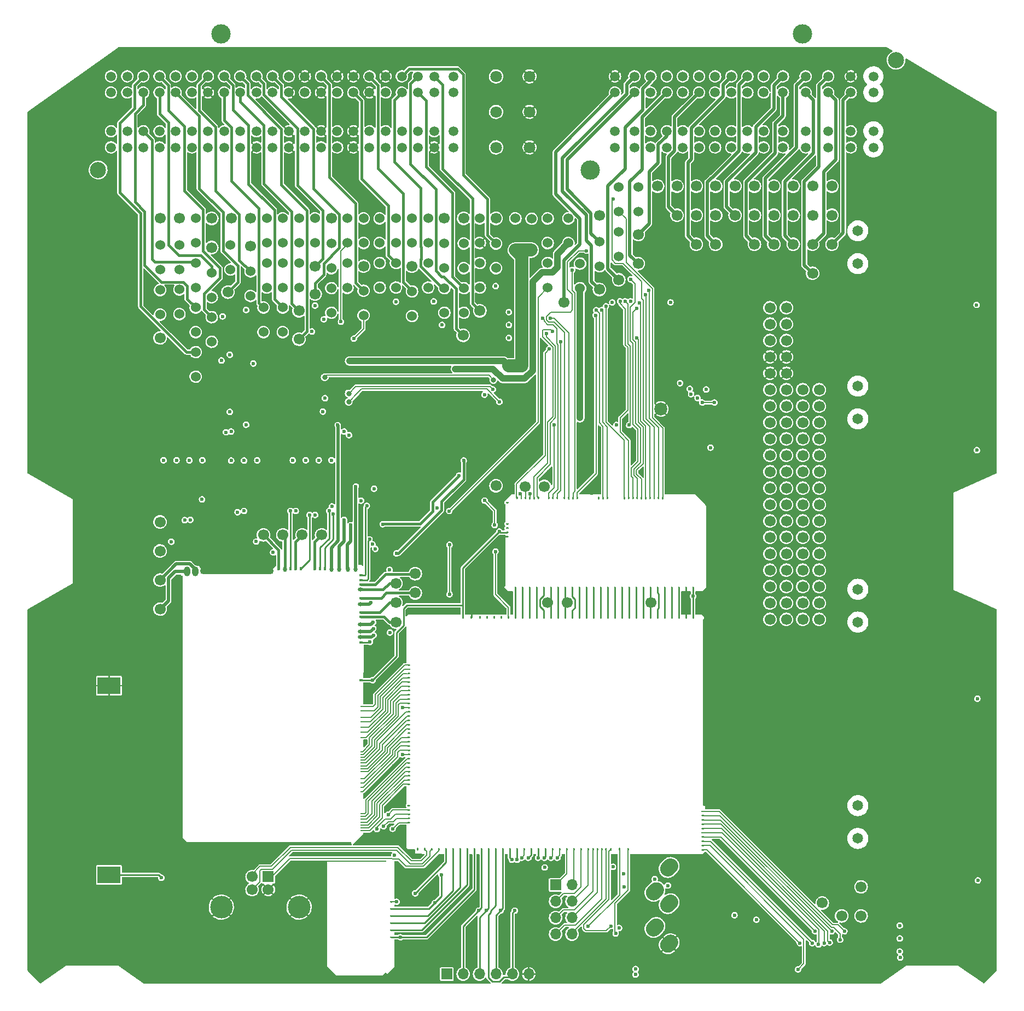
<source format=gbl>
G04 #@! TF.GenerationSoftware,KiCad,Pcbnew,(5.99.0-10483-ga6ad7a4a70)*
G04 #@! TF.CreationDate,2021-09-12T02:07:25+03:00*
G04 #@! TF.ProjectId,hellen154hyundai,68656c6c-656e-4313-9534-6879756e6461,rev?*
G04 #@! TF.SameCoordinates,PX5f5e100PYc845880*
G04 #@! TF.FileFunction,Copper,L4,Bot*
G04 #@! TF.FilePolarity,Positive*
%FSLAX46Y46*%
G04 Gerber Fmt 4.6, Leading zero omitted, Abs format (unit mm)*
G04 Created by KiCad (PCBNEW (5.99.0-10483-ga6ad7a4a70)) date 2021-09-12 02:07:25*
%MOMM*%
%LPD*%
G01*
G04 APERTURE LIST*
G04 #@! TA.AperFunction,ComponentPad*
%ADD10C,1.700000*%
G04 #@! TD*
G04 #@! TA.AperFunction,ComponentPad*
%ADD11C,1.524000*%
G04 #@! TD*
G04 #@! TA.AperFunction,ComponentPad*
%ADD12R,1.700000X1.700000*%
G04 #@! TD*
G04 #@! TA.AperFunction,ComponentPad*
%ADD13O,1.700000X1.700000*%
G04 #@! TD*
G04 #@! TA.AperFunction,ComponentPad*
%ADD14C,3.000000*%
G04 #@! TD*
G04 #@! TA.AperFunction,ComponentPad*
%ADD15C,2.500000*%
G04 #@! TD*
G04 #@! TA.AperFunction,ComponentPad*
%ADD16C,1.500000*%
G04 #@! TD*
G04 #@! TA.AperFunction,ComponentPad*
%ADD17C,1.800000*%
G04 #@! TD*
G04 #@! TA.AperFunction,ComponentPad*
%ADD18C,3.500000*%
G04 #@! TD*
G04 #@! TA.AperFunction,ComponentPad*
%ADD19C,1.650000*%
G04 #@! TD*
G04 #@! TA.AperFunction,ComponentPad*
%ADD20C,0.599999*%
G04 #@! TD*
G04 #@! TA.AperFunction,SMDPad,CuDef*
%ADD21O,0.200000X40.800000*%
G04 #@! TD*
G04 #@! TA.AperFunction,SMDPad,CuDef*
%ADD22O,25.600000X0.200000*%
G04 #@! TD*
G04 #@! TA.AperFunction,SMDPad,CuDef*
%ADD23O,1.000001X1.500000*%
G04 #@! TD*
G04 #@! TA.AperFunction,SMDPad,CuDef*
%ADD24O,11.400000X1.100000*%
G04 #@! TD*
G04 #@! TA.AperFunction,SMDPad,CuDef*
%ADD25O,0.399999X0.599999*%
G04 #@! TD*
G04 #@! TA.AperFunction,SMDPad,CuDef*
%ADD26O,0.599999X0.800001*%
G04 #@! TD*
G04 #@! TA.AperFunction,SMDPad,CuDef*
%ADD27O,0.599999X0.399999*%
G04 #@! TD*
G04 #@! TA.AperFunction,SMDPad,CuDef*
%ADD28O,0.800001X0.599999*%
G04 #@! TD*
G04 #@! TA.AperFunction,SMDPad,CuDef*
%ADD29O,0.399999X0.200000*%
G04 #@! TD*
G04 #@! TA.AperFunction,SMDPad,CuDef*
%ADD30C,2.000000*%
G04 #@! TD*
G04 #@! TA.AperFunction,SMDPad,CuDef*
%ADD31R,3.600000X2.600000*%
G04 #@! TD*
G04 #@! TA.AperFunction,ViaPad*
%ADD32C,0.600000*%
G04 #@! TD*
G04 #@! TA.AperFunction,ViaPad*
%ADD33C,0.800000*%
G04 #@! TD*
G04 #@! TA.AperFunction,Conductor*
%ADD34C,0.250000*%
G04 #@! TD*
G04 #@! TA.AperFunction,Conductor*
%ADD35C,2.000000*%
G04 #@! TD*
G04 #@! TA.AperFunction,Conductor*
%ADD36C,1.000000*%
G04 #@! TD*
G04 #@! TA.AperFunction,Conductor*
%ADD37C,0.200000*%
G04 #@! TD*
G04 #@! TA.AperFunction,Conductor*
%ADD38C,0.400000*%
G04 #@! TD*
G04 #@! TA.AperFunction,Conductor*
%ADD39C,0.500000*%
G04 #@! TD*
G04 APERTURE END LIST*
D10*
G04 #@! TO.P,P37,1,Pin_1*
G04 #@! TO.N,Net-(P1-Pad26)*
X104500000Y128500000D03*
G04 #@! TD*
D11*
G04 #@! TO.P,R31,1,1*
G04 #@! TO.N,/OUT_RCV*
X33000000Y105895000D03*
G04 #@! TO.P,R31,2,2*
G04 #@! TO.N,Net-(P1-Pad108)*
X33000000Y109705000D03*
G04 #@! TD*
D10*
G04 #@! TO.P,P33,1,Pin_1*
G04 #@! TO.N,Net-(P1-Pad18)*
X128500000Y119500000D03*
G04 #@! TD*
G04 #@! TO.P,P46,1,Pin_1*
G04 #@! TO.N,Net-(P1-Pad38)*
X113500000Y124000000D03*
G04 #@! TD*
D12*
G04 #@! TO.P,J3,1,Pin_1*
G04 #@! TO.N,+3V3*
X71880000Y6500000D03*
D13*
G04 #@! TO.P,J3,2,Pin_2*
G04 #@! TO.N,/SD_CS*
X74420000Y6500000D03*
G04 #@! TO.P,J3,3,Pin_3*
G04 #@! TO.N,/SD_MOSI*
X76960000Y6500000D03*
G04 #@! TO.P,J3,4,Pin_4*
G04 #@! TO.N,/SD_SCK*
X79500000Y6500000D03*
G04 #@! TO.P,J3,5,Pin_5*
G04 #@! TO.N,/SD_MISO*
X82040000Y6500000D03*
G04 #@! TO.P,J3,6,Pin_6*
G04 #@! TO.N,GND*
X84580000Y6500000D03*
G04 #@! TD*
D11*
G04 #@! TO.P,F1,1,1*
G04 #@! TO.N,Net-(F1-Pad1)*
X85000000Y123450000D03*
G04 #@! TO.P,F1,2,2*
G04 #@! TO.N,+12V_RAW*
X85000000Y118550000D03*
G04 #@! TD*
D10*
G04 #@! TO.P,P53,1,Pin_1*
G04 #@! TO.N,Net-(P1-Pad50)*
X122500000Y128500000D03*
G04 #@! TD*
G04 #@! TO.P,G9,1*
G04 #@! TO.N,Net-(G9-Pad1)*
X126979999Y74110000D03*
G04 #@! TO.P,G9,2*
G04 #@! TO.N,Net-(G9-Pad2)*
X126979999Y76650000D03*
G04 #@! TO.P,G9,3*
G04 #@! TO.N,Net-(G9-Pad3)*
X126979999Y79190000D03*
G04 #@! TO.P,G9,4*
G04 #@! TO.N,Net-(G9-Pad4)*
X126979999Y81730000D03*
G04 #@! TO.P,G9,5*
G04 #@! TO.N,Net-(G9-Pad10)*
X126979999Y84270000D03*
G04 #@! TO.P,G9,6*
G04 #@! TO.N,Net-(G9-Pad1)*
X129519999Y74110000D03*
G04 #@! TO.P,G9,7*
G04 #@! TO.N,Net-(G9-Pad2)*
X129519999Y76650000D03*
G04 #@! TO.P,G9,8*
G04 #@! TO.N,Net-(G9-Pad3)*
X129519999Y79190000D03*
G04 #@! TO.P,G9,9*
G04 #@! TO.N,Net-(G9-Pad4)*
X129519999Y81730000D03*
G04 #@! TO.P,G9,10*
G04 #@! TO.N,Net-(G9-Pad10)*
X129519999Y84270000D03*
G04 #@! TD*
G04 #@! TO.P,P14,1,Pin_1*
G04 #@! TO.N,Net-(P1-Pad133)*
X79500000Y123505000D03*
G04 #@! TD*
D14*
G04 #@! TO.P,P1,*
G04 #@! TO.N,*
X36912500Y152100000D03*
D15*
X141412500Y148000000D03*
D14*
X94112500Y131000000D03*
D15*
X17912500Y131000000D03*
D14*
X126912500Y152100000D03*
D16*
G04 #@! TO.P,P1,1,1*
G04 #@! TO.N,/HV4*
X137912500Y145500000D03*
G04 #@! TO.P,P1,2,2*
G04 #@! TO.N,GND*
X134412500Y145500000D03*
G04 #@! TO.P,P1,3,3*
G04 #@! TO.N,Net-(P1-Pad3)*
X130912500Y145500000D03*
G04 #@! TO.P,P1,4,4*
G04 #@! TO.N,Net-(P1-Pad4)*
X127412500Y145500000D03*
G04 #@! TO.P,P1,5,5*
G04 #@! TO.N,Net-(P1-Pad5)*
X123912500Y145500000D03*
G04 #@! TO.P,P1,6,6*
G04 #@! TO.N,Net-(P1-Pad6)*
X120912500Y145500000D03*
G04 #@! TO.P,P1,7,7*
G04 #@! TO.N,Net-(P1-Pad7)*
X118412500Y145500000D03*
G04 #@! TO.P,P1,8,8*
G04 #@! TO.N,Net-(P1-Pad8)*
X115912500Y145500000D03*
G04 #@! TO.P,P1,9,9*
G04 #@! TO.N,Net-(P1-Pad9)*
X113412500Y145500000D03*
G04 #@! TO.P,P1,10,10*
G04 #@! TO.N,unconnected-(P1-Pad10)*
X110912500Y145500000D03*
G04 #@! TO.P,P1,11,11*
G04 #@! TO.N,unconnected-(P1-Pad11)*
X108412500Y145500000D03*
G04 #@! TO.P,P1,12,12*
G04 #@! TO.N,unconnected-(P1-Pad12)*
X105912500Y145500000D03*
G04 #@! TO.P,P1,13,13*
G04 #@! TO.N,Net-(P1-Pad13)*
X103412500Y145500000D03*
G04 #@! TO.P,P1,14,14*
G04 #@! TO.N,Net-(P1-Pad14)*
X100912500Y145500000D03*
G04 #@! TO.P,P1,15,15*
G04 #@! TO.N,GND*
X97912500Y145500000D03*
G04 #@! TO.P,P1,16,16*
G04 #@! TO.N,/HV2*
X137912500Y143000000D03*
G04 #@! TO.P,P1,17,17*
G04 #@! TO.N,Net-(P1-Pad17)*
X134412500Y143000000D03*
G04 #@! TO.P,P1,18,18*
G04 #@! TO.N,Net-(P1-Pad18)*
X130912500Y143000000D03*
G04 #@! TO.P,P1,19,19*
G04 #@! TO.N,Net-(P1-Pad19)*
X127412500Y143000000D03*
G04 #@! TO.P,P1,20,20*
G04 #@! TO.N,Net-(P1-Pad20)*
X123912500Y143000000D03*
G04 #@! TO.P,P1,21,21*
G04 #@! TO.N,unconnected-(P1-Pad21)*
X120912500Y143000000D03*
G04 #@! TO.P,P1,22,22*
G04 #@! TO.N,unconnected-(P1-Pad22)*
X118412500Y143000000D03*
G04 #@! TO.P,P1,23,23*
G04 #@! TO.N,unconnected-(P1-Pad23)*
X115912500Y143000000D03*
G04 #@! TO.P,P1,24,24*
G04 #@! TO.N,unconnected-(P1-Pad24)*
X113412500Y143000000D03*
G04 #@! TO.P,P1,25,25*
G04 #@! TO.N,Net-(P1-Pad25)*
X110912500Y143000000D03*
G04 #@! TO.P,P1,26,26*
G04 #@! TO.N,Net-(P1-Pad26)*
X108412500Y143000000D03*
G04 #@! TO.P,P1,27,27*
G04 #@! TO.N,Net-(P1-Pad27)*
X105912500Y143000000D03*
G04 #@! TO.P,P1,28,28*
G04 #@! TO.N,unconnected-(P1-Pad28)*
X103412500Y143000000D03*
G04 #@! TO.P,P1,29,29*
G04 #@! TO.N,Net-(P1-Pad29)*
X100912500Y143000000D03*
G04 #@! TO.P,P1,30,30*
G04 #@! TO.N,Net-(P1-Pad30)*
X97912500Y143000000D03*
G04 #@! TO.P,P1,31,31*
G04 #@! TO.N,/HV1*
X137912500Y137000000D03*
G04 #@! TO.P,P1,32,32*
G04 #@! TO.N,Net-(P1-Pad32)*
X134412500Y137000000D03*
G04 #@! TO.P,P1,33,33*
G04 #@! TO.N,Net-(P1-Pad33)*
X130912500Y137000000D03*
G04 #@! TO.P,P1,34,34*
G04 #@! TO.N,Net-(P1-Pad34)*
X127412500Y137000000D03*
G04 #@! TO.P,P1,35,35*
G04 #@! TO.N,Net-(P1-Pad35)*
X123912500Y137000000D03*
G04 #@! TO.P,P1,36,36*
G04 #@! TO.N,Net-(P1-Pad36)*
X120912500Y137000000D03*
G04 #@! TO.P,P1,37,37*
G04 #@! TO.N,Net-(P1-Pad37)*
X118412500Y137000000D03*
G04 #@! TO.P,P1,38,38*
G04 #@! TO.N,Net-(P1-Pad38)*
X115912500Y137000000D03*
G04 #@! TO.P,P1,39,39*
G04 #@! TO.N,unconnected-(P1-Pad39)*
X113412500Y137000000D03*
G04 #@! TO.P,P1,40,40*
G04 #@! TO.N,Net-(P1-Pad40)*
X110912500Y137000000D03*
G04 #@! TO.P,P1,41,41*
G04 #@! TO.N,unconnected-(P1-Pad41)*
X108412500Y137000000D03*
G04 #@! TO.P,P1,42,42*
G04 #@! TO.N,Net-(P1-Pad42)*
X105912500Y137000000D03*
G04 #@! TO.P,P1,43,43*
G04 #@! TO.N,Net-(P1-Pad43)*
X103412500Y137000000D03*
G04 #@! TO.P,P1,44,44*
G04 #@! TO.N,Net-(P1-Pad44)*
X100912500Y137000000D03*
G04 #@! TO.P,P1,45,45*
G04 #@! TO.N,Net-(P1-Pad45)*
X97912500Y137000000D03*
G04 #@! TO.P,P1,46,46*
G04 #@! TO.N,/HV3*
X137912500Y134500000D03*
G04 #@! TO.P,P1,47,47*
G04 #@! TO.N,Net-(P1-Pad47)*
X134412500Y134500000D03*
G04 #@! TO.P,P1,48,48*
G04 #@! TO.N,Net-(P1-Pad48)*
X130912500Y134500000D03*
G04 #@! TO.P,P1,49,49*
G04 #@! TO.N,Net-(P1-Pad49)*
X127412500Y134500000D03*
G04 #@! TO.P,P1,50,50*
G04 #@! TO.N,Net-(P1-Pad50)*
X123912500Y134500000D03*
G04 #@! TO.P,P1,51,51*
G04 #@! TO.N,unconnected-(P1-Pad51)*
X120912500Y134500000D03*
G04 #@! TO.P,P1,52,52*
G04 #@! TO.N,unconnected-(P1-Pad52)*
X118412500Y134500000D03*
G04 #@! TO.P,P1,53,53*
G04 #@! TO.N,Net-(P1-Pad53)*
X115912500Y134500000D03*
G04 #@! TO.P,P1,54,54*
G04 #@! TO.N,Net-(P1-Pad54)*
X113412500Y134500000D03*
G04 #@! TO.P,P1,55,55*
G04 #@! TO.N,unconnected-(P1-Pad55)*
X110912500Y134500000D03*
G04 #@! TO.P,P1,56,56*
G04 #@! TO.N,unconnected-(P1-Pad56)*
X108412500Y134500000D03*
G04 #@! TO.P,P1,57,57*
G04 #@! TO.N,Net-(P1-Pad57)*
X105912500Y134500000D03*
G04 #@! TO.P,P1,58,58*
G04 #@! TO.N,Net-(P1-Pad58)*
X103412500Y134500000D03*
G04 #@! TO.P,P1,59,59*
G04 #@! TO.N,unconnected-(P1-Pad59)*
X100912500Y134500000D03*
G04 #@! TO.P,P1,60,60*
G04 #@! TO.N,Net-(P1-Pad60)*
X97912500Y134500000D03*
D17*
G04 #@! TO.P,P1,61,1*
G04 #@! TO.N,GND*
X84712500Y145500000D03*
G04 #@! TO.P,P1,62,2*
G04 #@! TO.N,Net-(P1-Pad62)*
X79512500Y145500000D03*
G04 #@! TO.P,P1,63,3*
G04 #@! TO.N,GND*
X84712500Y140000000D03*
G04 #@! TO.P,P1,64,4*
G04 #@! TO.N,Net-(F1-Pad1)*
X79512500Y140000000D03*
G04 #@! TO.P,P1,65,5*
G04 #@! TO.N,GND*
X84712500Y134500000D03*
G04 #@! TO.P,P1,66,6*
G04 #@! TO.N,Net-(P1-Pad66)*
X79512500Y134500000D03*
D16*
G04 #@! TO.P,P1,67,7*
G04 #@! TO.N,unconnected-(P1-Pad67)*
X72912500Y145500000D03*
G04 #@! TO.P,P1,68,8*
G04 #@! TO.N,Net-(P1-Pad68)*
X69912500Y145500000D03*
G04 #@! TO.P,P1,69,9*
G04 #@! TO.N,Net-(P1-Pad69)*
X67412500Y145500000D03*
G04 #@! TO.P,P1,70,10*
G04 #@! TO.N,Net-(P1-Pad70)*
X64912500Y145500000D03*
G04 #@! TO.P,P1,71,11*
G04 #@! TO.N,GND*
X62412500Y145500000D03*
G04 #@! TO.P,P1,72,12*
G04 #@! TO.N,Net-(P1-Pad72)*
X59912500Y145500000D03*
G04 #@! TO.P,P1,73,13*
G04 #@! TO.N,GND*
X57412500Y145500000D03*
G04 #@! TO.P,P1,74,14*
X54912500Y145500000D03*
G04 #@! TO.P,P1,75,15*
G04 #@! TO.N,Net-(P1-Pad75)*
X52412500Y145500000D03*
G04 #@! TO.P,P1,76,16*
G04 #@! TO.N,GND*
X49912500Y145500000D03*
G04 #@! TO.P,P1,77,17*
G04 #@! TO.N,Net-(P1-Pad77)*
X47412500Y145500000D03*
G04 #@! TO.P,P1,78,18*
G04 #@! TO.N,Net-(P1-Pad78)*
X44912500Y145500000D03*
G04 #@! TO.P,P1,79,19*
G04 #@! TO.N,Net-(P1-Pad79)*
X42412500Y145500000D03*
G04 #@! TO.P,P1,80,20*
G04 #@! TO.N,Net-(P1-Pad80)*
X39912500Y145500000D03*
G04 #@! TO.P,P1,81,21*
G04 #@! TO.N,Net-(P1-Pad81)*
X37412500Y145500000D03*
G04 #@! TO.P,P1,82,22*
G04 #@! TO.N,Net-(P1-Pad82)*
X34912500Y145500000D03*
G04 #@! TO.P,P1,83,23*
G04 #@! TO.N,unconnected-(P1-Pad83)*
X32412500Y145500000D03*
G04 #@! TO.P,P1,84,24*
G04 #@! TO.N,unconnected-(P1-Pad84)*
X29912500Y145500000D03*
G04 #@! TO.P,P1,85,25*
G04 #@! TO.N,Net-(P1-Pad85)*
X27412500Y145500000D03*
G04 #@! TO.P,P1,86,26*
G04 #@! TO.N,Net-(P1-Pad86)*
X24912500Y145500000D03*
G04 #@! TO.P,P1,87,27*
G04 #@! TO.N,Net-(P1-Pad87)*
X22412500Y145500000D03*
G04 #@! TO.P,P1,88,28*
G04 #@! TO.N,Net-(P1-Pad88)*
X19912500Y145500000D03*
G04 #@! TO.P,P1,89,29*
G04 #@! TO.N,unconnected-(P1-Pad89)*
X72912500Y143000000D03*
G04 #@! TO.P,P1,90,30*
G04 #@! TO.N,Net-(P1-Pad90)*
X69912500Y143000000D03*
G04 #@! TO.P,P1,91,31*
G04 #@! TO.N,Net-(P1-Pad91)*
X67412500Y143000000D03*
G04 #@! TO.P,P1,92,32*
G04 #@! TO.N,Net-(P1-Pad92)*
X64912500Y143000000D03*
G04 #@! TO.P,P1,93,33*
G04 #@! TO.N,Net-(P1-Pad93)*
X62412500Y143000000D03*
G04 #@! TO.P,P1,94,34*
G04 #@! TO.N,GND*
X59912500Y143000000D03*
G04 #@! TO.P,P1,95,35*
G04 #@! TO.N,Net-(P1-Pad95)*
X57412500Y143000000D03*
G04 #@! TO.P,P1,96,36*
G04 #@! TO.N,Net-(P1-Pad96)*
X54912500Y143000000D03*
G04 #@! TO.P,P1,97,37*
G04 #@! TO.N,GND*
X52412500Y143000000D03*
G04 #@! TO.P,P1,98,38*
G04 #@! TO.N,Net-(P1-Pad98)*
X49912500Y143000000D03*
G04 #@! TO.P,P1,99,39*
G04 #@! TO.N,GND*
X47412500Y143000000D03*
G04 #@! TO.P,P1,100,40*
G04 #@! TO.N,Net-(P1-Pad100)*
X44912500Y143000000D03*
G04 #@! TO.P,P1,101,41*
G04 #@! TO.N,unconnected-(P1-Pad101)*
X42412500Y143000000D03*
G04 #@! TO.P,P1,102,42*
G04 #@! TO.N,Net-(P1-Pad102)*
X39912500Y143000000D03*
G04 #@! TO.P,P1,103,43*
G04 #@! TO.N,Net-(P1-Pad103)*
X37412500Y143000000D03*
G04 #@! TO.P,P1,104,44*
G04 #@! TO.N,GND*
X34912500Y143000000D03*
G04 #@! TO.P,P1,105,45*
G04 #@! TO.N,unconnected-(P1-Pad105)*
X32412500Y143000000D03*
G04 #@! TO.P,P1,106,46*
G04 #@! TO.N,Net-(P1-Pad106)*
X29912500Y143000000D03*
G04 #@! TO.P,P1,107,47*
G04 #@! TO.N,Net-(P1-Pad107)*
X27412500Y143000000D03*
G04 #@! TO.P,P1,108,48*
G04 #@! TO.N,Net-(P1-Pad108)*
X24912500Y143000000D03*
G04 #@! TO.P,P1,109,49*
G04 #@! TO.N,unconnected-(P1-Pad109)*
X22412500Y143000000D03*
G04 #@! TO.P,P1,110,50*
G04 #@! TO.N,Net-(P1-Pad110)*
X19912500Y143000000D03*
G04 #@! TO.P,P1,111,51*
G04 #@! TO.N,Net-(F2-Pad1)*
X72912500Y137000000D03*
G04 #@! TO.P,P1,112,52*
G04 #@! TO.N,Net-(P1-Pad112)*
X69912500Y137000000D03*
G04 #@! TO.P,P1,113,53*
G04 #@! TO.N,Net-(P1-Pad113)*
X67412500Y137000000D03*
G04 #@! TO.P,P1,114,54*
G04 #@! TO.N,Net-(P1-Pad114)*
X64912500Y137000000D03*
G04 #@! TO.P,P1,115,55*
G04 #@! TO.N,unconnected-(P1-Pad115)*
X62412500Y137000000D03*
G04 #@! TO.P,P1,116,56*
G04 #@! TO.N,Net-(P1-Pad116)*
X59912500Y137000000D03*
G04 #@! TO.P,P1,117,57*
G04 #@! TO.N,GND*
X57412500Y137000000D03*
G04 #@! TO.P,P1,118,58*
G04 #@! TO.N,Net-(P1-Pad118)*
X54912500Y137000000D03*
G04 #@! TO.P,P1,119,59*
G04 #@! TO.N,GND*
X52412500Y137000000D03*
G04 #@! TO.P,P1,120,60*
G04 #@! TO.N,Net-(P1-Pad120)*
X49912500Y137000000D03*
G04 #@! TO.P,P1,121,61*
G04 #@! TO.N,GND*
X47412500Y137000000D03*
G04 #@! TO.P,P1,122,62*
G04 #@! TO.N,Net-(P1-Pad122)*
X44912500Y137000000D03*
G04 #@! TO.P,P1,123,63*
G04 #@! TO.N,Net-(P1-Pad123)*
X42412500Y137000000D03*
G04 #@! TO.P,P1,124,64*
G04 #@! TO.N,Net-(P1-Pad124)*
X39912500Y137000000D03*
G04 #@! TO.P,P1,125,65*
G04 #@! TO.N,Net-(P1-Pad125)*
X37412500Y137000000D03*
G04 #@! TO.P,P1,126,66*
G04 #@! TO.N,Net-(P1-Pad126)*
X34912500Y137000000D03*
G04 #@! TO.P,P1,127,67*
G04 #@! TO.N,Net-(P1-Pad127)*
X32412500Y137000000D03*
G04 #@! TO.P,P1,128,68*
G04 #@! TO.N,Net-(P1-Pad128)*
X29912500Y137000000D03*
G04 #@! TO.P,P1,129,69*
G04 #@! TO.N,Net-(P1-Pad129)*
X27412500Y137000000D03*
G04 #@! TO.P,P1,130,70*
G04 #@! TO.N,Net-(P1-Pad130)*
X24912500Y137000000D03*
G04 #@! TO.P,P1,131,71*
G04 #@! TO.N,Net-(P1-Pad131)*
X22412500Y137000000D03*
G04 #@! TO.P,P1,132,72*
G04 #@! TO.N,Net-(P1-Pad132)*
X19912500Y137000000D03*
G04 #@! TO.P,P1,133,73*
G04 #@! TO.N,Net-(P1-Pad133)*
X72912500Y134500000D03*
G04 #@! TO.P,P1,134,74*
G04 #@! TO.N,GND*
X69912500Y134500000D03*
G04 #@! TO.P,P1,135,75*
G04 #@! TO.N,Net-(P1-Pad135)*
X67412500Y134500000D03*
G04 #@! TO.P,P1,136,76*
G04 #@! TO.N,Net-(P1-Pad136)*
X64912500Y134500000D03*
G04 #@! TO.P,P1,137,77*
G04 #@! TO.N,Net-(P1-Pad137)*
X62412500Y134500000D03*
G04 #@! TO.P,P1,138,78*
G04 #@! TO.N,Net-(P1-Pad138)*
X59912500Y134500000D03*
G04 #@! TO.P,P1,139,79*
G04 #@! TO.N,GND*
X57412500Y134500000D03*
G04 #@! TO.P,P1,140,80*
G04 #@! TO.N,Net-(P1-Pad140)*
X54912500Y134500000D03*
G04 #@! TO.P,P1,141,81*
G04 #@! TO.N,unconnected-(P1-Pad141)*
X52412500Y134500000D03*
G04 #@! TO.P,P1,142,82*
G04 #@! TO.N,Net-(P1-Pad142)*
X49912500Y134500000D03*
G04 #@! TO.P,P1,143,83*
G04 #@! TO.N,GND*
X47412500Y134500000D03*
G04 #@! TO.P,P1,144,84*
G04 #@! TO.N,Net-(P1-Pad144)*
X44912500Y134500000D03*
G04 #@! TO.P,P1,145,85*
G04 #@! TO.N,GND*
X42412500Y134500000D03*
G04 #@! TO.P,P1,146,86*
G04 #@! TO.N,Net-(P1-Pad146)*
X39912500Y134500000D03*
G04 #@! TO.P,P1,147,87*
G04 #@! TO.N,Net-(P1-Pad147)*
X37412500Y134500000D03*
G04 #@! TO.P,P1,148,88*
G04 #@! TO.N,Net-(P1-Pad148)*
X34912500Y134500000D03*
G04 #@! TO.P,P1,149,89*
G04 #@! TO.N,Net-(P1-Pad149)*
X32412500Y134500000D03*
G04 #@! TO.P,P1,150,90*
G04 #@! TO.N,Net-(P1-Pad150)*
X29912500Y134500000D03*
G04 #@! TO.P,P1,151,91*
G04 #@! TO.N,Net-(P1-Pad151)*
X27412500Y134500000D03*
G04 #@! TO.P,P1,152,92*
G04 #@! TO.N,Net-(P1-Pad152)*
X24912500Y134500000D03*
G04 #@! TO.P,P1,153,93*
G04 #@! TO.N,Net-(P1-Pad153)*
X22412500Y134500000D03*
G04 #@! TO.P,P1,154,94*
G04 #@! TO.N,Net-(P1-Pad154)*
X19912500Y134500000D03*
G04 #@! TD*
D11*
G04 #@! TO.P,R17,1,1*
G04 #@! TO.N,/IN_WASTEGATE_POS*
X41500000Y111495000D03*
G04 #@! TO.P,R17,2,2*
G04 #@! TO.N,Net-(P1-Pad82)*
X41500000Y115305000D03*
G04 #@! TD*
D10*
G04 #@! TO.P,P45,1,Pin_1*
G04 #@! TO.N,Net-(P1-Pad37)*
X116500000Y128500000D03*
G04 #@! TD*
D11*
G04 #@! TO.P,R30,1,1*
G04 #@! TO.N,/OUT_WGT*
X35500000Y111295000D03*
G04 #@! TO.P,R30,2,2*
G04 #@! TO.N,Net-(P1-Pad107)*
X35500000Y115105000D03*
G04 #@! TD*
G04 #@! TO.P,R26,1,1*
G04 #@! TO.N,/IN_PPS2*
X64000000Y112795000D03*
G04 #@! TO.P,R26,2,2*
G04 #@! TO.N,Net-(P1-Pad95)*
X64000000Y116605000D03*
G04 #@! TD*
D12*
G04 #@! TO.P,J40,1,VBUS*
G04 #@! TO.N,/VBUS*
X44250000Y21577500D03*
D10*
G04 #@! TO.P,J40,2,D-*
G04 #@! TO.N,/USB-*
X41750000Y21577500D03*
G04 #@! TO.P,J40,3,D+*
G04 #@! TO.N,/USB+*
X41750000Y19577500D03*
G04 #@! TO.P,J40,4,GND*
G04 #@! TO.N,GND*
X44250000Y19577500D03*
D18*
G04 #@! TO.P,J40,5,Shield*
X49020000Y16867500D03*
X36980000Y16867500D03*
G04 #@! TD*
D10*
G04 #@! TO.P,P31,1,Pin_1*
G04 #@! TO.N,Net-(P1-Pad14)*
X95500000Y112500000D03*
G04 #@! TD*
G04 #@! TO.P,P25,1,Pin_1*
G04 #@! TO.N,Net-(P1-Pad5)*
X116500000Y124000000D03*
G04 #@! TD*
G04 #@! TO.P,P61,1,Pin_1*
G04 #@! TO.N,Net-(M5-PadS6)*
X43500000Y74500000D03*
G04 #@! TD*
G04 #@! TO.P,P3,1,Pin_1*
G04 #@! TO.N,Net-(P1-Pad69)*
X74400000Y105400000D03*
G04 #@! TD*
G04 #@! TO.P,P68,1,Pin_1*
G04 #@! TO.N,Net-(M5-PadW3)*
X67000000Y68500000D03*
G04 #@! TD*
D11*
G04 #@! TO.P,R52,1,1*
G04 #@! TO.N,/OUT_AC_RELAY*
X46500000Y119695000D03*
G04 #@! TO.P,R52,2,2*
G04 #@! TO.N,Net-(P1-Pad147)*
X46500000Y123505000D03*
G04 #@! TD*
G04 #@! TO.P,R49,1,1*
G04 #@! TO.N,/IN_PPS1*
X56500000Y112745001D03*
G04 #@! TO.P,R49,2,2*
G04 #@! TO.N,Net-(P1-Pad142)*
X56500000Y116555001D03*
G04 #@! TD*
D10*
G04 #@! TO.P,P42,1,Pin_1*
G04 #@! TO.N,Net-(P1-Pad34)*
X125500000Y124000000D03*
G04 #@! TD*
D11*
G04 #@! TO.P,R25,1,1*
G04 #@! TO.N,/IN_CLT*
X69000000Y112795000D03*
G04 #@! TO.P,R25,2,2*
G04 #@! TO.N,Net-(P1-Pad93)*
X69000000Y116605000D03*
G04 #@! TD*
G04 #@! TO.P,R28,1,1*
G04 #@! TO.N,/IN_VSS*
X54000000Y108895000D03*
G04 #@! TO.P,R28,2,2*
G04 #@! TO.N,Net-(P1-Pad100)*
X54000000Y112705000D03*
G04 #@! TD*
D10*
G04 #@! TO.P,P24,1,Pin_1*
G04 #@! TO.N,Net-(P1-Pad4)*
X122500000Y119500000D03*
G04 #@! TD*
D11*
G04 #@! TO.P,R18,1,1*
G04 #@! TO.N,/OUT_INJ1*
X35500000Y104395000D03*
G04 #@! TO.P,R18,2,2*
G04 #@! TO.N,Net-(P1-Pad85)*
X35500000Y108205000D03*
G04 #@! TD*
D10*
G04 #@! TO.P,G7,1*
G04 #@! TO.N,Net-(G7-Pad1)*
X126980000Y86810001D03*
G04 #@! TO.P,G7,2*
G04 #@! TO.N,Net-(G7-Pad2)*
X126980000Y89350001D03*
G04 #@! TO.P,G7,3*
G04 #@! TO.N,Net-(G7-Pad3)*
X126980000Y91890001D03*
G04 #@! TO.P,G7,4*
G04 #@! TO.N,Net-(G7-Pad4)*
X126980000Y94430001D03*
G04 #@! TO.P,G7,5*
G04 #@! TO.N,Net-(G7-Pad10)*
X126980000Y96970001D03*
G04 #@! TO.P,G7,6*
G04 #@! TO.N,Net-(G7-Pad1)*
X129520000Y86810001D03*
G04 #@! TO.P,G7,7*
G04 #@! TO.N,Net-(G7-Pad2)*
X129520000Y89350001D03*
G04 #@! TO.P,G7,8*
G04 #@! TO.N,Net-(G7-Pad3)*
X129520000Y91890001D03*
G04 #@! TO.P,G7,9*
G04 #@! TO.N,Net-(G7-Pad4)*
X129520000Y94430001D03*
G04 #@! TO.P,G7,10*
G04 #@! TO.N,Net-(G7-Pad10)*
X129520000Y96970001D03*
G04 #@! TD*
G04 #@! TO.P,P77,1,Pin_1*
G04 #@! TO.N,/CAM1*
X90500000Y64000000D03*
G04 #@! TD*
G04 #@! TO.P,P10,1,Pin_1*
G04 #@! TO.N,Net-(P1-Pad110)*
X27500000Y105000000D03*
G04 #@! TD*
G04 #@! TO.P,P29,1,Pin_1*
G04 #@! TO.N,Net-(P1-Pad9)*
X110500000Y124000000D03*
G04 #@! TD*
G04 #@! TO.P,P41,1,Pin_1*
G04 #@! TO.N,Net-(P1-Pad33)*
X128500000Y124000000D03*
G04 #@! TD*
G04 #@! TO.P,P51,1,Pin_1*
G04 #@! TO.N,Net-(P1-Pad48)*
X128500000Y128500000D03*
G04 #@! TD*
G04 #@! TO.P,M7,G,GND*
G04 #@! TO.N,GND*
G04 #@! TA.AperFunction,SMDPad,CuDef*
G36*
G01*
X62448171Y23892479D02*
X53278173Y23892479D01*
G75*
G02*
X53178173Y23992479I0J100000D01*
G01*
X53178173Y23992479D01*
G75*
G02*
X53278173Y24092479I100000J0D01*
G01*
X62448171Y24092479D01*
G75*
G02*
X62548171Y23992479I0J-100000D01*
G01*
X62548171Y23992479D01*
G75*
G02*
X62448171Y23892479I-100000J0D01*
G01*
G37*
G04 #@! TD.AperFunction*
G04 #@! TA.AperFunction,SMDPad,CuDef*
G36*
G01*
X54707503Y6299995D02*
X61997503Y6299995D01*
G75*
G02*
X62097503Y6199995I0J-100000D01*
G01*
X62097503Y6199995D01*
G75*
G02*
X61997503Y6099995I-100000J0D01*
G01*
X54707503Y6099995D01*
G75*
G02*
X54607503Y6199995I0J100000D01*
G01*
X54607503Y6199995D01*
G75*
G02*
X54707503Y6299995I100000J0D01*
G01*
G37*
G04 #@! TD.AperFunction*
G04 #@! TA.AperFunction,SMDPad,CuDef*
G36*
G01*
X53168360Y7620558D02*
X53168360Y23970558D01*
G75*
G02*
X53268360Y24070558I100000J0D01*
G01*
X53268360Y24070558D01*
G75*
G02*
X53368360Y23970558I0J-100000D01*
G01*
X53368360Y7620558D01*
G75*
G02*
X53268360Y7520558I-100000J0D01*
G01*
X53268360Y7520558D01*
G75*
G02*
X53168360Y7620558I0J100000D01*
G01*
G37*
G04 #@! TD.AperFunction*
G04 #@! TA.AperFunction,SMDPad,CuDef*
G36*
G01*
X53341194Y7684710D02*
X54748336Y6277568D01*
G75*
G02*
X54748336Y6136146I-70711J-70711D01*
G01*
X54748336Y6136146D01*
G75*
G02*
X54606914Y6136146I-70711J70711D01*
G01*
X53199772Y7543288D01*
G75*
G02*
X53199772Y7684710I70711J70711D01*
G01*
X53199772Y7684710D01*
G75*
G02*
X53341194Y7684710I70711J-70711D01*
G01*
G37*
G04 #@! TD.AperFunction*
G04 #@! TA.AperFunction,SMDPad,CuDef*
G36*
G01*
X61940127Y6281540D02*
X62364391Y6705804D01*
G75*
G02*
X62505813Y6705804I70711J-70711D01*
G01*
X62505813Y6705804D01*
G75*
G02*
X62505813Y6564382I-70711J-70711D01*
G01*
X62081549Y6140118D01*
G75*
G02*
X61940127Y6140118I-70711J70711D01*
G01*
X61940127Y6140118D01*
G75*
G02*
X61940127Y6281540I70711J70711D01*
G01*
G37*
G04 #@! TD.AperFunction*
G04 #@! TO.P,M7,N1,V5*
G04 #@! TO.N,+5V*
G04 #@! TA.AperFunction,SMDPad,CuDef*
G36*
G01*
X63150004Y17824995D02*
X63400002Y17824995D01*
G75*
G02*
X63525002Y17699995I0J-125000D01*
G01*
X63525002Y17699995D01*
G75*
G02*
X63400002Y17574995I-125000J0D01*
G01*
X63150004Y17574995D01*
G75*
G02*
X63025004Y17699995I0J125000D01*
G01*
X63025004Y17699995D01*
G75*
G02*
X63150004Y17824995I125000J0D01*
G01*
G37*
G04 #@! TD.AperFunction*
G04 #@! TO.P,M7,N2,V33*
G04 #@! TO.N,+3V3*
G04 #@! TA.AperFunction,SMDPad,CuDef*
G36*
G01*
X63150004Y16724997D02*
X63400002Y16724997D01*
G75*
G02*
X63525002Y16599997I0J-125000D01*
G01*
X63525002Y16599997D01*
G75*
G02*
X63400002Y16474997I-125000J0D01*
G01*
X63150004Y16474997D01*
G75*
G02*
X63025004Y16599997I0J125000D01*
G01*
X63025004Y16599997D01*
G75*
G02*
X63150004Y16724997I125000J0D01*
G01*
G37*
G04 #@! TD.AperFunction*
G04 #@! TO.P,M7,N3,SWO*
G04 #@! TO.N,Net-(M3-PadN27)*
G04 #@! TA.AperFunction,SMDPad,CuDef*
G36*
G01*
X63150004Y15624999D02*
X63400002Y15624999D01*
G75*
G02*
X63525002Y15499999I0J-125000D01*
G01*
X63525002Y15499999D01*
G75*
G02*
X63400002Y15374999I-125000J0D01*
G01*
X63150004Y15374999D01*
G75*
G02*
X63025004Y15499999I0J125000D01*
G01*
X63025004Y15499999D01*
G75*
G02*
X63150004Y15624999I125000J0D01*
G01*
G37*
G04 #@! TD.AperFunction*
G04 #@! TO.P,M7,N4,SWDIO*
G04 #@! TO.N,Net-(M3-PadN26)*
G04 #@! TA.AperFunction,SMDPad,CuDef*
G36*
G01*
X63150004Y14525001D02*
X63400002Y14525001D01*
G75*
G02*
X63525002Y14400001I0J-125000D01*
G01*
X63525002Y14400001D01*
G75*
G02*
X63400002Y14275001I-125000J0D01*
G01*
X63150004Y14275001D01*
G75*
G02*
X63025004Y14400001I0J125000D01*
G01*
X63025004Y14400001D01*
G75*
G02*
X63150004Y14525001I125000J0D01*
G01*
G37*
G04 #@! TD.AperFunction*
G04 #@! TO.P,M7,N5,SWCLK*
G04 #@! TO.N,Net-(M3-PadN25)*
G04 #@! TA.AperFunction,SMDPad,CuDef*
G36*
G01*
X63150004Y13425003D02*
X63400002Y13425003D01*
G75*
G02*
X63525002Y13300003I0J-125000D01*
G01*
X63525002Y13300003D01*
G75*
G02*
X63400002Y13175003I-125000J0D01*
G01*
X63150004Y13175003D01*
G75*
G02*
X63025004Y13300003I0J125000D01*
G01*
X63025004Y13300003D01*
G75*
G02*
X63150004Y13425003I125000J0D01*
G01*
G37*
G04 #@! TD.AperFunction*
G04 #@! TO.P,M7,N6,nReset*
G04 #@! TO.N,/NRESET*
G04 #@! TA.AperFunction,SMDPad,CuDef*
G36*
G01*
X63150004Y12325006D02*
X63400002Y12325006D01*
G75*
G02*
X63525002Y12200006I0J-125000D01*
G01*
X63525002Y12200006D01*
G75*
G02*
X63400002Y12075006I-125000J0D01*
G01*
X63150004Y12075006D01*
G75*
G02*
X63025004Y12200006I0J125000D01*
G01*
X63025004Y12200006D01*
G75*
G02*
X63150004Y12325006I125000J0D01*
G01*
G37*
G04 #@! TD.AperFunction*
G04 #@! TD*
D11*
G04 #@! TO.P,R32,1,1*
G04 #@! TO.N,GND*
X77000000Y119695000D03*
G04 #@! TO.P,R32,2,2*
G04 #@! TO.N,Net-(P1-Pad112)*
X77000000Y123505000D03*
G04 #@! TD*
D10*
G04 #@! TO.P,P44,1,Pin_1*
G04 #@! TO.N,Net-(P1-Pad36)*
X119500000Y128500000D03*
G04 #@! TD*
D11*
G04 #@! TO.P,R58,1,1*
G04 #@! TO.N,/IN_AC_ON*
X101500000Y124595000D03*
G04 #@! TO.P,R58,2,2*
G04 #@! TO.N,Net-(P1-Pad57)*
X101500000Y128405000D03*
G04 #@! TD*
G04 #@! TO.P,R11,1,1*
G04 #@! TO.N,/IN_CRANK*
X56500000Y119695000D03*
G04 #@! TO.P,R11,2,2*
G04 #@! TO.N,Net-(P1-Pad77)*
X56500000Y123505000D03*
G04 #@! TD*
D10*
G04 #@! TO.P,P13,1,Pin_1*
G04 #@! TO.N,Net-(P1-Pad129)*
X35500000Y119000000D03*
G04 #@! TD*
G04 #@! TO.P,G5,1*
G04 #@! TO.N,Net-(G5-Pad1)*
X121900000Y61410000D03*
G04 #@! TO.P,G5,2*
G04 #@! TO.N,Net-(G5-Pad2)*
X121900000Y63950000D03*
G04 #@! TO.P,G5,3*
G04 #@! TO.N,Net-(G5-Pad3)*
X121900000Y66490000D03*
G04 #@! TO.P,G5,4*
G04 #@! TO.N,Net-(G5-Pad4)*
X121900000Y69030000D03*
G04 #@! TO.P,G5,5*
G04 #@! TO.N,Net-(G5-Pad10)*
X121900000Y71570000D03*
G04 #@! TO.P,G5,6*
G04 #@! TO.N,Net-(G5-Pad1)*
X124440000Y61410000D03*
G04 #@! TO.P,G5,7*
G04 #@! TO.N,Net-(G5-Pad2)*
X124440000Y63950000D03*
G04 #@! TO.P,G5,8*
G04 #@! TO.N,Net-(G5-Pad3)*
X124440000Y66490000D03*
G04 #@! TO.P,G5,9*
G04 #@! TO.N,Net-(G5-Pad4)*
X124440000Y69030000D03*
G04 #@! TO.P,G5,10*
G04 #@! TO.N,Net-(G5-Pad10)*
X124440000Y71570000D03*
G04 #@! TD*
G04 #@! TO.P,P56,1,Pin_1*
G04 #@! TO.N,Net-(M2-PadS4)*
X136000000Y20000000D03*
G04 #@! TD*
G04 #@! TO.P,P7,1,Pin_1*
G04 #@! TO.N,Net-(P1-Pad98)*
X59000000Y116100000D03*
G04 #@! TD*
G04 #@! TO.P,P23,1,Pin_1*
G04 #@! TO.N,Net-(P1-Pad3)*
X128500000Y115000000D03*
G04 #@! TD*
G04 #@! TO.P,P21,1,Pin_1*
G04 #@! TO.N,Net-(P1-Pad153)*
X30500000Y123500000D03*
G04 #@! TD*
D11*
G04 #@! TO.P,R10,1,1*
G04 #@! TO.N,/IN_CAM2*
X59000000Y108495000D03*
G04 #@! TO.P,R10,2,2*
G04 #@! TO.N,Net-(P1-Pad75)*
X59000000Y112305000D03*
G04 #@! TD*
D10*
G04 #@! TO.P,P66,1,Pin_1*
G04 #@! TO.N,Net-(M5-PadS7)*
X46500000Y74500000D03*
G04 #@! TD*
D11*
G04 #@! TO.P,R44,1,1*
G04 #@! TO.N,/OUT_ETB1*
X27500000Y108595000D03*
G04 #@! TO.P,R44,2,2*
G04 #@! TO.N,Net-(P1-Pad131)*
X27500000Y112405000D03*
G04 #@! TD*
G04 #@! TO.P,R39,1,1*
G04 #@! TO.N,/OUT_MAIN_RELAY*
X49000000Y112795000D03*
G04 #@! TO.P,R39,2,2*
G04 #@! TO.N,Net-(P1-Pad124)*
X49000000Y116605000D03*
G04 #@! TD*
G04 #@! TO.P,R43,1,1*
G04 #@! TO.N,/OUT_FUEL_PUMP_RELAY*
X33000000Y112795000D03*
G04 #@! TO.P,R43,2,2*
G04 #@! TO.N,Net-(P1-Pad130)*
X33000000Y116605000D03*
G04 #@! TD*
G04 #@! TO.P,R4,1,1*
G04 #@! TO.N,+12V_PERM*
X87500000Y119690000D03*
G04 #@! TO.P,R4,2,2*
G04 #@! TO.N,Net-(P1-Pad66)*
X87500000Y123500000D03*
G04 #@! TD*
G04 #@! TO.P,R12,1,1*
G04 #@! TO.N,/IN_TEMP*
X46500000Y105895000D03*
G04 #@! TO.P,R12,2,2*
G04 #@! TO.N,Net-(P1-Pad81)*
X46500000Y109705000D03*
G04 #@! TD*
D10*
G04 #@! TO.P,P18,1,Pin_1*
G04 #@! TO.N,Net-(P1-Pad149)*
X41500000Y123500000D03*
G04 #@! TD*
D11*
G04 #@! TO.P,R19,1,1*
G04 #@! TO.N,/OUT_INJ2*
X33000000Y98995000D03*
G04 #@! TO.P,R19,2,2*
G04 #@! TO.N,Net-(P1-Pad86)*
X33000000Y102805000D03*
G04 #@! TD*
D10*
G04 #@! TO.P,P27,1,Pin_1*
G04 #@! TO.N,Net-(P1-Pad7)*
X113500000Y119500000D03*
G04 #@! TD*
G04 #@! TO.P,P50,1,Pin_1*
G04 #@! TO.N,Net-(P1-Pad47)*
X131500000Y128500000D03*
G04 #@! TD*
D11*
G04 #@! TO.P,R20,1,1*
G04 #@! TO.N,/OUT_INJ3*
X30500000Y108695000D03*
G04 #@! TO.P,R20,2,2*
G04 #@! TO.N,Net-(P1-Pad87)*
X30500000Y112505000D03*
G04 #@! TD*
D10*
G04 #@! TO.P,P59,1,Pin_1*
G04 #@! TO.N,Net-(M2-PadS1)*
X136000000Y15500000D03*
G04 #@! TD*
G04 #@! TO.P,P62,1,Pin_1*
G04 #@! TO.N,Net-(M5-PadS1)*
X27500000Y63000000D03*
G04 #@! TD*
G04 #@! TO.P,G10,1*
G04 #@! TO.N,GND*
X121900000Y99510000D03*
G04 #@! TO.P,G10,2*
X121900000Y102050000D03*
G04 #@! TO.P,G10,3*
G04 #@! TO.N,+3V3*
X121900000Y104590000D03*
G04 #@! TO.P,G10,4*
G04 #@! TO.N,+5V*
X121900000Y107130000D03*
G04 #@! TO.P,G10,5*
G04 #@! TO.N,+12V*
X121900000Y109670000D03*
G04 #@! TO.P,G10,6*
G04 #@! TO.N,GND*
X124440000Y99510000D03*
G04 #@! TO.P,G10,7*
X124440000Y102050000D03*
G04 #@! TO.P,G10,8*
G04 #@! TO.N,+3V3*
X124440000Y104590000D03*
G04 #@! TO.P,G10,9*
G04 #@! TO.N,+5V*
X124440000Y107130000D03*
G04 #@! TO.P,G10,10*
G04 #@! TO.N,+12V*
X124440000Y109670000D03*
G04 #@! TD*
G04 #@! TO.P,G4,1*
G04 #@! TO.N,Net-(G4-Pad1)*
X121900000Y74110000D03*
G04 #@! TO.P,G4,2*
G04 #@! TO.N,Net-(G4-Pad2)*
X121900000Y76650000D03*
G04 #@! TO.P,G4,3*
G04 #@! TO.N,Net-(G4-Pad3)*
X121900000Y79190000D03*
G04 #@! TO.P,G4,4*
G04 #@! TO.N,Net-(G4-Pad4)*
X121900000Y81730000D03*
G04 #@! TO.P,G4,5*
G04 #@! TO.N,Net-(G4-Pad10)*
X121900000Y84270000D03*
G04 #@! TO.P,G4,6*
G04 #@! TO.N,Net-(G4-Pad1)*
X124440000Y74110000D03*
G04 #@! TO.P,G4,7*
G04 #@! TO.N,Net-(G4-Pad2)*
X124440000Y76650000D03*
G04 #@! TO.P,G4,8*
G04 #@! TO.N,Net-(G4-Pad3)*
X124440000Y79190000D03*
G04 #@! TO.P,G4,9*
G04 #@! TO.N,Net-(G4-Pad4)*
X124440000Y81730000D03*
G04 #@! TO.P,G4,10*
G04 #@! TO.N,Net-(G4-Pad10)*
X124440000Y84270000D03*
G04 #@! TD*
G04 #@! TO.P,P12,1,Pin_1*
G04 #@! TO.N,Net-(P1-Pad127)*
X41500000Y119200000D03*
G04 #@! TD*
D19*
G04 #@! TO.P,F6,1,1*
G04 #@! TO.N,/HV3*
X135500000Y121580000D03*
G04 #@! TO.P,F6,2,2*
G04 #@! TO.N,/OUT_IGN3*
X135500000Y116500000D03*
G04 #@! TD*
D11*
G04 #@! TO.P,R35,1,1*
G04 #@! TO.N,/IN_OILT*
X61500000Y112795000D03*
G04 #@! TO.P,R35,2,2*
G04 #@! TO.N,Net-(P1-Pad118)*
X61500000Y116605000D03*
G04 #@! TD*
D19*
G04 #@! TO.P,F4,1,1*
G04 #@! TO.N,/HV2*
X135500000Y66080000D03*
G04 #@! TO.P,F4,2,2*
G04 #@! TO.N,/OUT_IGN2*
X135500000Y61000000D03*
G04 #@! TD*
D11*
G04 #@! TO.P,R21,1,1*
G04 #@! TO.N,/OUT_INJ4*
X30500000Y115595000D03*
G04 #@! TO.P,R21,2,2*
G04 #@! TO.N,Net-(P1-Pad88)*
X30500000Y119405000D03*
G04 #@! TD*
G04 #@! TO.P,R29,1,1*
G04 #@! TO.N,+5VA*
X43500000Y105895000D03*
G04 #@! TO.P,R29,2,2*
G04 #@! TO.N,Net-(P1-Pad103)*
X43500000Y109705000D03*
G04 #@! TD*
G04 #@! TO.P,R53,1,1*
G04 #@! TO.N,/OUT_FAN_RELAY_HIGH*
X44000000Y119695000D03*
G04 #@! TO.P,R53,2,2*
G04 #@! TO.N,Net-(P1-Pad148)*
X44000000Y123505000D03*
G04 #@! TD*
G04 #@! TO.P,F2,1,1*
G04 #@! TO.N,Net-(F2-Pad1)*
X82500000Y123500000D03*
G04 #@! TO.P,F2,2,2*
G04 #@! TO.N,+12V_RAW*
X82500000Y118600000D03*
G04 #@! TD*
D10*
G04 #@! TO.P,P28,1,Pin_1*
G04 #@! TO.N,Net-(P1-Pad8)*
X110500000Y119500000D03*
G04 #@! TD*
D11*
G04 #@! TO.P,R42,1,1*
G04 #@! TO.N,/OUT_CVVT2*
X38400000Y115595000D03*
G04 #@! TO.P,R42,2,2*
G04 #@! TO.N,Net-(P1-Pad128)*
X38400000Y119405000D03*
G04 #@! TD*
G04 #@! TO.P,R55,1,1*
G04 #@! TO.N,/IN_BRAKE*
X95500000Y116095000D03*
G04 #@! TO.P,R55,2,2*
G04 #@! TO.N,Net-(P1-Pad29)*
X95500000Y119905000D03*
G04 #@! TD*
D10*
G04 #@! TO.P,P36,1,Pin_1*
G04 #@! TO.N,Net-(P1-Pad25)*
X107500000Y124000000D03*
G04 #@! TD*
G04 #@! TO.P,J25,R*
G04 #@! TO.N,unconnected-(J25-PadR)*
G04 #@! TA.AperFunction,ComponentPad*
G36*
G01*
X105160660Y20360660D02*
X105160660Y20360660D01*
G75*
G02*
X105160660Y18663604I-848528J-848528D01*
G01*
X104736396Y18239340D01*
G75*
G02*
X103039340Y18239340I-848528J848528D01*
G01*
X103039340Y18239340D01*
G75*
G02*
X103039340Y19936396I848528J848528D01*
G01*
X103463604Y20360660D01*
G75*
G02*
X105160660Y20360660I848528J-848528D01*
G01*
G37*
G04 #@! TD.AperFunction*
G04 #@! TO.P,J25,RN*
G04 #@! TO.N,unconnected-(J25-PadRN)*
G04 #@! TA.AperFunction,ComponentPad*
G36*
G01*
X107360660Y18460660D02*
X107360660Y18460660D01*
G75*
G02*
X107360660Y16763604I-848528J-848528D01*
G01*
X106936396Y16339340D01*
G75*
G02*
X105239340Y16339340I-848528J848528D01*
G01*
X105239340Y16339340D01*
G75*
G02*
X105239340Y18036396I848528J848528D01*
G01*
X105663604Y18460660D01*
G75*
G02*
X107360660Y18460660I848528J-848528D01*
G01*
G37*
G04 #@! TD.AperFunction*
G04 #@! TO.P,J25,S*
G04 #@! TO.N,GND*
G04 #@! TA.AperFunction,ComponentPad*
G36*
G01*
X107360660Y12260660D02*
X107360660Y12260660D01*
G75*
G02*
X107360660Y10563604I-848528J-848528D01*
G01*
X106936396Y10139340D01*
G75*
G02*
X105239340Y10139340I-848528J848528D01*
G01*
X105239340Y10139340D01*
G75*
G02*
X105239340Y11836396I848528J848528D01*
G01*
X105663604Y12260660D01*
G75*
G02*
X107360660Y12260660I848528J-848528D01*
G01*
G37*
G04 #@! TD.AperFunction*
G04 #@! TO.P,J25,T*
G04 #@! TO.N,Net-(C4-Pad1)*
G04 #@! TA.AperFunction,ComponentPad*
G36*
G01*
X105160660Y14760660D02*
X105160660Y14760660D01*
G75*
G02*
X105160660Y13063604I-848528J-848528D01*
G01*
X104736396Y12639340D01*
G75*
G02*
X103039340Y12639340I-848528J848528D01*
G01*
X103039340Y12639340D01*
G75*
G02*
X103039340Y14336396I848528J848528D01*
G01*
X103463604Y14760660D01*
G75*
G02*
X105160660Y14760660I848528J-848528D01*
G01*
G37*
G04 #@! TD.AperFunction*
G04 #@! TO.P,J25,TN*
G04 #@! TO.N,unconnected-(J25-PadTN)*
G04 #@! TA.AperFunction,ComponentPad*
G36*
G01*
X107360660Y24060660D02*
X107360660Y24060660D01*
G75*
G02*
X107360660Y22363604I-848528J-848528D01*
G01*
X106936396Y21939340D01*
G75*
G02*
X105239340Y21939340I-848528J848528D01*
G01*
X105239340Y21939340D01*
G75*
G02*
X105239340Y23636396I848528J848528D01*
G01*
X105663604Y24060660D01*
G75*
G02*
X107360660Y24060660I848528J-848528D01*
G01*
G37*
G04 #@! TD.AperFunction*
G04 #@! TD*
D11*
G04 #@! TO.P,R24,1,1*
G04 #@! TO.N,/IN_TPS2*
X71500000Y108895000D03*
G04 #@! TO.P,R24,2,2*
G04 #@! TO.N,Net-(P1-Pad92)*
X71500000Y112705000D03*
G04 #@! TD*
D10*
G04 #@! TO.P,P9,1,Pin_1*
G04 #@! TO.N,Net-(P1-Pad106)*
X38000000Y112100000D03*
G04 #@! TD*
G04 #@! TO.P,P38,1,Pin_1*
G04 #@! TO.N,Net-(P1-Pad27)*
X101500000Y116500000D03*
G04 #@! TD*
D19*
G04 #@! TO.P,F3,1,1*
G04 #@! TO.N,/HV4*
X135500000Y32580000D03*
G04 #@! TO.P,F3,2,2*
G04 #@! TO.N,/OUT_IGN4*
X135500000Y27500000D03*
G04 #@! TD*
D10*
G04 #@! TO.P,P71,1,Pin_1*
G04 #@! TO.N,Net-(M5-PadW8)*
X64000000Y64000000D03*
G04 #@! TD*
G04 #@! TO.P,P57,1,Pin_1*
G04 #@! TO.N,Net-(M2-PadS3)*
X130000000Y17500000D03*
G04 #@! TD*
D12*
G04 #@! TO.P,J39,1,Pin_1*
G04 #@! TO.N,/SPI3_MOSI*
X88725000Y20300000D03*
D13*
G04 #@! TO.P,J39,2,Pin_2*
G04 #@! TO.N,/SPI3_MISO*
X91265000Y20300000D03*
G04 #@! TO.P,J39,3,Pin_3*
G04 #@! TO.N,/SPI3_SCK*
X88725000Y17760000D03*
G04 #@! TO.P,J39,4,Pin_4*
G04 #@! TO.N,/SPI3_CS*
X91265000Y17760000D03*
G04 #@! TO.P,J39,5,Pin_5*
G04 #@! TO.N,/RX2*
X88725000Y15220000D03*
G04 #@! TO.P,J39,6,Pin_6*
G04 #@! TO.N,/TX2*
X91265000Y15220000D03*
G04 #@! TO.P,J39,7,Pin_7*
G04 #@! TO.N,/RX1*
X88725000Y12680000D03*
G04 #@! TO.P,J39,8,Pin_8*
G04 #@! TO.N,/TX1*
X91265000Y12680000D03*
G04 #@! TD*
D10*
G04 #@! TO.P,P32,1,Pin_1*
G04 #@! TO.N,Net-(P1-Pad17)*
X131500000Y119500000D03*
G04 #@! TD*
G04 #@! TO.P,P20,1,Pin_1*
G04 #@! TO.N,Net-(P1-Pad151)*
X35500000Y123500000D03*
G04 #@! TD*
D11*
G04 #@! TO.P,R51,1,1*
G04 #@! TO.N,/OUT_TACH*
X49000000Y119695000D03*
G04 #@! TO.P,R51,2,2*
G04 #@! TO.N,Net-(P1-Pad146)*
X49000000Y123505000D03*
G04 #@! TD*
G04 #@! TO.P,R36,1,1*
G04 #@! TO.N,+5VA*
X59000000Y119695000D03*
G04 #@! TO.P,R36,2,2*
G04 #@! TO.N,Net-(P1-Pad120)*
X59000000Y123505000D03*
G04 #@! TD*
G04 #@! TO.P,R57,1,1*
G04 #@! TO.N,/OUT_WASTEGATE1*
X90700000Y119690000D03*
G04 #@! TO.P,R57,2,2*
G04 #@! TO.N,Net-(P1-Pad45)*
X90700000Y123500000D03*
G04 #@! TD*
D20*
G04 #@! TO.P,M2,V1,IGN8*
G04 #@! TO.N,/IGN8*
X128436869Y11294889D03*
G04 #@! TO.P,M2,V2,IGN7*
G04 #@! TO.N,/IGN7*
X128861877Y13129899D03*
G04 #@! TO.P,M2,V3,IGN6*
G04 #@! TO.N,/IGN6*
X129411874Y11079891D03*
G04 #@! TO.P,M2,V4,IGN5*
G04 #@! TO.N,/IGN5*
X130286833Y11294886D03*
G04 #@! TO.P,M2,V5,IGN4*
G04 #@! TO.N,/IGN4*
X131136856Y11369893D03*
G04 #@! TO.P,M2,V6,IGN3*
G04 #@! TO.N,/IGN3*
X131461872Y13129899D03*
G04 #@! TO.P,M2,V7,IGN2*
G04 #@! TO.N,/IGN2*
X132761839Y11819899D03*
G04 #@! TO.P,M2,V8,IGN1*
G04 #@! TO.N,/IGN1*
X133411856Y13129899D03*
G04 #@! TO.P,M2,V9,VCC*
G04 #@! TO.N,+5V_IGN*
X126236853Y7204884D03*
G04 #@! TO.P,M2,V10,V33*
G04 #@! TO.N,+3V3_IGN*
X126536855Y11279890D03*
G04 #@! TD*
D19*
G04 #@! TO.P,F5,1,1*
G04 #@! TO.N,/HV1*
X135500000Y97540000D03*
G04 #@! TO.P,F5,2,2*
G04 #@! TO.N,/OUT_IGN1*
X135500000Y92460000D03*
G04 #@! TD*
D20*
G04 #@! TO.P,M11,G,GND*
G04 #@! TO.N,GND*
X114075769Y84212480D03*
X87612502Y84212480D03*
X76712503Y84212480D03*
X101812501Y84212480D03*
G04 #@! TO.P,M11,V2,V5*
G04 #@! TO.N,+5V*
X112687496Y88012492D03*
G04 #@! TD*
D11*
G04 #@! TO.P,R33,1,1*
G04 #@! TO.N,/IN_IAT*
X74500000Y115795000D03*
G04 #@! TO.P,R33,2,2*
G04 #@! TO.N,Net-(P1-Pad113)*
X74500000Y119605000D03*
G04 #@! TD*
D20*
G04 #@! TO.P,M10,V1,V12*
G04 #@! TO.N,+12V*
X64066016Y71637888D03*
G04 #@! TO.P,M10,V2,VBAT*
G04 #@! TO.N,/VBAT*
X72291016Y72962892D03*
G04 #@! TO.P,M10,V3,IN_VIGN*
G04 #@! TO.N,/IN_VIGN*
X72273511Y78195386D03*
G04 #@! TO.P,M10,V4,V12_PERM*
G04 #@! TO.N,+12V_PERM*
X70391015Y78687892D03*
G04 #@! TO.P,M10,V5,VIGN*
G04 #@! TO.N,/VIGN*
X77741008Y79812878D03*
G04 #@! TD*
G04 #@! TO.P,M3,E1,SPI1_SCK*
G04 #@! TO.N,/EXT_SPI_SCK*
G04 #@! TA.AperFunction,SMDPad,CuDef*
G36*
G01*
X65860503Y30053625D02*
X66110503Y30053625D01*
G75*
G02*
X66235503Y29928625I0J-125000D01*
G01*
X66235503Y29928625D01*
G75*
G02*
X66110503Y29803625I-125000J0D01*
G01*
X65860503Y29803625D01*
G75*
G02*
X65735503Y29928625I0J125000D01*
G01*
X65735503Y29928625D01*
G75*
G02*
X65860503Y30053625I125000J0D01*
G01*
G37*
G04 #@! TD.AperFunction*
G04 #@! TO.P,M3,E2,SPI1_MISO*
G04 #@! TO.N,/EXT_SPI_MISO*
G04 #@! TA.AperFunction,SMDPad,CuDef*
G36*
G01*
X66110503Y30463623D02*
X65860503Y30463623D01*
G75*
G02*
X65735503Y30588623I0J125000D01*
G01*
X65735503Y30588623D01*
G75*
G02*
X65860503Y30713623I125000J0D01*
G01*
X66110503Y30713623D01*
G75*
G02*
X66235503Y30588623I0J-125000D01*
G01*
X66235503Y30588623D01*
G75*
G02*
X66110503Y30463623I-125000J0D01*
G01*
G37*
G04 #@! TD.AperFunction*
G04 #@! TO.P,M3,E3,SPI1_MOSI*
G04 #@! TO.N,/EXT_SPI_MOSI*
G04 #@! TA.AperFunction,SMDPad,CuDef*
G36*
G01*
X66110503Y31123628D02*
X65860503Y31123628D01*
G75*
G02*
X65735503Y31248628I0J125000D01*
G01*
X65735503Y31248628D01*
G75*
G02*
X65860503Y31373628I125000J0D01*
G01*
X66110503Y31373628D01*
G75*
G02*
X66235503Y31248628I0J-125000D01*
G01*
X66235503Y31248628D01*
G75*
G02*
X66110503Y31123628I-125000J0D01*
G01*
G37*
G04 #@! TD.AperFunction*
G04 #@! TO.P,M3,E4,SPI1_CS1*
G04 #@! TO.N,Net-(M3-PadE4)*
G04 #@! TA.AperFunction,SMDPad,CuDef*
G36*
G01*
X66110503Y31783623D02*
X65860503Y31783623D01*
G75*
G02*
X65735503Y31908623I0J125000D01*
G01*
X65735503Y31908623D01*
G75*
G02*
X65860503Y32033623I125000J0D01*
G01*
X66110503Y32033623D01*
G75*
G02*
X66235503Y31908623I0J-125000D01*
G01*
X66235503Y31908623D01*
G75*
G02*
X66110503Y31783623I-125000J0D01*
G01*
G37*
G04 #@! TD.AperFunction*
G04 #@! TO.P,M3,E5,SPI1_CS2*
G04 #@! TO.N,unconnected-(M3-PadE5)*
G04 #@! TA.AperFunction,SMDPad,CuDef*
G36*
G01*
X66110503Y32443625D02*
X65860503Y32443625D01*
G75*
G02*
X65735503Y32568625I0J125000D01*
G01*
X65735503Y32568625D01*
G75*
G02*
X65860503Y32693625I125000J0D01*
G01*
X66110503Y32693625D01*
G75*
G02*
X66235503Y32568625I0J-125000D01*
G01*
X66235503Y32568625D01*
G75*
G02*
X66110503Y32443625I-125000J0D01*
G01*
G37*
G04 #@! TD.AperFunction*
G04 #@! TO.P,M3,E6,OUT_IO3*
G04 #@! TO.N,/MAIN_RELAY*
G04 #@! TA.AperFunction,SMDPad,CuDef*
G36*
G01*
X66110503Y35743626D02*
X65860503Y35743626D01*
G75*
G02*
X65735503Y35868626I0J125000D01*
G01*
X65735503Y35868626D01*
G75*
G02*
X65860503Y35993626I125000J0D01*
G01*
X66110503Y35993626D01*
G75*
G02*
X66235503Y35868626I0J-125000D01*
G01*
X66235503Y35868626D01*
G75*
G02*
X66110503Y35743626I-125000J0D01*
G01*
G37*
G04 #@! TD.AperFunction*
G04 #@! TO.P,M3,E7,OUT_IO5*
G04 #@! TO.N,Net-(M3-PadE7)*
G04 #@! TA.AperFunction,SMDPad,CuDef*
G36*
G01*
X66110503Y36403627D02*
X65860503Y36403627D01*
G75*
G02*
X65735503Y36528627I0J125000D01*
G01*
X65735503Y36528627D01*
G75*
G02*
X65860503Y36653627I125000J0D01*
G01*
X66110503Y36653627D01*
G75*
G02*
X66235503Y36528627I0J-125000D01*
G01*
X66235503Y36528627D01*
G75*
G02*
X66110503Y36403627I-125000J0D01*
G01*
G37*
G04 #@! TD.AperFunction*
G04 #@! TO.P,M3,E8,OUT_IO1*
G04 #@! TO.N,Net-(M3-PadE8)*
G04 #@! TA.AperFunction,SMDPad,CuDef*
G36*
G01*
X66110503Y37063629D02*
X65860503Y37063629D01*
G75*
G02*
X65735503Y37188629I0J125000D01*
G01*
X65735503Y37188629D01*
G75*
G02*
X65860503Y37313629I125000J0D01*
G01*
X66110503Y37313629D01*
G75*
G02*
X66235503Y37188629I0J-125000D01*
G01*
X66235503Y37188629D01*
G75*
G02*
X66110503Y37063629I-125000J0D01*
G01*
G37*
G04 #@! TD.AperFunction*
G04 #@! TO.P,M3,E9,OUT_IO6*
G04 #@! TO.N,Net-(M3-PadE9)*
G04 #@! TA.AperFunction,SMDPad,CuDef*
G36*
G01*
X66110503Y37723627D02*
X65860503Y37723627D01*
G75*
G02*
X65735503Y37848627I0J125000D01*
G01*
X65735503Y37848627D01*
G75*
G02*
X65860503Y37973627I125000J0D01*
G01*
X66110503Y37973627D01*
G75*
G02*
X66235503Y37848627I0J-125000D01*
G01*
X66235503Y37848627D01*
G75*
G02*
X66110503Y37723627I-125000J0D01*
G01*
G37*
G04 #@! TD.AperFunction*
G04 #@! TO.P,M3,E10,OUT_IO10*
G04 #@! TO.N,/AC_RELAY*
G04 #@! TA.AperFunction,SMDPad,CuDef*
G36*
G01*
X66110503Y38383629D02*
X65860503Y38383629D01*
G75*
G02*
X65735503Y38508629I0J125000D01*
G01*
X65735503Y38508629D01*
G75*
G02*
X65860503Y38633629I125000J0D01*
G01*
X66110503Y38633629D01*
G75*
G02*
X66235503Y38508629I0J-125000D01*
G01*
X66235503Y38508629D01*
G75*
G02*
X66110503Y38383629I-125000J0D01*
G01*
G37*
G04 #@! TD.AperFunction*
G04 #@! TO.P,M3,E11,OUT_IO9*
G04 #@! TO.N,/FUEL_PUMP_RELAY*
G04 #@! TA.AperFunction,SMDPad,CuDef*
G36*
G01*
X66110503Y39043627D02*
X65860503Y39043627D01*
G75*
G02*
X65735503Y39168627I0J125000D01*
G01*
X65735503Y39168627D01*
G75*
G02*
X65860503Y39293627I125000J0D01*
G01*
X66110503Y39293627D01*
G75*
G02*
X66235503Y39168627I0J-125000D01*
G01*
X66235503Y39168627D01*
G75*
G02*
X66110503Y39043627I-125000J0D01*
G01*
G37*
G04 #@! TD.AperFunction*
G04 #@! TO.P,M3,E12,OUT_IO2*
G04 #@! TO.N,Net-(M3-PadE12)*
G04 #@! TA.AperFunction,SMDPad,CuDef*
G36*
G01*
X66110503Y39703628D02*
X65860503Y39703628D01*
G75*
G02*
X65735503Y39828628I0J125000D01*
G01*
X65735503Y39828628D01*
G75*
G02*
X65860503Y39953628I125000J0D01*
G01*
X66110503Y39953628D01*
G75*
G02*
X66235503Y39828628I0J-125000D01*
G01*
X66235503Y39828628D01*
G75*
G02*
X66110503Y39703628I-125000J0D01*
G01*
G37*
G04 #@! TD.AperFunction*
G04 #@! TO.P,M3,E13,OUT_IO12*
G04 #@! TO.N,/ETB_EN*
G04 #@! TA.AperFunction,SMDPad,CuDef*
G36*
G01*
X66110503Y40363627D02*
X65860503Y40363627D01*
G75*
G02*
X65735503Y40488627I0J125000D01*
G01*
X65735503Y40488627D01*
G75*
G02*
X65860503Y40613627I125000J0D01*
G01*
X66110503Y40613627D01*
G75*
G02*
X66235503Y40488627I0J-125000D01*
G01*
X66235503Y40488627D01*
G75*
G02*
X66110503Y40363627I-125000J0D01*
G01*
G37*
G04 #@! TD.AperFunction*
G04 #@! TO.P,M3,E14,OUT_PWM2*
G04 #@! TO.N,/SOLENOID_A1*
G04 #@! TA.AperFunction,SMDPad,CuDef*
G36*
G01*
X66110503Y41023628D02*
X65860503Y41023628D01*
G75*
G02*
X65735503Y41148628I0J125000D01*
G01*
X65735503Y41148628D01*
G75*
G02*
X65860503Y41273628I125000J0D01*
G01*
X66110503Y41273628D01*
G75*
G02*
X66235503Y41148628I0J-125000D01*
G01*
X66235503Y41148628D01*
G75*
G02*
X66110503Y41023628I-125000J0D01*
G01*
G37*
G04 #@! TD.AperFunction*
G04 #@! TO.P,M3,E15,OUT_PWM3*
G04 #@! TO.N,/SOLENOID_A2*
G04 #@! TA.AperFunction,SMDPad,CuDef*
G36*
G01*
X66110503Y41683627D02*
X65860503Y41683627D01*
G75*
G02*
X65735503Y41808627I0J125000D01*
G01*
X65735503Y41808627D01*
G75*
G02*
X65860503Y41933627I125000J0D01*
G01*
X66110503Y41933627D01*
G75*
G02*
X66235503Y41808627I0J-125000D01*
G01*
X66235503Y41808627D01*
G75*
G02*
X66110503Y41683627I-125000J0D01*
G01*
G37*
G04 #@! TD.AperFunction*
G04 #@! TO.P,M3,E16,OUT_PWM4*
G04 #@! TO.N,/SOLENOID_B1*
G04 #@! TA.AperFunction,SMDPad,CuDef*
G36*
G01*
X66110503Y42343628D02*
X65860503Y42343628D01*
G75*
G02*
X65735503Y42468628I0J125000D01*
G01*
X65735503Y42468628D01*
G75*
G02*
X65860503Y42593628I125000J0D01*
G01*
X66110503Y42593628D01*
G75*
G02*
X66235503Y42468628I0J-125000D01*
G01*
X66235503Y42468628D01*
G75*
G02*
X66110503Y42343628I-125000J0D01*
G01*
G37*
G04 #@! TD.AperFunction*
G04 #@! TO.P,M3,E17,OUT_PWM5*
G04 #@! TO.N,/SOLENOID_B2*
G04 #@! TA.AperFunction,SMDPad,CuDef*
G36*
G01*
X66110503Y43003627D02*
X65860503Y43003627D01*
G75*
G02*
X65735503Y43128627I0J125000D01*
G01*
X65735503Y43128627D01*
G75*
G02*
X65860503Y43253627I125000J0D01*
G01*
X66110503Y43253627D01*
G75*
G02*
X66235503Y43128627I0J-125000D01*
G01*
X66235503Y43128627D01*
G75*
G02*
X66110503Y43003627I-125000J0D01*
G01*
G37*
G04 #@! TD.AperFunction*
G04 #@! TO.P,M3,E18,OUT_PWM6*
G04 #@! TO.N,unconnected-(M3-PadE18)*
G04 #@! TA.AperFunction,SMDPad,CuDef*
G36*
G01*
X66110503Y43663628D02*
X65860503Y43663628D01*
G75*
G02*
X65735503Y43788628I0J125000D01*
G01*
X65735503Y43788628D01*
G75*
G02*
X65860503Y43913628I125000J0D01*
G01*
X66110503Y43913628D01*
G75*
G02*
X66235503Y43788628I0J-125000D01*
G01*
X66235503Y43788628D01*
G75*
G02*
X66110503Y43663628I-125000J0D01*
G01*
G37*
G04 #@! TD.AperFunction*
G04 #@! TO.P,M3,E19,OUT_PWM7*
G04 #@! TO.N,/TACH*
G04 #@! TA.AperFunction,SMDPad,CuDef*
G36*
G01*
X66110503Y44323627D02*
X65860503Y44323627D01*
G75*
G02*
X65735503Y44448627I0J125000D01*
G01*
X65735503Y44448627D01*
G75*
G02*
X65860503Y44573627I125000J0D01*
G01*
X66110503Y44573627D01*
G75*
G02*
X66235503Y44448627I0J-125000D01*
G01*
X66235503Y44448627D01*
G75*
G02*
X66110503Y44323627I-125000J0D01*
G01*
G37*
G04 #@! TD.AperFunction*
G04 #@! TO.P,M3,E20,OUT_IO11*
G04 #@! TO.N,/PP1*
G04 #@! TA.AperFunction,SMDPad,CuDef*
G36*
G01*
X66110503Y44983628D02*
X65860503Y44983628D01*
G75*
G02*
X65735503Y45108628I0J125000D01*
G01*
X65735503Y45108628D01*
G75*
G02*
X65860503Y45233628I125000J0D01*
G01*
X66110503Y45233628D01*
G75*
G02*
X66235503Y45108628I0J-125000D01*
G01*
X66235503Y45108628D01*
G75*
G02*
X66110503Y44983628I-125000J0D01*
G01*
G37*
G04 #@! TD.AperFunction*
G04 #@! TO.P,M3,E21,OUT_IO7*
G04 #@! TO.N,/FAN_RELAY_LOW*
G04 #@! TA.AperFunction,SMDPad,CuDef*
G36*
G01*
X66110503Y45643627D02*
X65860503Y45643627D01*
G75*
G02*
X65735503Y45768627I0J125000D01*
G01*
X65735503Y45768627D01*
G75*
G02*
X65860503Y45893627I125000J0D01*
G01*
X66110503Y45893627D01*
G75*
G02*
X66235503Y45768627I0J-125000D01*
G01*
X66235503Y45768627D01*
G75*
G02*
X66110503Y45643627I-125000J0D01*
G01*
G37*
G04 #@! TD.AperFunction*
G04 #@! TO.P,M3,E22,OUT_IO8*
G04 #@! TO.N,/FAN_RELAY_HIGH*
G04 #@! TA.AperFunction,SMDPad,CuDef*
G36*
G01*
X66110503Y46303628D02*
X65860503Y46303628D01*
G75*
G02*
X65735503Y46428628I0J125000D01*
G01*
X65735503Y46428628D01*
G75*
G02*
X65860503Y46553628I125000J0D01*
G01*
X66110503Y46553628D01*
G75*
G02*
X66235503Y46428628I0J-125000D01*
G01*
X66235503Y46428628D01*
G75*
G02*
X66110503Y46303628I-125000J0D01*
G01*
G37*
G04 #@! TD.AperFunction*
G04 #@! TO.P,M3,E23,OUT_IO4*
G04 #@! TO.N,Net-(M3-PadE23)*
G04 #@! TA.AperFunction,SMDPad,CuDef*
G36*
G01*
X66110503Y46963627D02*
X65860503Y46963627D01*
G75*
G02*
X65735503Y47088627I0J125000D01*
G01*
X65735503Y47088627D01*
G75*
G02*
X65860503Y47213627I125000J0D01*
G01*
X66110503Y47213627D01*
G75*
G02*
X66235503Y47088627I0J-125000D01*
G01*
X66235503Y47088627D01*
G75*
G02*
X66110503Y46963627I-125000J0D01*
G01*
G37*
G04 #@! TD.AperFunction*
G04 #@! TO.P,M3,E24,OUT_IO13*
G04 #@! TO.N,/WASTEGATE_EN*
G04 #@! TA.AperFunction,SMDPad,CuDef*
G36*
G01*
X66110503Y47623628D02*
X65860503Y47623628D01*
G75*
G02*
X65735503Y47748628I0J125000D01*
G01*
X65735503Y47748628D01*
G75*
G02*
X65860503Y47873628I125000J0D01*
G01*
X66110503Y47873628D01*
G75*
G02*
X66235503Y47748628I0J-125000D01*
G01*
X66235503Y47748628D01*
G75*
G02*
X66110503Y47623628I-125000J0D01*
G01*
G37*
G04 #@! TD.AperFunction*
G04 #@! TO.P,M3,E25,OUT_INJ1*
G04 #@! TO.N,/INJ1*
G04 #@! TA.AperFunction,SMDPad,CuDef*
G36*
G01*
X66110503Y48283627D02*
X65860503Y48283627D01*
G75*
G02*
X65735503Y48408627I0J125000D01*
G01*
X65735503Y48408627D01*
G75*
G02*
X65860503Y48533627I125000J0D01*
G01*
X66110503Y48533627D01*
G75*
G02*
X66235503Y48408627I0J-125000D01*
G01*
X66235503Y48408627D01*
G75*
G02*
X66110503Y48283627I-125000J0D01*
G01*
G37*
G04 #@! TD.AperFunction*
G04 #@! TO.P,M3,E26,OUT_INJ2*
G04 #@! TO.N,/INJ2*
G04 #@! TA.AperFunction,SMDPad,CuDef*
G36*
G01*
X66110503Y48943628D02*
X65860503Y48943628D01*
G75*
G02*
X65735503Y49068628I0J125000D01*
G01*
X65735503Y49068628D01*
G75*
G02*
X65860503Y49193628I125000J0D01*
G01*
X66110503Y49193628D01*
G75*
G02*
X66235503Y49068628I0J-125000D01*
G01*
X66235503Y49068628D01*
G75*
G02*
X66110503Y48943628I-125000J0D01*
G01*
G37*
G04 #@! TD.AperFunction*
G04 #@! TO.P,M3,E27,OUT_PWM1*
G04 #@! TO.N,/PP2*
G04 #@! TA.AperFunction,SMDPad,CuDef*
G36*
G01*
X66110503Y49603626D02*
X65860503Y49603626D01*
G75*
G02*
X65735503Y49728626I0J125000D01*
G01*
X65735503Y49728626D01*
G75*
G02*
X65860503Y49853626I125000J0D01*
G01*
X66110503Y49853626D01*
G75*
G02*
X66235503Y49728626I0J-125000D01*
G01*
X66235503Y49728626D01*
G75*
G02*
X66110503Y49603626I-125000J0D01*
G01*
G37*
G04 #@! TD.AperFunction*
G04 #@! TO.P,M3,E28,OUT_PWM8*
G04 #@! TO.N,/CHECK_ENGINE*
G04 #@! TA.AperFunction,SMDPad,CuDef*
G36*
G01*
X66110503Y50263628D02*
X65860503Y50263628D01*
G75*
G02*
X65735503Y50388628I0J125000D01*
G01*
X65735503Y50388628D01*
G75*
G02*
X65860503Y50513628I125000J0D01*
G01*
X66110503Y50513628D01*
G75*
G02*
X66235503Y50388628I0J-125000D01*
G01*
X66235503Y50388628D01*
G75*
G02*
X66110503Y50263628I-125000J0D01*
G01*
G37*
G04 #@! TD.AperFunction*
G04 #@! TO.P,M3,E29,OUT_INJ3*
G04 #@! TO.N,/INJ3*
G04 #@! TA.AperFunction,SMDPad,CuDef*
G36*
G01*
X66110503Y50923626D02*
X65860503Y50923626D01*
G75*
G02*
X65735503Y51048626I0J125000D01*
G01*
X65735503Y51048626D01*
G75*
G02*
X65860503Y51173626I125000J0D01*
G01*
X66110503Y51173626D01*
G75*
G02*
X66235503Y51048626I0J-125000D01*
G01*
X66235503Y51048626D01*
G75*
G02*
X66110503Y50923626I-125000J0D01*
G01*
G37*
G04 #@! TD.AperFunction*
G04 #@! TO.P,M3,E30,OUT_INJ4*
G04 #@! TO.N,/INJ4*
G04 #@! TA.AperFunction,SMDPad,CuDef*
G36*
G01*
X66110503Y51583628D02*
X65860503Y51583628D01*
G75*
G02*
X65735503Y51708628I0J125000D01*
G01*
X65735503Y51708628D01*
G75*
G02*
X65860503Y51833628I125000J0D01*
G01*
X66110503Y51833628D01*
G75*
G02*
X66235503Y51708628I0J-125000D01*
G01*
X66235503Y51708628D01*
G75*
G02*
X66110503Y51583628I-125000J0D01*
G01*
G37*
G04 #@! TD.AperFunction*
G04 #@! TO.P,M3,E31,OUT_INJ5*
G04 #@! TO.N,/CVVT1*
G04 #@! TA.AperFunction,SMDPad,CuDef*
G36*
G01*
X66110503Y52243626D02*
X65860503Y52243626D01*
G75*
G02*
X65735503Y52368626I0J125000D01*
G01*
X65735503Y52368626D01*
G75*
G02*
X65860503Y52493626I125000J0D01*
G01*
X66110503Y52493626D01*
G75*
G02*
X66235503Y52368626I0J-125000D01*
G01*
X66235503Y52368626D01*
G75*
G02*
X66110503Y52243626I-125000J0D01*
G01*
G37*
G04 #@! TD.AperFunction*
G04 #@! TO.P,M3,E32,OUT_INJ6*
G04 #@! TO.N,/CVVT2*
G04 #@! TA.AperFunction,SMDPad,CuDef*
G36*
G01*
X66110503Y52903627D02*
X65860503Y52903627D01*
G75*
G02*
X65735503Y53028627I0J125000D01*
G01*
X65735503Y53028627D01*
G75*
G02*
X65860503Y53153627I125000J0D01*
G01*
X66110503Y53153627D01*
G75*
G02*
X66235503Y53028627I0J-125000D01*
G01*
X66235503Y53028627D01*
G75*
G02*
X66110503Y52903627I-125000J0D01*
G01*
G37*
G04 #@! TD.AperFunction*
G04 #@! TO.P,M3,E33,OUT_INJ7*
G04 #@! TO.N,/WGT*
G04 #@! TA.AperFunction,SMDPad,CuDef*
G36*
G01*
X66110503Y53563626D02*
X65860503Y53563626D01*
G75*
G02*
X65735503Y53688626I0J125000D01*
G01*
X65735503Y53688626D01*
G75*
G02*
X65860503Y53813626I125000J0D01*
G01*
X66110503Y53813626D01*
G75*
G02*
X66235503Y53688626I0J-125000D01*
G01*
X66235503Y53688626D01*
G75*
G02*
X66110503Y53563626I-125000J0D01*
G01*
G37*
G04 #@! TD.AperFunction*
G04 #@! TO.P,M3,E34,OUT_INJ8*
G04 #@! TO.N,/RCV*
G04 #@! TA.AperFunction,SMDPad,CuDef*
G36*
G01*
X66110503Y54223627D02*
X65860503Y54223627D01*
G75*
G02*
X65735503Y54348627I0J125000D01*
G01*
X65735503Y54348627D01*
G75*
G02*
X65860503Y54473627I125000J0D01*
G01*
X66110503Y54473627D01*
G75*
G02*
X66235503Y54348627I0J-125000D01*
G01*
X66235503Y54348627D01*
G75*
G02*
X66110503Y54223627I-125000J0D01*
G01*
G37*
G04 #@! TD.AperFunction*
G04 #@! TO.P,M3,N1,CAN_VIO*
G04 #@! TO.N,/CAN_VIO*
G04 #@! TA.AperFunction,SMDPad,CuDef*
G36*
G01*
X99807501Y25676623D02*
X99807501Y25926623D01*
G75*
G02*
X99932501Y26051623I125000J0D01*
G01*
X99932501Y26051623D01*
G75*
G02*
X100057501Y25926623I0J-125000D01*
G01*
X100057501Y25676623D01*
G75*
G02*
X99932501Y25551623I-125000J0D01*
G01*
X99932501Y25551623D01*
G75*
G02*
X99807501Y25676623I0J125000D01*
G01*
G37*
G04 #@! TD.AperFunction*
G04 #@! TO.P,M3,N2,CAN_RX*
G04 #@! TO.N,/CAN_RX*
G04 #@! TA.AperFunction,SMDPad,CuDef*
G36*
G01*
X98737499Y25926623D02*
X98737499Y25676623D01*
G75*
G02*
X98612499Y25551623I-125000J0D01*
G01*
X98612499Y25551623D01*
G75*
G02*
X98487499Y25676623I0J125000D01*
G01*
X98487499Y25926623D01*
G75*
G02*
X98612499Y26051623I125000J0D01*
G01*
X98612499Y26051623D01*
G75*
G02*
X98737499Y25926623I0J-125000D01*
G01*
G37*
G04 #@! TD.AperFunction*
G04 #@! TO.P,M3,N3,CAN_TX*
G04 #@! TO.N,/CAN_TX*
G04 #@! TA.AperFunction,SMDPad,CuDef*
G36*
G01*
X97417496Y25926623D02*
X97417496Y25676623D01*
G75*
G02*
X97292496Y25551623I-125000J0D01*
G01*
X97292496Y25551623D01*
G75*
G02*
X97167496Y25676623I0J125000D01*
G01*
X97167496Y25926623D01*
G75*
G02*
X97292496Y26051623I125000J0D01*
G01*
X97292496Y26051623D01*
G75*
G02*
X97417496Y25926623I0J-125000D01*
G01*
G37*
G04 #@! TD.AperFunction*
G04 #@! TO.P,M3,N4,UART1_TX*
G04 #@! TO.N,/TX1*
G04 #@! TA.AperFunction,SMDPad,CuDef*
G36*
G01*
X96657498Y25926623D02*
X96657498Y25676623D01*
G75*
G02*
X96532498Y25551623I-125000J0D01*
G01*
X96532498Y25551623D01*
G75*
G02*
X96407498Y25676623I0J125000D01*
G01*
X96407498Y25926623D01*
G75*
G02*
X96532498Y26051623I125000J0D01*
G01*
X96532498Y26051623D01*
G75*
G02*
X96657498Y25926623I0J-125000D01*
G01*
G37*
G04 #@! TD.AperFunction*
G04 #@! TO.P,M3,N5,UART1_RX*
G04 #@! TO.N,/RX1*
G04 #@! TA.AperFunction,SMDPad,CuDef*
G36*
G01*
X95992495Y25926623D02*
X95992495Y25676623D01*
G75*
G02*
X95867495Y25551623I-125000J0D01*
G01*
X95867495Y25551623D01*
G75*
G02*
X95742495Y25676623I0J125000D01*
G01*
X95742495Y25926623D01*
G75*
G02*
X95867495Y26051623I125000J0D01*
G01*
X95867495Y26051623D01*
G75*
G02*
X95992495Y25926623I0J-125000D01*
G01*
G37*
G04 #@! TD.AperFunction*
G04 #@! TO.P,M3,N6,UART2_TX*
G04 #@! TO.N,/TX2*
G04 #@! TA.AperFunction,SMDPad,CuDef*
G36*
G01*
X95327493Y25926623D02*
X95327493Y25676623D01*
G75*
G02*
X95202493Y25551623I-125000J0D01*
G01*
X95202493Y25551623D01*
G75*
G02*
X95077493Y25676623I0J125000D01*
G01*
X95077493Y25926623D01*
G75*
G02*
X95202493Y26051623I125000J0D01*
G01*
X95202493Y26051623D01*
G75*
G02*
X95327493Y25926623I0J-125000D01*
G01*
G37*
G04 #@! TD.AperFunction*
G04 #@! TO.P,M3,N7,UART2_RX*
G04 #@! TO.N,/RX2*
G04 #@! TA.AperFunction,SMDPad,CuDef*
G36*
G01*
X94662503Y25926623D02*
X94662503Y25676623D01*
G75*
G02*
X94537503Y25551623I-125000J0D01*
G01*
X94537503Y25551623D01*
G75*
G02*
X94412503Y25676623I0J125000D01*
G01*
X94412503Y25926623D01*
G75*
G02*
X94537503Y26051623I125000J0D01*
G01*
X94537503Y26051623D01*
G75*
G02*
X94662503Y25926623I0J-125000D01*
G01*
G37*
G04 #@! TD.AperFunction*
G04 #@! TO.P,M3,N8,SPI3_CS*
G04 #@! TO.N,/SPI3_CS*
G04 #@! TA.AperFunction,SMDPad,CuDef*
G36*
G01*
X93887503Y25926623D02*
X93887503Y25676623D01*
G75*
G02*
X93762503Y25551623I-125000J0D01*
G01*
X93762503Y25551623D01*
G75*
G02*
X93637503Y25676623I0J125000D01*
G01*
X93637503Y25926623D01*
G75*
G02*
X93762503Y26051623I125000J0D01*
G01*
X93762503Y26051623D01*
G75*
G02*
X93887503Y25926623I0J-125000D01*
G01*
G37*
G04 #@! TD.AperFunction*
G04 #@! TO.P,M3,N9,SPI3_SCK*
G04 #@! TO.N,/SPI3_SCK*
G04 #@! TA.AperFunction,SMDPad,CuDef*
G36*
G01*
X92787505Y25926623D02*
X92787505Y25676623D01*
G75*
G02*
X92662505Y25551623I-125000J0D01*
G01*
X92662505Y25551623D01*
G75*
G02*
X92537505Y25676623I0J125000D01*
G01*
X92537505Y25926623D01*
G75*
G02*
X92662505Y26051623I125000J0D01*
G01*
X92662505Y26051623D01*
G75*
G02*
X92787505Y25926623I0J-125000D01*
G01*
G37*
G04 #@! TD.AperFunction*
G04 #@! TO.P,M3,N10,SPI3_MISO*
G04 #@! TO.N,/SPI3_MISO*
G04 #@! TA.AperFunction,SMDPad,CuDef*
G36*
G01*
X91687508Y25926623D02*
X91687508Y25676623D01*
G75*
G02*
X91562508Y25551623I-125000J0D01*
G01*
X91562508Y25551623D01*
G75*
G02*
X91437508Y25676623I0J125000D01*
G01*
X91437508Y25926623D01*
G75*
G02*
X91562508Y26051623I125000J0D01*
G01*
X91562508Y26051623D01*
G75*
G02*
X91687508Y25926623I0J-125000D01*
G01*
G37*
G04 #@! TD.AperFunction*
G04 #@! TO.P,M3,N11,SPI3_MOSI*
G04 #@! TO.N,/SPI3_MOSI*
G04 #@! TA.AperFunction,SMDPad,CuDef*
G36*
G01*
X90587510Y25926623D02*
X90587510Y25676623D01*
G75*
G02*
X90462510Y25551623I-125000J0D01*
G01*
X90462510Y25551623D01*
G75*
G02*
X90337510Y25676623I0J125000D01*
G01*
X90337510Y25926623D01*
G75*
G02*
X90462510Y26051623I125000J0D01*
G01*
X90462510Y26051623D01*
G75*
G02*
X90587510Y25926623I0J-125000D01*
G01*
G37*
G04 #@! TD.AperFunction*
G04 #@! TO.P,M3,N12,IO1*
G04 #@! TO.N,/WASTEGATE1*
G04 #@! TA.AperFunction,SMDPad,CuDef*
G36*
G01*
X89487512Y25926623D02*
X89487512Y25676623D01*
G75*
G02*
X89362512Y25551623I-125000J0D01*
G01*
X89362512Y25551623D01*
G75*
G02*
X89237512Y25676623I0J125000D01*
G01*
X89237512Y25926623D01*
G75*
G02*
X89362512Y26051623I125000J0D01*
G01*
X89362512Y26051623D01*
G75*
G02*
X89487512Y25926623I0J-125000D01*
G01*
G37*
G04 #@! TD.AperFunction*
G04 #@! TO.P,M3,N13,IO2*
G04 #@! TO.N,/WASTEGATE2*
G04 #@! TA.AperFunction,SMDPad,CuDef*
G36*
G01*
X88387514Y25926623D02*
X88387514Y25676623D01*
G75*
G02*
X88262514Y25551623I-125000J0D01*
G01*
X88262514Y25551623D01*
G75*
G02*
X88137514Y25676623I0J125000D01*
G01*
X88137514Y25926623D01*
G75*
G02*
X88262514Y26051623I125000J0D01*
G01*
X88262514Y26051623D01*
G75*
G02*
X88387514Y25926623I0J-125000D01*
G01*
G37*
G04 #@! TD.AperFunction*
G04 #@! TO.P,M3,N14,IO3*
G04 #@! TO.N,/ETB1*
G04 #@! TA.AperFunction,SMDPad,CuDef*
G36*
G01*
X87287516Y25926623D02*
X87287516Y25676623D01*
G75*
G02*
X87162516Y25551623I-125000J0D01*
G01*
X87162516Y25551623D01*
G75*
G02*
X87037516Y25676623I0J125000D01*
G01*
X87037516Y25926623D01*
G75*
G02*
X87162516Y26051623I125000J0D01*
G01*
X87162516Y26051623D01*
G75*
G02*
X87287516Y25926623I0J-125000D01*
G01*
G37*
G04 #@! TD.AperFunction*
G04 #@! TO.P,M3,N15,IO4*
G04 #@! TO.N,/ETB2*
G04 #@! TA.AperFunction,SMDPad,CuDef*
G36*
G01*
X86187519Y25926623D02*
X86187519Y25676623D01*
G75*
G02*
X86062519Y25551623I-125000J0D01*
G01*
X86062519Y25551623D01*
G75*
G02*
X85937519Y25676623I0J125000D01*
G01*
X85937519Y25926623D01*
G75*
G02*
X86062519Y26051623I125000J0D01*
G01*
X86062519Y26051623D01*
G75*
G02*
X86187519Y25926623I0J-125000D01*
G01*
G37*
G04 #@! TD.AperFunction*
G04 #@! TO.P,M3,N16,V33*
G04 #@! TO.N,+3V3*
G04 #@! TA.AperFunction,SMDPad,CuDef*
G36*
G01*
X85087521Y25926623D02*
X85087521Y25676623D01*
G75*
G02*
X84962521Y25551623I-125000J0D01*
G01*
X84962521Y25551623D01*
G75*
G02*
X84837521Y25676623I0J125000D01*
G01*
X84837521Y25926623D01*
G75*
G02*
X84962521Y26051623I125000J0D01*
G01*
X84962521Y26051623D01*
G75*
G02*
X85087521Y25926623I0J-125000D01*
G01*
G37*
G04 #@! TD.AperFunction*
G04 #@! TO.P,M3,N17,VBAT*
G04 #@! TO.N,/VBAT*
G04 #@! TA.AperFunction,SMDPad,CuDef*
G36*
G01*
X83987523Y25926623D02*
X83987523Y25676623D01*
G75*
G02*
X83862523Y25551623I-125000J0D01*
G01*
X83862523Y25551623D01*
G75*
G02*
X83737523Y25676623I0J125000D01*
G01*
X83737523Y25926623D01*
G75*
G02*
X83862523Y26051623I125000J0D01*
G01*
X83862523Y26051623D01*
G75*
G02*
X83987523Y25926623I0J-125000D01*
G01*
G37*
G04 #@! TD.AperFunction*
G04 #@! TO.P,M3,N18,I2C_SDA*
G04 #@! TO.N,Net-(M3-PadN18)*
G04 #@! TA.AperFunction,SMDPad,CuDef*
G36*
G01*
X82887525Y25926623D02*
X82887525Y25676623D01*
G75*
G02*
X82762525Y25551623I-125000J0D01*
G01*
X82762525Y25551623D01*
G75*
G02*
X82637525Y25676623I0J125000D01*
G01*
X82637525Y25926623D01*
G75*
G02*
X82762525Y26051623I125000J0D01*
G01*
X82762525Y26051623D01*
G75*
G02*
X82887525Y25926623I0J-125000D01*
G01*
G37*
G04 #@! TD.AperFunction*
G04 #@! TO.P,M3,N19,I2C_SCL*
G04 #@! TO.N,Net-(M3-PadN19)*
G04 #@! TA.AperFunction,SMDPad,CuDef*
G36*
G01*
X81787527Y25926623D02*
X81787527Y25676623D01*
G75*
G02*
X81662527Y25551623I-125000J0D01*
G01*
X81662527Y25551623D01*
G75*
G02*
X81537527Y25676623I0J125000D01*
G01*
X81537527Y25926623D01*
G75*
G02*
X81662527Y26051623I125000J0D01*
G01*
X81662527Y26051623D01*
G75*
G02*
X81787527Y25926623I0J-125000D01*
G01*
G37*
G04 #@! TD.AperFunction*
G04 #@! TO.P,M3,N20,SPI2_SCK*
G04 #@! TO.N,/SD_SCK*
G04 #@! TA.AperFunction,SMDPad,CuDef*
G36*
G01*
X80687530Y25926623D02*
X80687530Y25676623D01*
G75*
G02*
X80562530Y25551623I-125000J0D01*
G01*
X80562530Y25551623D01*
G75*
G02*
X80437530Y25676623I0J125000D01*
G01*
X80437530Y25926623D01*
G75*
G02*
X80562530Y26051623I125000J0D01*
G01*
X80562530Y26051623D01*
G75*
G02*
X80687530Y25926623I0J-125000D01*
G01*
G37*
G04 #@! TD.AperFunction*
G04 #@! TO.P,M3,N21,SPI2_MISO*
G04 #@! TO.N,/SD_MISO*
G04 #@! TA.AperFunction,SMDPad,CuDef*
G36*
G01*
X79587532Y25926623D02*
X79587532Y25676623D01*
G75*
G02*
X79462532Y25551623I-125000J0D01*
G01*
X79462532Y25551623D01*
G75*
G02*
X79337532Y25676623I0J125000D01*
G01*
X79337532Y25926623D01*
G75*
G02*
X79462532Y26051623I125000J0D01*
G01*
X79462532Y26051623D01*
G75*
G02*
X79587532Y25926623I0J-125000D01*
G01*
G37*
G04 #@! TD.AperFunction*
G04 #@! TO.P,M3,N22,SPI2_MOSI*
G04 #@! TO.N,/SD_MOSI*
G04 #@! TA.AperFunction,SMDPad,CuDef*
G36*
G01*
X78487534Y25926623D02*
X78487534Y25676623D01*
G75*
G02*
X78362534Y25551623I-125000J0D01*
G01*
X78362534Y25551623D01*
G75*
G02*
X78237534Y25676623I0J125000D01*
G01*
X78237534Y25926623D01*
G75*
G02*
X78362534Y26051623I125000J0D01*
G01*
X78362534Y26051623D01*
G75*
G02*
X78487534Y25926623I0J-125000D01*
G01*
G37*
G04 #@! TD.AperFunction*
G04 #@! TO.P,M3,N23,SPI2_CS*
G04 #@! TO.N,/SD_CS*
G04 #@! TA.AperFunction,SMDPad,CuDef*
G36*
G01*
X77387536Y25926623D02*
X77387536Y25676623D01*
G75*
G02*
X77262536Y25551623I-125000J0D01*
G01*
X77262536Y25551623D01*
G75*
G02*
X77137536Y25676623I0J125000D01*
G01*
X77137536Y25926623D01*
G75*
G02*
X77262536Y26051623I125000J0D01*
G01*
X77262536Y26051623D01*
G75*
G02*
X77387536Y25926623I0J-125000D01*
G01*
G37*
G04 #@! TD.AperFunction*
G04 #@! TO.P,M3,N24,nReset*
G04 #@! TO.N,/NRESET*
G04 #@! TA.AperFunction,SMDPad,CuDef*
G36*
G01*
X76287538Y25926623D02*
X76287538Y25676623D01*
G75*
G02*
X76162538Y25551623I-125000J0D01*
G01*
X76162538Y25551623D01*
G75*
G02*
X76037538Y25676623I0J125000D01*
G01*
X76037538Y25926623D01*
G75*
G02*
X76162538Y26051623I125000J0D01*
G01*
X76162538Y26051623D01*
G75*
G02*
X76287538Y25926623I0J-125000D01*
G01*
G37*
G04 #@! TD.AperFunction*
G04 #@! TO.P,M3,N25,SWCLK*
G04 #@! TO.N,Net-(M3-PadN25)*
G04 #@! TA.AperFunction,SMDPad,CuDef*
G36*
G01*
X75187541Y25926623D02*
X75187541Y25676623D01*
G75*
G02*
X75062541Y25551623I-125000J0D01*
G01*
X75062541Y25551623D01*
G75*
G02*
X74937541Y25676623I0J125000D01*
G01*
X74937541Y25926623D01*
G75*
G02*
X75062541Y26051623I125000J0D01*
G01*
X75062541Y26051623D01*
G75*
G02*
X75187541Y25926623I0J-125000D01*
G01*
G37*
G04 #@! TD.AperFunction*
G04 #@! TO.P,M3,N26,SWDIO*
G04 #@! TO.N,Net-(M3-PadN26)*
G04 #@! TA.AperFunction,SMDPad,CuDef*
G36*
G01*
X74087543Y25926623D02*
X74087543Y25676623D01*
G75*
G02*
X73962543Y25551623I-125000J0D01*
G01*
X73962543Y25551623D01*
G75*
G02*
X73837543Y25676623I0J125000D01*
G01*
X73837543Y25926623D01*
G75*
G02*
X73962543Y26051623I125000J0D01*
G01*
X73962543Y26051623D01*
G75*
G02*
X74087543Y25926623I0J-125000D01*
G01*
G37*
G04 #@! TD.AperFunction*
G04 #@! TO.P,M3,N27,SWO*
G04 #@! TO.N,Net-(M3-PadN27)*
G04 #@! TA.AperFunction,SMDPad,CuDef*
G36*
G01*
X72987545Y25926623D02*
X72987545Y25676623D01*
G75*
G02*
X72862545Y25551623I-125000J0D01*
G01*
X72862545Y25551623D01*
G75*
G02*
X72737545Y25676623I0J125000D01*
G01*
X72737545Y25926623D01*
G75*
G02*
X72862545Y26051623I125000J0D01*
G01*
X72862545Y26051623D01*
G75*
G02*
X72987545Y25926623I0J-125000D01*
G01*
G37*
G04 #@! TD.AperFunction*
G04 #@! TO.P,M3,N28,BOOT0*
G04 #@! TO.N,/BOOT0*
G04 #@! TA.AperFunction,SMDPad,CuDef*
G36*
G01*
X71887547Y25926623D02*
X71887547Y25676623D01*
G75*
G02*
X71762547Y25551623I-125000J0D01*
G01*
X71762547Y25551623D01*
G75*
G02*
X71637547Y25676623I0J125000D01*
G01*
X71637547Y25926623D01*
G75*
G02*
X71762547Y26051623I125000J0D01*
G01*
X71762547Y26051623D01*
G75*
G02*
X71887547Y25926623I0J-125000D01*
G01*
G37*
G04 #@! TD.AperFunction*
G04 #@! TO.P,M3,N29,VBUS*
G04 #@! TO.N,/VBUS*
G04 #@! TA.AperFunction,SMDPad,CuDef*
G36*
G01*
X70787549Y25926623D02*
X70787549Y25676623D01*
G75*
G02*
X70662549Y25551623I-125000J0D01*
G01*
X70662549Y25551623D01*
G75*
G02*
X70537549Y25676623I0J125000D01*
G01*
X70537549Y25926623D01*
G75*
G02*
X70662549Y26051623I125000J0D01*
G01*
X70662549Y26051623D01*
G75*
G02*
X70787549Y25926623I0J-125000D01*
G01*
G37*
G04 #@! TD.AperFunction*
G04 #@! TO.P,M3,N30,USB1P*
G04 #@! TO.N,/USB+*
G04 #@! TA.AperFunction,SMDPad,CuDef*
G36*
G01*
X69687552Y25926623D02*
X69687552Y25676623D01*
G75*
G02*
X69562552Y25551623I-125000J0D01*
G01*
X69562552Y25551623D01*
G75*
G02*
X69437552Y25676623I0J125000D01*
G01*
X69437552Y25926623D01*
G75*
G02*
X69562552Y26051623I125000J0D01*
G01*
X69562552Y26051623D01*
G75*
G02*
X69687552Y25926623I0J-125000D01*
G01*
G37*
G04 #@! TD.AperFunction*
G04 #@! TO.P,M3,N31,USB1M*
G04 #@! TO.N,/USB-*
G04 #@! TA.AperFunction,SMDPad,CuDef*
G36*
G01*
X68587554Y25926623D02*
X68587554Y25676623D01*
G75*
G02*
X68462554Y25551623I-125000J0D01*
G01*
X68462554Y25551623D01*
G75*
G02*
X68337554Y25676623I0J125000D01*
G01*
X68337554Y25926623D01*
G75*
G02*
X68462554Y26051623I125000J0D01*
G01*
X68462554Y26051623D01*
G75*
G02*
X68587554Y25926623I0J-125000D01*
G01*
G37*
G04 #@! TD.AperFunction*
G04 #@! TO.P,M3,N32,USB1ID*
G04 #@! TO.N,unconnected-(M3-PadN32)*
G04 #@! TA.AperFunction,SMDPad,CuDef*
G36*
G01*
X67487556Y25926623D02*
X67487556Y25676623D01*
G75*
G02*
X67362556Y25551623I-125000J0D01*
G01*
X67362556Y25551623D01*
G75*
G02*
X67237556Y25676623I0J125000D01*
G01*
X67237556Y25926623D01*
G75*
G02*
X67362556Y26051623I125000J0D01*
G01*
X67362556Y26051623D01*
G75*
G02*
X67487556Y25926623I0J-125000D01*
G01*
G37*
G04 #@! TD.AperFunction*
G04 #@! TO.P,M3,S1,V5*
G04 #@! TO.N,+5V*
G04 #@! TA.AperFunction,SMDPad,CuDef*
G36*
G01*
X74487499Y61855623D02*
X74487499Y61605623D01*
G75*
G02*
X74362499Y61480623I-125000J0D01*
G01*
X74362499Y61480623D01*
G75*
G02*
X74237499Y61605623I0J125000D01*
G01*
X74237499Y61855623D01*
G75*
G02*
X74362499Y61980623I125000J0D01*
G01*
X74362499Y61980623D01*
G75*
G02*
X74487499Y61855623I0J-125000D01*
G01*
G37*
G04 #@! TD.AperFunction*
G04 #@! TO.P,M3,S2,GND*
G04 #@! TO.N,GND*
G04 #@! TA.AperFunction,SMDPad,CuDef*
G36*
G01*
X75557501Y61605623D02*
X75557501Y61855623D01*
G75*
G02*
X75682501Y61980623I125000J0D01*
G01*
X75682501Y61980623D01*
G75*
G02*
X75807501Y61855623I0J-125000D01*
G01*
X75807501Y61605623D01*
G75*
G02*
X75682501Y61480623I-125000J0D01*
G01*
X75682501Y61480623D01*
G75*
G02*
X75557501Y61605623I0J125000D01*
G01*
G37*
G04 #@! TD.AperFunction*
G04 #@! TA.AperFunction,SMDPad,CuDef*
G36*
G01*
X111547501Y32613623D02*
X111547501Y61413623D01*
G75*
G02*
X111647501Y61513623I100000J0D01*
G01*
X111647501Y61513623D01*
G75*
G02*
X111747501Y61413623I0J-100000D01*
G01*
X111747501Y32613623D01*
G75*
G02*
X111647501Y32513623I-100000J0D01*
G01*
X111647501Y32513623D01*
G75*
G02*
X111547501Y32613623I0J100000D01*
G01*
G37*
G04 #@! TD.AperFunction*
G04 #@! TO.P,M3,S3,IN_D1*
G04 #@! TO.N,unconnected-(M3-PadS3)*
G04 #@! TA.AperFunction,SMDPad,CuDef*
G36*
G01*
X76877504Y61605623D02*
X76877504Y61855623D01*
G75*
G02*
X77002504Y61980623I125000J0D01*
G01*
X77002504Y61980623D01*
G75*
G02*
X77127504Y61855623I0J-125000D01*
G01*
X77127504Y61605623D01*
G75*
G02*
X77002504Y61480623I-125000J0D01*
G01*
X77002504Y61480623D01*
G75*
G02*
X76877504Y61605623I0J125000D01*
G01*
G37*
G04 #@! TD.AperFunction*
G04 #@! TO.P,M3,S4,IN_D2*
G04 #@! TO.N,unconnected-(M3-PadS4)*
G04 #@! TA.AperFunction,SMDPad,CuDef*
G36*
G01*
X77977501Y61605623D02*
X77977501Y61855623D01*
G75*
G02*
X78102501Y61980623I125000J0D01*
G01*
X78102501Y61980623D01*
G75*
G02*
X78227501Y61855623I0J-125000D01*
G01*
X78227501Y61605623D01*
G75*
G02*
X78102501Y61480623I-125000J0D01*
G01*
X78102501Y61480623D01*
G75*
G02*
X77977501Y61605623I0J125000D01*
G01*
G37*
G04 #@! TD.AperFunction*
G04 #@! TO.P,M3,S5,IN_D3*
G04 #@! TO.N,unconnected-(M3-PadS5)*
G04 #@! TA.AperFunction,SMDPad,CuDef*
G36*
G01*
X79077499Y61605623D02*
X79077499Y61855623D01*
G75*
G02*
X79202499Y61980623I125000J0D01*
G01*
X79202499Y61980623D01*
G75*
G02*
X79327499Y61855623I0J-125000D01*
G01*
X79327499Y61605623D01*
G75*
G02*
X79202499Y61480623I-125000J0D01*
G01*
X79202499Y61480623D01*
G75*
G02*
X79077499Y61605623I0J125000D01*
G01*
G37*
G04 #@! TD.AperFunction*
G04 #@! TO.P,M3,S6,IN_D4*
G04 #@! TO.N,unconnected-(M3-PadS6)*
G04 #@! TA.AperFunction,SMDPad,CuDef*
G36*
G01*
X80177497Y61605623D02*
X80177497Y61855623D01*
G75*
G02*
X80302497Y61980623I125000J0D01*
G01*
X80302497Y61980623D01*
G75*
G02*
X80427497Y61855623I0J-125000D01*
G01*
X80427497Y61605623D01*
G75*
G02*
X80302497Y61480623I-125000J0D01*
G01*
X80302497Y61480623D01*
G75*
G02*
X80177497Y61605623I0J125000D01*
G01*
G37*
G04 #@! TD.AperFunction*
G04 #@! TO.P,M3,S7,VIGN*
G04 #@! TO.N,/VIGN*
G04 #@! TA.AperFunction,SMDPad,CuDef*
G36*
G01*
X81277495Y61605623D02*
X81277495Y61855623D01*
G75*
G02*
X81402495Y61980623I125000J0D01*
G01*
X81402495Y61980623D01*
G75*
G02*
X81527495Y61855623I0J-125000D01*
G01*
X81527495Y61605623D01*
G75*
G02*
X81402495Y61480623I-125000J0D01*
G01*
X81402495Y61480623D01*
G75*
G02*
X81277495Y61605623I0J125000D01*
G01*
G37*
G04 #@! TD.AperFunction*
G04 #@! TO.P,M3,S8,IN_SENS1*
G04 #@! TO.N,/PS_SWITCH*
G04 #@! TA.AperFunction,SMDPad,CuDef*
G36*
G01*
X82377493Y61605623D02*
X82377493Y61855623D01*
G75*
G02*
X82502493Y61980623I125000J0D01*
G01*
X82502493Y61980623D01*
G75*
G02*
X82627493Y61855623I0J-125000D01*
G01*
X82627493Y61605623D01*
G75*
G02*
X82502493Y61480623I-125000J0D01*
G01*
X82502493Y61480623D01*
G75*
G02*
X82377493Y61605623I0J125000D01*
G01*
G37*
G04 #@! TD.AperFunction*
G04 #@! TO.P,M3,S9,IN_SENS2*
G04 #@! TO.N,Net-(M1-PadN25)*
G04 #@! TA.AperFunction,SMDPad,CuDef*
G36*
G01*
X83477490Y61605623D02*
X83477490Y61855623D01*
G75*
G02*
X83602490Y61980623I125000J0D01*
G01*
X83602490Y61980623D01*
G75*
G02*
X83727490Y61855623I0J-125000D01*
G01*
X83727490Y61605623D01*
G75*
G02*
X83602490Y61480623I-125000J0D01*
G01*
X83602490Y61480623D01*
G75*
G02*
X83477490Y61605623I0J125000D01*
G01*
G37*
G04 #@! TD.AperFunction*
G04 #@! TO.P,M3,S10,IN_SENS3*
G04 #@! TO.N,Net-(M1-PadN24)*
G04 #@! TA.AperFunction,SMDPad,CuDef*
G36*
G01*
X84577488Y61605623D02*
X84577488Y61855623D01*
G75*
G02*
X84702488Y61980623I125000J0D01*
G01*
X84702488Y61980623D01*
G75*
G02*
X84827488Y61855623I0J-125000D01*
G01*
X84827488Y61605623D01*
G75*
G02*
X84702488Y61480623I-125000J0D01*
G01*
X84702488Y61480623D01*
G75*
G02*
X84577488Y61605623I0J125000D01*
G01*
G37*
G04 #@! TD.AperFunction*
G04 #@! TO.P,M3,S11,IN_SENS4*
G04 #@! TO.N,Net-(M1-PadN23)*
G04 #@! TA.AperFunction,SMDPad,CuDef*
G36*
G01*
X85677486Y61605623D02*
X85677486Y61855623D01*
G75*
G02*
X85802486Y61980623I125000J0D01*
G01*
X85802486Y61980623D01*
G75*
G02*
X85927486Y61855623I0J-125000D01*
G01*
X85927486Y61605623D01*
G75*
G02*
X85802486Y61480623I-125000J0D01*
G01*
X85802486Y61480623D01*
G75*
G02*
X85677486Y61605623I0J125000D01*
G01*
G37*
G04 #@! TD.AperFunction*
G04 #@! TO.P,M3,S12,IN_KNOCK*
G04 #@! TO.N,/KNOCK*
G04 #@! TA.AperFunction,SMDPad,CuDef*
G36*
G01*
X86777484Y61605623D02*
X86777484Y61855623D01*
G75*
G02*
X86902484Y61980623I125000J0D01*
G01*
X86902484Y61980623D01*
G75*
G02*
X87027484Y61855623I0J-125000D01*
G01*
X87027484Y61605623D01*
G75*
G02*
X86902484Y61480623I-125000J0D01*
G01*
X86902484Y61480623D01*
G75*
G02*
X86777484Y61605623I0J125000D01*
G01*
G37*
G04 #@! TD.AperFunction*
G04 #@! TO.P,M3,S13,IN_CRANK*
G04 #@! TO.N,/CRANK*
G04 #@! TA.AperFunction,SMDPad,CuDef*
G36*
G01*
X87877482Y61605623D02*
X87877482Y61855623D01*
G75*
G02*
X88002482Y61980623I125000J0D01*
G01*
X88002482Y61980623D01*
G75*
G02*
X88127482Y61855623I0J-125000D01*
G01*
X88127482Y61605623D01*
G75*
G02*
X88002482Y61480623I-125000J0D01*
G01*
X88002482Y61480623D01*
G75*
G02*
X87877482Y61605623I0J125000D01*
G01*
G37*
G04 #@! TD.AperFunction*
G04 #@! TO.P,M3,S14,IN_VSS*
G04 #@! TO.N,/VSS*
G04 #@! TA.AperFunction,SMDPad,CuDef*
G36*
G01*
X88977479Y61605623D02*
X88977479Y61855623D01*
G75*
G02*
X89102479Y61980623I125000J0D01*
G01*
X89102479Y61980623D01*
G75*
G02*
X89227479Y61855623I0J-125000D01*
G01*
X89227479Y61605623D01*
G75*
G02*
X89102479Y61480623I-125000J0D01*
G01*
X89102479Y61480623D01*
G75*
G02*
X88977479Y61605623I0J125000D01*
G01*
G37*
G04 #@! TD.AperFunction*
G04 #@! TO.P,M3,S15,IN_CAM*
G04 #@! TO.N,/CAM1*
G04 #@! TA.AperFunction,SMDPad,CuDef*
G36*
G01*
X90077477Y61605623D02*
X90077477Y61855623D01*
G75*
G02*
X90202477Y61980623I125000J0D01*
G01*
X90202477Y61980623D01*
G75*
G02*
X90327477Y61855623I0J-125000D01*
G01*
X90327477Y61605623D01*
G75*
G02*
X90202477Y61480623I-125000J0D01*
G01*
X90202477Y61480623D01*
G75*
G02*
X90077477Y61605623I0J125000D01*
G01*
G37*
G04 #@! TD.AperFunction*
G04 #@! TO.P,M3,S16,IN_O2S*
G04 #@! TO.N,/TEMP*
G04 #@! TA.AperFunction,SMDPad,CuDef*
G36*
G01*
X91177475Y61605623D02*
X91177475Y61855623D01*
G75*
G02*
X91302475Y61980623I125000J0D01*
G01*
X91302475Y61980623D01*
G75*
G02*
X91427475Y61855623I0J-125000D01*
G01*
X91427475Y61605623D01*
G75*
G02*
X91302475Y61480623I-125000J0D01*
G01*
X91302475Y61480623D01*
G75*
G02*
X91177475Y61605623I0J125000D01*
G01*
G37*
G04 #@! TD.AperFunction*
G04 #@! TO.P,M3,S17,IN_TPS*
G04 #@! TO.N,/TPS1*
G04 #@! TA.AperFunction,SMDPad,CuDef*
G36*
G01*
X92277473Y61605623D02*
X92277473Y61855623D01*
G75*
G02*
X92402473Y61980623I125000J0D01*
G01*
X92402473Y61980623D01*
G75*
G02*
X92527473Y61855623I0J-125000D01*
G01*
X92527473Y61605623D01*
G75*
G02*
X92402473Y61480623I-125000J0D01*
G01*
X92402473Y61480623D01*
G75*
G02*
X92277473Y61605623I0J125000D01*
G01*
G37*
G04 #@! TD.AperFunction*
G04 #@! TO.P,M3,S18,IN_CLT*
G04 #@! TO.N,/CLT*
G04 #@! TA.AperFunction,SMDPad,CuDef*
G36*
G01*
X93377471Y61605623D02*
X93377471Y61855623D01*
G75*
G02*
X93502471Y61980623I125000J0D01*
G01*
X93502471Y61980623D01*
G75*
G02*
X93627471Y61855623I0J-125000D01*
G01*
X93627471Y61605623D01*
G75*
G02*
X93502471Y61480623I-125000J0D01*
G01*
X93502471Y61480623D01*
G75*
G02*
X93377471Y61605623I0J125000D01*
G01*
G37*
G04 #@! TD.AperFunction*
G04 #@! TO.P,M3,S19,IN_IAT*
G04 #@! TO.N,/IAT*
G04 #@! TA.AperFunction,SMDPad,CuDef*
G36*
G01*
X94477468Y61605623D02*
X94477468Y61855623D01*
G75*
G02*
X94602468Y61980623I125000J0D01*
G01*
X94602468Y61980623D01*
G75*
G02*
X94727468Y61855623I0J-125000D01*
G01*
X94727468Y61605623D01*
G75*
G02*
X94602468Y61480623I-125000J0D01*
G01*
X94602468Y61480623D01*
G75*
G02*
X94477468Y61605623I0J125000D01*
G01*
G37*
G04 #@! TD.AperFunction*
G04 #@! TO.P,M3,S20,IN_MAP1*
G04 #@! TO.N,/MAP1*
G04 #@! TA.AperFunction,SMDPad,CuDef*
G36*
G01*
X95577466Y61605623D02*
X95577466Y61855623D01*
G75*
G02*
X95702466Y61980623I125000J0D01*
G01*
X95702466Y61980623D01*
G75*
G02*
X95827466Y61855623I0J-125000D01*
G01*
X95827466Y61605623D01*
G75*
G02*
X95702466Y61480623I-125000J0D01*
G01*
X95702466Y61480623D01*
G75*
G02*
X95577466Y61605623I0J125000D01*
G01*
G37*
G04 #@! TD.AperFunction*
G04 #@! TO.P,M3,S21,IN_MAP2*
G04 #@! TO.N,/MAP2*
G04 #@! TA.AperFunction,SMDPad,CuDef*
G36*
G01*
X96677464Y61605623D02*
X96677464Y61855623D01*
G75*
G02*
X96802464Y61980623I125000J0D01*
G01*
X96802464Y61980623D01*
G75*
G02*
X96927464Y61855623I0J-125000D01*
G01*
X96927464Y61605623D01*
G75*
G02*
X96802464Y61480623I-125000J0D01*
G01*
X96802464Y61480623D01*
G75*
G02*
X96677464Y61605623I0J125000D01*
G01*
G37*
G04 #@! TD.AperFunction*
G04 #@! TO.P,M3,S22,IN_MAP3*
G04 #@! TO.N,/AC_PRESSURE*
G04 #@! TA.AperFunction,SMDPad,CuDef*
G36*
G01*
X97777462Y61605623D02*
X97777462Y61855623D01*
G75*
G02*
X97902462Y61980623I125000J0D01*
G01*
X97902462Y61980623D01*
G75*
G02*
X98027462Y61855623I0J-125000D01*
G01*
X98027462Y61605623D01*
G75*
G02*
X97902462Y61480623I-125000J0D01*
G01*
X97902462Y61480623D01*
G75*
G02*
X97777462Y61605623I0J125000D01*
G01*
G37*
G04 #@! TD.AperFunction*
G04 #@! TO.P,M3,S23,IN_RES3*
G04 #@! TO.N,/BRAKE*
G04 #@! TA.AperFunction,SMDPad,CuDef*
G36*
G01*
X98877460Y61605623D02*
X98877460Y61855623D01*
G75*
G02*
X99002460Y61980623I125000J0D01*
G01*
X99002460Y61980623D01*
G75*
G02*
X99127460Y61855623I0J-125000D01*
G01*
X99127460Y61605623D01*
G75*
G02*
X99002460Y61480623I-125000J0D01*
G01*
X99002460Y61480623D01*
G75*
G02*
X98877460Y61605623I0J125000D01*
G01*
G37*
G04 #@! TD.AperFunction*
G04 #@! TO.P,M3,S24,IN_AUX1*
G04 #@! TO.N,/TPS2*
G04 #@! TA.AperFunction,SMDPad,CuDef*
G36*
G01*
X99977457Y61605623D02*
X99977457Y61855623D01*
G75*
G02*
X100102457Y61980623I125000J0D01*
G01*
X100102457Y61980623D01*
G75*
G02*
X100227457Y61855623I0J-125000D01*
G01*
X100227457Y61605623D01*
G75*
G02*
X100102457Y61480623I-125000J0D01*
G01*
X100102457Y61480623D01*
G75*
G02*
X99977457Y61605623I0J125000D01*
G01*
G37*
G04 #@! TD.AperFunction*
G04 #@! TO.P,M3,S25,IN_AUX2*
G04 #@! TO.N,/PPS2*
G04 #@! TA.AperFunction,SMDPad,CuDef*
G36*
G01*
X101077455Y61605623D02*
X101077455Y61855623D01*
G75*
G02*
X101202455Y61980623I125000J0D01*
G01*
X101202455Y61980623D01*
G75*
G02*
X101327455Y61855623I0J-125000D01*
G01*
X101327455Y61605623D01*
G75*
G02*
X101202455Y61480623I-125000J0D01*
G01*
X101202455Y61480623D01*
G75*
G02*
X101077455Y61605623I0J125000D01*
G01*
G37*
G04 #@! TD.AperFunction*
G04 #@! TO.P,M3,S26,IN_AUX3*
G04 #@! TO.N,/WASTEGATE_POS*
G04 #@! TA.AperFunction,SMDPad,CuDef*
G36*
G01*
X102177453Y61605623D02*
X102177453Y61855623D01*
G75*
G02*
X102302453Y61980623I125000J0D01*
G01*
X102302453Y61980623D01*
G75*
G02*
X102427453Y61855623I0J-125000D01*
G01*
X102427453Y61605623D01*
G75*
G02*
X102302453Y61480623I-125000J0D01*
G01*
X102302453Y61480623D01*
G75*
G02*
X102177453Y61605623I0J125000D01*
G01*
G37*
G04 #@! TD.AperFunction*
G04 #@! TO.P,M3,S27,IN_AUX4*
G04 #@! TO.N,/CAM2*
G04 #@! TA.AperFunction,SMDPad,CuDef*
G36*
G01*
X103277451Y61605623D02*
X103277451Y61855623D01*
G75*
G02*
X103402451Y61980623I125000J0D01*
G01*
X103402451Y61980623D01*
G75*
G02*
X103527451Y61855623I0J-125000D01*
G01*
X103527451Y61605623D01*
G75*
G02*
X103402451Y61480623I-125000J0D01*
G01*
X103402451Y61480623D01*
G75*
G02*
X103277451Y61605623I0J125000D01*
G01*
G37*
G04 #@! TD.AperFunction*
G04 #@! TO.P,M3,S28,IN_RES1*
G04 #@! TO.N,/AC_ON*
G04 #@! TA.AperFunction,SMDPad,CuDef*
G36*
G01*
X104377449Y61605623D02*
X104377449Y61855623D01*
G75*
G02*
X104502449Y61980623I125000J0D01*
G01*
X104502449Y61980623D01*
G75*
G02*
X104627449Y61855623I0J-125000D01*
G01*
X104627449Y61605623D01*
G75*
G02*
X104502449Y61480623I-125000J0D01*
G01*
X104502449Y61480623D01*
G75*
G02*
X104377449Y61605623I0J125000D01*
G01*
G37*
G04 #@! TD.AperFunction*
G04 #@! TO.P,M3,S29,IN_PPS*
G04 #@! TO.N,/PPS1*
G04 #@! TA.AperFunction,SMDPad,CuDef*
G36*
G01*
X105477446Y61605623D02*
X105477446Y61855623D01*
G75*
G02*
X105602446Y61980623I125000J0D01*
G01*
X105602446Y61980623D01*
G75*
G02*
X105727446Y61855623I0J-125000D01*
G01*
X105727446Y61605623D01*
G75*
G02*
X105602446Y61480623I-125000J0D01*
G01*
X105602446Y61480623D01*
G75*
G02*
X105477446Y61605623I0J125000D01*
G01*
G37*
G04 #@! TD.AperFunction*
G04 #@! TO.P,M3,S30,IN_O2S2*
G04 #@! TO.N,/OILT*
G04 #@! TA.AperFunction,SMDPad,CuDef*
G36*
G01*
X106577444Y61605623D02*
X106577444Y61855623D01*
G75*
G02*
X106702444Y61980623I125000J0D01*
G01*
X106702444Y61980623D01*
G75*
G02*
X106827444Y61855623I0J-125000D01*
G01*
X106827444Y61605623D01*
G75*
G02*
X106702444Y61480623I-125000J0D01*
G01*
X106702444Y61480623D01*
G75*
G02*
X106577444Y61605623I0J125000D01*
G01*
G37*
G04 #@! TD.AperFunction*
G04 #@! TO.P,M3,S31,IN_RES2*
G04 #@! TO.N,/CLUTCH*
G04 #@! TA.AperFunction,SMDPad,CuDef*
G36*
G01*
X107677442Y61605623D02*
X107677442Y61855623D01*
G75*
G02*
X107802442Y61980623I125000J0D01*
G01*
X107802442Y61980623D01*
G75*
G02*
X107927442Y61855623I0J-125000D01*
G01*
X107927442Y61605623D01*
G75*
G02*
X107802442Y61480623I-125000J0D01*
G01*
X107802442Y61480623D01*
G75*
G02*
X107677442Y61605623I0J125000D01*
G01*
G37*
G04 #@! TD.AperFunction*
G04 #@! TO.P,M3,S32,GNDA*
G04 #@! TO.N,GND*
G04 #@! TA.AperFunction,SMDPad,CuDef*
G36*
G01*
X108777440Y61605623D02*
X108777440Y61855623D01*
G75*
G02*
X108902440Y61980623I125000J0D01*
G01*
X108902440Y61980623D01*
G75*
G02*
X109027440Y61855623I0J-125000D01*
G01*
X109027440Y61605623D01*
G75*
G02*
X108902440Y61480623I-125000J0D01*
G01*
X108902440Y61480623D01*
G75*
G02*
X108777440Y61605623I0J125000D01*
G01*
G37*
G04 #@! TD.AperFunction*
G04 #@! TO.P,M3,S33,V5A*
G04 #@! TO.N,+5VA*
G04 #@! TA.AperFunction,SMDPad,CuDef*
G36*
G01*
X109877438Y61605623D02*
X109877438Y61855623D01*
G75*
G02*
X110002438Y61980623I125000J0D01*
G01*
X110002438Y61980623D01*
G75*
G02*
X110127438Y61855623I0J-125000D01*
G01*
X110127438Y61605623D01*
G75*
G02*
X110002438Y61480623I-125000J0D01*
G01*
X110002438Y61480623D01*
G75*
G02*
X109877438Y61605623I0J125000D01*
G01*
G37*
G04 #@! TD.AperFunction*
G04 #@! TO.P,M3,W1,OUT_IGN1*
G04 #@! TO.N,/IGN1*
G04 #@! TA.AperFunction,SMDPad,CuDef*
G36*
G01*
X111387501Y31798623D02*
X111637501Y31798623D01*
G75*
G02*
X111762501Y31673623I0J-125000D01*
G01*
X111762501Y31673623D01*
G75*
G02*
X111637501Y31548623I-125000J0D01*
G01*
X111387501Y31548623D01*
G75*
G02*
X111262501Y31673623I0J125000D01*
G01*
X111262501Y31673623D01*
G75*
G02*
X111387501Y31798623I125000J0D01*
G01*
G37*
G04 #@! TD.AperFunction*
G04 #@! TO.P,M3,W2,OUT_IGN2*
G04 #@! TO.N,/IGN2*
G04 #@! TA.AperFunction,SMDPad,CuDef*
G36*
G01*
X111387501Y31138623D02*
X111637501Y31138623D01*
G75*
G02*
X111762501Y31013623I0J-125000D01*
G01*
X111762501Y31013623D01*
G75*
G02*
X111637501Y30888623I-125000J0D01*
G01*
X111387501Y30888623D01*
G75*
G02*
X111262501Y31013623I0J125000D01*
G01*
X111262501Y31013623D01*
G75*
G02*
X111387501Y31138623I125000J0D01*
G01*
G37*
G04 #@! TD.AperFunction*
G04 #@! TO.P,M3,W3,OUT_IGN3*
G04 #@! TO.N,/IGN3*
G04 #@! TA.AperFunction,SMDPad,CuDef*
G36*
G01*
X111387501Y30478621D02*
X111637501Y30478621D01*
G75*
G02*
X111762501Y30353621I0J-125000D01*
G01*
X111762501Y30353621D01*
G75*
G02*
X111637501Y30228621I-125000J0D01*
G01*
X111387501Y30228621D01*
G75*
G02*
X111262501Y30353621I0J125000D01*
G01*
X111262501Y30353621D01*
G75*
G02*
X111387501Y30478621I125000J0D01*
G01*
G37*
G04 #@! TD.AperFunction*
G04 #@! TO.P,M3,W4,OUT_IGN4*
G04 #@! TO.N,/IGN4*
G04 #@! TA.AperFunction,SMDPad,CuDef*
G36*
G01*
X111387501Y29818620D02*
X111637501Y29818620D01*
G75*
G02*
X111762501Y29693620I0J-125000D01*
G01*
X111762501Y29693620D01*
G75*
G02*
X111637501Y29568620I-125000J0D01*
G01*
X111387501Y29568620D01*
G75*
G02*
X111262501Y29693620I0J125000D01*
G01*
X111262501Y29693620D01*
G75*
G02*
X111387501Y29818620I125000J0D01*
G01*
G37*
G04 #@! TD.AperFunction*
G04 #@! TO.P,M3,W5,OUT_IGN5*
G04 #@! TO.N,/IGN5*
G04 #@! TA.AperFunction,SMDPad,CuDef*
G36*
G01*
X111387501Y29158618D02*
X111637501Y29158618D01*
G75*
G02*
X111762501Y29033618I0J-125000D01*
G01*
X111762501Y29033618D01*
G75*
G02*
X111637501Y28908618I-125000J0D01*
G01*
X111387501Y28908618D01*
G75*
G02*
X111262501Y29033618I0J125000D01*
G01*
X111262501Y29033618D01*
G75*
G02*
X111387501Y29158618I125000J0D01*
G01*
G37*
G04 #@! TD.AperFunction*
G04 #@! TO.P,M3,W6,OUT_IGN6*
G04 #@! TO.N,/IGN6*
G04 #@! TA.AperFunction,SMDPad,CuDef*
G36*
G01*
X111387501Y28498617D02*
X111637501Y28498617D01*
G75*
G02*
X111762501Y28373617I0J-125000D01*
G01*
X111762501Y28373617D01*
G75*
G02*
X111637501Y28248617I-125000J0D01*
G01*
X111387501Y28248617D01*
G75*
G02*
X111262501Y28373617I0J125000D01*
G01*
X111262501Y28373617D01*
G75*
G02*
X111387501Y28498617I125000J0D01*
G01*
G37*
G04 #@! TD.AperFunction*
G04 #@! TO.P,M3,W7,OUT_IGN7*
G04 #@! TO.N,/IGN7*
G04 #@! TA.AperFunction,SMDPad,CuDef*
G36*
G01*
X111387501Y27838616D02*
X111637501Y27838616D01*
G75*
G02*
X111762501Y27713616I0J-125000D01*
G01*
X111762501Y27713616D01*
G75*
G02*
X111637501Y27588616I-125000J0D01*
G01*
X111387501Y27588616D01*
G75*
G02*
X111262501Y27713616I0J125000D01*
G01*
X111262501Y27713616D01*
G75*
G02*
X111387501Y27838616I125000J0D01*
G01*
G37*
G04 #@! TD.AperFunction*
G04 #@! TO.P,M3,W8,OUT_IGN8*
G04 #@! TO.N,/IGN8*
G04 #@! TA.AperFunction,SMDPad,CuDef*
G36*
G01*
X111387501Y27178615D02*
X111637501Y27178615D01*
G75*
G02*
X111762501Y27053615I0J-125000D01*
G01*
X111762501Y27053615D01*
G75*
G02*
X111637501Y26928615I-125000J0D01*
G01*
X111387501Y26928615D01*
G75*
G02*
X111262501Y27053615I0J125000D01*
G01*
X111262501Y27053615D01*
G75*
G02*
X111387501Y27178615I125000J0D01*
G01*
G37*
G04 #@! TD.AperFunction*
G04 #@! TO.P,M3,W9,IGN_V5*
G04 #@! TO.N,+5V_IGN*
G04 #@! TA.AperFunction,SMDPad,CuDef*
G36*
G01*
X111387501Y26518613D02*
X111637501Y26518613D01*
G75*
G02*
X111762501Y26393613I0J-125000D01*
G01*
X111762501Y26393613D01*
G75*
G02*
X111637501Y26268613I-125000J0D01*
G01*
X111387501Y26268613D01*
G75*
G02*
X111262501Y26393613I0J125000D01*
G01*
X111262501Y26393613D01*
G75*
G02*
X111387501Y26518613I125000J0D01*
G01*
G37*
G04 #@! TD.AperFunction*
G04 #@! TO.P,M3,W10,IGN_V33*
G04 #@! TO.N,+3V3_IGN*
G04 #@! TA.AperFunction,SMDPad,CuDef*
G36*
G01*
X111387501Y25858612D02*
X111637501Y25858612D01*
G75*
G02*
X111762501Y25733612I0J-125000D01*
G01*
X111762501Y25733612D01*
G75*
G02*
X111637501Y25608612I-125000J0D01*
G01*
X111387501Y25608612D01*
G75*
G02*
X111262501Y25733612I0J125000D01*
G01*
X111262501Y25733612D01*
G75*
G02*
X111387501Y25858612I125000J0D01*
G01*
G37*
G04 #@! TD.AperFunction*
G04 #@! TD*
D10*
G04 #@! TO.P,P58,1,Pin_1*
G04 #@! TO.N,Net-(M2-PadS2)*
X133000000Y15500000D03*
G04 #@! TD*
G04 #@! TO.P,P19,1,Pin_1*
G04 #@! TO.N,Net-(P1-Pad150)*
X38500000Y123500000D03*
G04 #@! TD*
D11*
G04 #@! TO.P,R23,1,1*
G04 #@! TO.N,/IN_MAP1*
X74500000Y108895000D03*
G04 #@! TO.P,R23,2,2*
G04 #@! TO.N,Net-(P1-Pad91)*
X74500000Y112705000D03*
G04 #@! TD*
D20*
G04 #@! TO.P,M4,V1,V33*
G04 #@! TO.N,+3V3*
X71037495Y21884820D03*
G04 #@! TO.P,M4,V2,GND*
G04 #@! TO.N,GND*
X72612509Y16979811D03*
G04 #@! TO.P,M4,V3,GND*
X85316527Y16988874D03*
G04 #@! TO.P,M4,V4,SD_CS*
G04 #@! TO.N,/SD_CS*
X76837499Y16309810D03*
G04 #@! TO.P,M4,V5,SD_MOSI*
G04 #@! TO.N,/SD_MOSI*
X78012503Y16309810D03*
G04 #@! TO.P,M4,V6,SD_SCK*
G04 #@! TO.N,/SD_SCK*
X80187497Y16309810D03*
G04 #@! TO.P,M4,V7,SD_MISO*
G04 #@! TO.N,/SD_MISO*
X82412499Y16309810D03*
G04 #@! TD*
D10*
G04 #@! TO.P,P16,1,Pin_1*
G04 #@! TO.N,Net-(P1-Pad136)*
X71500000Y123500000D03*
G04 #@! TD*
G04 #@! TO.P,P34,1,Pin_1*
G04 #@! TO.N,Net-(P1-Pad19)*
X125500000Y119500000D03*
G04 #@! TD*
D11*
G04 #@! TO.P,R34,1,1*
G04 #@! TO.N,/IN_AC_PRESSURE*
X71500000Y115795000D03*
G04 #@! TO.P,R34,2,2*
G04 #@! TO.N,Net-(P1-Pad114)*
X71500000Y119605000D03*
G04 #@! TD*
D10*
G04 #@! TO.P,P60,1,Pin_1*
G04 #@! TO.N,Net-(M5-PadW6)*
X67000000Y65500000D03*
G04 #@! TD*
G04 #@! TO.P,P76,1,Pin_1*
G04 #@! TO.N,/CRANK*
X87500000Y64000000D03*
G04 #@! TD*
G04 #@! TO.P,P64,1,Pin_1*
G04 #@! TO.N,Net-(M5-PadS4)*
X27500000Y72000000D03*
G04 #@! TD*
G04 #@! TO.P,P26,1,Pin_1*
G04 #@! TO.N,Net-(P1-Pad6)*
X119500000Y124000000D03*
G04 #@! TD*
D11*
G04 #@! TO.P,R41,1,1*
G04 #@! TO.N,/OUT_CVVT1*
X44000000Y112795000D03*
G04 #@! TO.P,R41,2,2*
G04 #@! TO.N,Net-(P1-Pad126)*
X44000000Y116605000D03*
G04 #@! TD*
D10*
G04 #@! TO.P,P30,1,Pin_1*
G04 #@! TO.N,Net-(P1-Pad13)*
X98500000Y114000000D03*
G04 #@! TD*
G04 #@! TO.P,P4,1,Pin_1*
G04 #@! TO.N,Net-(P1-Pad78)*
X51500000Y111800000D03*
G04 #@! TD*
G04 #@! TO.P,P69,1,Pin_1*
G04 #@! TO.N,Net-(M5-PadW9)*
X64000000Y61000000D03*
G04 #@! TD*
G04 #@! TO.P,P5,1,Pin_1*
G04 #@! TO.N,Net-(P1-Pad79)*
X51500000Y116100000D03*
G04 #@! TD*
D11*
G04 #@! TO.P,R3,1,1*
G04 #@! TO.N,/IN_VIGN*
X87500000Y112795000D03*
G04 #@! TO.P,R3,2,2*
G04 #@! TO.N,Net-(P1-Pad62)*
X87500000Y116605000D03*
G04 #@! TD*
D10*
G04 #@! TO.P,P74,1,Pin_1*
G04 #@! TO.N,Net-(M1-PadS3)*
X84000000Y82000000D03*
G04 #@! TD*
G04 #@! TO.P,P11,1,Pin_1*
G04 #@! TO.N,Net-(P1-Pad116)*
X66500000Y116100000D03*
G04 #@! TD*
D11*
G04 #@! TO.P,R8,1,1*
G04 #@! TO.N,/IN_MAP2*
X79500000Y115795000D03*
G04 #@! TO.P,R8,2,2*
G04 #@! TO.N,Net-(P1-Pad70)*
X79500000Y119605000D03*
G04 #@! TD*
G04 #@! TO.P,R40,1,1*
G04 #@! TO.N,/OUT_FAN_RELAY_LOW*
X46500000Y112795000D03*
G04 #@! TO.P,R40,2,2*
G04 #@! TO.N,Net-(P1-Pad125)*
X46500000Y116605000D03*
G04 #@! TD*
G04 #@! TO.P,R59,1,1*
G04 #@! TO.N,/IN_PS_SWITCH*
X98500000Y117595000D03*
G04 #@! TO.P,R59,2,2*
G04 #@! TO.N,Net-(P1-Pad58)*
X98500000Y121405000D03*
G04 #@! TD*
D10*
G04 #@! TO.P,P49,1,Pin_1*
G04 #@! TO.N,Net-(P1-Pad44)*
X95500000Y124000000D03*
G04 #@! TD*
G04 #@! TO.P,M1,E1,GND*
G04 #@! TO.N,GND*
G04 #@! TA.AperFunction,SMDPad,CuDef*
G36*
G01*
X81107445Y74346477D02*
X81357445Y74346477D01*
G75*
G02*
X81482445Y74221477I0J-125000D01*
G01*
X81482445Y74221477D01*
G75*
G02*
X81357445Y74096477I-125000J0D01*
G01*
X81107445Y74096477D01*
G75*
G02*
X80982445Y74221477I0J125000D01*
G01*
X80982445Y74221477D01*
G75*
G02*
X81107445Y74346477I125000J0D01*
G01*
G37*
G04 #@! TD.AperFunction*
G04 #@! TO.P,M1,E2,V5*
G04 #@! TO.N,+5V*
G04 #@! TA.AperFunction,SMDPad,CuDef*
G36*
G01*
X81107445Y75006478D02*
X81357445Y75006478D01*
G75*
G02*
X81482445Y74881478I0J-125000D01*
G01*
X81482445Y74881478D01*
G75*
G02*
X81357445Y74756478I-125000J0D01*
G01*
X81107445Y74756478D01*
G75*
G02*
X80982445Y74881478I0J125000D01*
G01*
X80982445Y74881478D01*
G75*
G02*
X81107445Y75006478I125000J0D01*
G01*
G37*
G04 #@! TD.AperFunction*
G04 #@! TO.P,M1,E3,WBO_O2S2*
G04 #@! TO.N,unconnected-(M1-PadE3)*
G04 #@! TA.AperFunction,SMDPad,CuDef*
G36*
G01*
X81107445Y75666479D02*
X81357445Y75666479D01*
G75*
G02*
X81482445Y75541479I0J-125000D01*
G01*
X81482445Y75541479D01*
G75*
G02*
X81357445Y75416479I-125000J0D01*
G01*
X81107445Y75416479D01*
G75*
G02*
X80982445Y75541479I0J125000D01*
G01*
X80982445Y75541479D01*
G75*
G02*
X81107445Y75666479I125000J0D01*
G01*
G37*
G04 #@! TD.AperFunction*
G04 #@! TO.P,M1,E4,WBO_O2S*
G04 #@! TO.N,unconnected-(M1-PadE4)*
G04 #@! TA.AperFunction,SMDPad,CuDef*
G36*
G01*
X81107445Y76326480D02*
X81357445Y76326480D01*
G75*
G02*
X81482445Y76201480I0J-125000D01*
G01*
X81482445Y76201480D01*
G75*
G02*
X81357445Y76076480I-125000J0D01*
G01*
X81107445Y76076480D01*
G75*
G02*
X80982445Y76201480I0J125000D01*
G01*
X80982445Y76201480D01*
G75*
G02*
X81107445Y76326480I125000J0D01*
G01*
G37*
G04 #@! TD.AperFunction*
G04 #@! TO.P,M1,E5,V5A*
G04 #@! TO.N,+5VA*
G04 #@! TA.AperFunction,SMDPad,CuDef*
G36*
G01*
X81107445Y79626487D02*
X81357445Y79626487D01*
G75*
G02*
X81482445Y79501487I0J-125000D01*
G01*
X81482445Y79501487D01*
G75*
G02*
X81357445Y79376487I-125000J0D01*
G01*
X81107445Y79376487D01*
G75*
G02*
X80982445Y79501487I0J125000D01*
G01*
X80982445Y79501487D01*
G75*
G02*
X81107445Y79626487I125000J0D01*
G01*
G37*
G04 #@! TD.AperFunction*
G04 #@! TO.P,M1,N1,V5A*
G04 #@! TA.AperFunction,SMDPad,CuDef*
G36*
G01*
X109877447Y66127684D02*
X109877447Y66377684D01*
G75*
G02*
X110002447Y66502684I125000J0D01*
G01*
X110002447Y66502684D01*
G75*
G02*
X110127447Y66377684I0J-125000D01*
G01*
X110127447Y66127684D01*
G75*
G02*
X110002447Y66002684I-125000J0D01*
G01*
X110002447Y66002684D01*
G75*
G02*
X109877447Y66127684I0J125000D01*
G01*
G37*
G04 #@! TD.AperFunction*
G04 #@! TO.P,M1,N2,GNDA*
G04 #@! TO.N,GND*
G04 #@! TA.AperFunction,SMDPad,CuDef*
G36*
G01*
X109027443Y66377684D02*
X109027443Y66127684D01*
G75*
G02*
X108902443Y66002684I-125000J0D01*
G01*
X108902443Y66002684D01*
G75*
G02*
X108777443Y66127684I0J125000D01*
G01*
X108777443Y66377684D01*
G75*
G02*
X108902443Y66502684I125000J0D01*
G01*
X108902443Y66502684D01*
G75*
G02*
X109027443Y66377684I0J-125000D01*
G01*
G37*
G04 #@! TD.AperFunction*
G04 #@! TO.P,M1,N3,RES2*
G04 #@! TO.N,/CLUTCH*
G04 #@! TA.AperFunction,SMDPad,CuDef*
G36*
G01*
X107927442Y66377684D02*
X107927442Y66127684D01*
G75*
G02*
X107802442Y66002684I-125000J0D01*
G01*
X107802442Y66002684D01*
G75*
G02*
X107677442Y66127684I0J125000D01*
G01*
X107677442Y66377684D01*
G75*
G02*
X107802442Y66502684I125000J0D01*
G01*
X107802442Y66502684D01*
G75*
G02*
X107927442Y66377684I0J-125000D01*
G01*
G37*
G04 #@! TD.AperFunction*
G04 #@! TO.P,M1,N4,O2S2*
G04 #@! TO.N,/OILT*
G04 #@! TA.AperFunction,SMDPad,CuDef*
G36*
G01*
X106827445Y66377684D02*
X106827445Y66127684D01*
G75*
G02*
X106702445Y66002684I-125000J0D01*
G01*
X106702445Y66002684D01*
G75*
G02*
X106577445Y66127684I0J125000D01*
G01*
X106577445Y66377684D01*
G75*
G02*
X106702445Y66502684I125000J0D01*
G01*
X106702445Y66502684D01*
G75*
G02*
X106827445Y66377684I0J-125000D01*
G01*
G37*
G04 #@! TD.AperFunction*
G04 #@! TO.P,M1,N5,PPS*
G04 #@! TO.N,/PPS1*
G04 #@! TA.AperFunction,SMDPad,CuDef*
G36*
G01*
X105727447Y66377684D02*
X105727447Y66127684D01*
G75*
G02*
X105602447Y66002684I-125000J0D01*
G01*
X105602447Y66002684D01*
G75*
G02*
X105477447Y66127684I0J125000D01*
G01*
X105477447Y66377684D01*
G75*
G02*
X105602447Y66502684I125000J0D01*
G01*
X105602447Y66502684D01*
G75*
G02*
X105727447Y66377684I0J-125000D01*
G01*
G37*
G04 #@! TD.AperFunction*
G04 #@! TO.P,M1,N6,RES1*
G04 #@! TO.N,/AC_ON*
G04 #@! TA.AperFunction,SMDPad,CuDef*
G36*
G01*
X104627449Y66377684D02*
X104627449Y66127684D01*
G75*
G02*
X104502449Y66002684I-125000J0D01*
G01*
X104502449Y66002684D01*
G75*
G02*
X104377449Y66127684I0J125000D01*
G01*
X104377449Y66377684D01*
G75*
G02*
X104502449Y66502684I125000J0D01*
G01*
X104502449Y66502684D01*
G75*
G02*
X104627449Y66377684I0J-125000D01*
G01*
G37*
G04 #@! TD.AperFunction*
G04 #@! TO.P,M1,N7,AUX4*
G04 #@! TO.N,/CAM2*
G04 #@! TA.AperFunction,SMDPad,CuDef*
G36*
G01*
X103527451Y66377684D02*
X103527451Y66127684D01*
G75*
G02*
X103402451Y66002684I-125000J0D01*
G01*
X103402451Y66002684D01*
G75*
G02*
X103277451Y66127684I0J125000D01*
G01*
X103277451Y66377684D01*
G75*
G02*
X103402451Y66502684I125000J0D01*
G01*
X103402451Y66502684D01*
G75*
G02*
X103527451Y66377684I0J-125000D01*
G01*
G37*
G04 #@! TD.AperFunction*
G04 #@! TO.P,M1,N8,AUX3*
G04 #@! TO.N,/WASTEGATE_POS*
G04 #@! TA.AperFunction,SMDPad,CuDef*
G36*
G01*
X102427453Y66377684D02*
X102427453Y66127684D01*
G75*
G02*
X102302453Y66002684I-125000J0D01*
G01*
X102302453Y66002684D01*
G75*
G02*
X102177453Y66127684I0J125000D01*
G01*
X102177453Y66377684D01*
G75*
G02*
X102302453Y66502684I125000J0D01*
G01*
X102302453Y66502684D01*
G75*
G02*
X102427453Y66377684I0J-125000D01*
G01*
G37*
G04 #@! TD.AperFunction*
G04 #@! TO.P,M1,N9,AUX2*
G04 #@! TO.N,/PPS2*
G04 #@! TA.AperFunction,SMDPad,CuDef*
G36*
G01*
X101327456Y66377684D02*
X101327456Y66127684D01*
G75*
G02*
X101202456Y66002684I-125000J0D01*
G01*
X101202456Y66002684D01*
G75*
G02*
X101077456Y66127684I0J125000D01*
G01*
X101077456Y66377684D01*
G75*
G02*
X101202456Y66502684I125000J0D01*
G01*
X101202456Y66502684D01*
G75*
G02*
X101327456Y66377684I0J-125000D01*
G01*
G37*
G04 #@! TD.AperFunction*
G04 #@! TO.P,M1,N10,AUX1*
G04 #@! TO.N,/TPS2*
G04 #@! TA.AperFunction,SMDPad,CuDef*
G36*
G01*
X100227458Y66377684D02*
X100227458Y66127684D01*
G75*
G02*
X100102458Y66002684I-125000J0D01*
G01*
X100102458Y66002684D01*
G75*
G02*
X99977458Y66127684I0J125000D01*
G01*
X99977458Y66377684D01*
G75*
G02*
X100102458Y66502684I125000J0D01*
G01*
X100102458Y66502684D01*
G75*
G02*
X100227458Y66377684I0J-125000D01*
G01*
G37*
G04 #@! TD.AperFunction*
G04 #@! TO.P,M1,N11,RES3*
G04 #@! TO.N,/BRAKE*
G04 #@! TA.AperFunction,SMDPad,CuDef*
G36*
G01*
X99127460Y66377684D02*
X99127460Y66127684D01*
G75*
G02*
X99002460Y66002684I-125000J0D01*
G01*
X99002460Y66002684D01*
G75*
G02*
X98877460Y66127684I0J125000D01*
G01*
X98877460Y66377684D01*
G75*
G02*
X99002460Y66502684I125000J0D01*
G01*
X99002460Y66502684D01*
G75*
G02*
X99127460Y66377684I0J-125000D01*
G01*
G37*
G04 #@! TD.AperFunction*
G04 #@! TO.P,M1,N12,MAP3*
G04 #@! TO.N,/AC_PRESSURE*
G04 #@! TA.AperFunction,SMDPad,CuDef*
G36*
G01*
X98027462Y66377684D02*
X98027462Y66127684D01*
G75*
G02*
X97902462Y66002684I-125000J0D01*
G01*
X97902462Y66002684D01*
G75*
G02*
X97777462Y66127684I0J125000D01*
G01*
X97777462Y66377684D01*
G75*
G02*
X97902462Y66502684I125000J0D01*
G01*
X97902462Y66502684D01*
G75*
G02*
X98027462Y66377684I0J-125000D01*
G01*
G37*
G04 #@! TD.AperFunction*
G04 #@! TO.P,M1,N13,MAP2*
G04 #@! TO.N,/MAP2*
G04 #@! TA.AperFunction,SMDPad,CuDef*
G36*
G01*
X96927464Y66377684D02*
X96927464Y66127684D01*
G75*
G02*
X96802464Y66002684I-125000J0D01*
G01*
X96802464Y66002684D01*
G75*
G02*
X96677464Y66127684I0J125000D01*
G01*
X96677464Y66377684D01*
G75*
G02*
X96802464Y66502684I125000J0D01*
G01*
X96802464Y66502684D01*
G75*
G02*
X96927464Y66377684I0J-125000D01*
G01*
G37*
G04 #@! TD.AperFunction*
G04 #@! TO.P,M1,N14,MAP1*
G04 #@! TO.N,/MAP1*
G04 #@! TA.AperFunction,SMDPad,CuDef*
G36*
G01*
X95827467Y66377684D02*
X95827467Y66127684D01*
G75*
G02*
X95702467Y66002684I-125000J0D01*
G01*
X95702467Y66002684D01*
G75*
G02*
X95577467Y66127684I0J125000D01*
G01*
X95577467Y66377684D01*
G75*
G02*
X95702467Y66502684I125000J0D01*
G01*
X95702467Y66502684D01*
G75*
G02*
X95827467Y66377684I0J-125000D01*
G01*
G37*
G04 #@! TD.AperFunction*
G04 #@! TO.P,M1,N15,IAT*
G04 #@! TO.N,/IAT*
G04 #@! TA.AperFunction,SMDPad,CuDef*
G36*
G01*
X94727469Y66377684D02*
X94727469Y66127684D01*
G75*
G02*
X94602469Y66002684I-125000J0D01*
G01*
X94602469Y66002684D01*
G75*
G02*
X94477469Y66127684I0J125000D01*
G01*
X94477469Y66377684D01*
G75*
G02*
X94602469Y66502684I125000J0D01*
G01*
X94602469Y66502684D01*
G75*
G02*
X94727469Y66377684I0J-125000D01*
G01*
G37*
G04 #@! TD.AperFunction*
G04 #@! TO.P,M1,N16,CLT*
G04 #@! TO.N,/CLT*
G04 #@! TA.AperFunction,SMDPad,CuDef*
G36*
G01*
X93627471Y66377684D02*
X93627471Y66127684D01*
G75*
G02*
X93502471Y66002684I-125000J0D01*
G01*
X93502471Y66002684D01*
G75*
G02*
X93377471Y66127684I0J125000D01*
G01*
X93377471Y66377684D01*
G75*
G02*
X93502471Y66502684I125000J0D01*
G01*
X93502471Y66502684D01*
G75*
G02*
X93627471Y66377684I0J-125000D01*
G01*
G37*
G04 #@! TD.AperFunction*
G04 #@! TO.P,M1,N17,TPS*
G04 #@! TO.N,/TPS1*
G04 #@! TA.AperFunction,SMDPad,CuDef*
G36*
G01*
X92527473Y66377684D02*
X92527473Y66127684D01*
G75*
G02*
X92402473Y66002684I-125000J0D01*
G01*
X92402473Y66002684D01*
G75*
G02*
X92277473Y66127684I0J125000D01*
G01*
X92277473Y66377684D01*
G75*
G02*
X92402473Y66502684I125000J0D01*
G01*
X92402473Y66502684D01*
G75*
G02*
X92527473Y66377684I0J-125000D01*
G01*
G37*
G04 #@! TD.AperFunction*
G04 #@! TO.P,M1,N18,O2S*
G04 #@! TO.N,/TEMP*
G04 #@! TA.AperFunction,SMDPad,CuDef*
G36*
G01*
X91427475Y66377684D02*
X91427475Y66127684D01*
G75*
G02*
X91302475Y66002684I-125000J0D01*
G01*
X91302475Y66002684D01*
G75*
G02*
X91177475Y66127684I0J125000D01*
G01*
X91177475Y66377684D01*
G75*
G02*
X91302475Y66502684I125000J0D01*
G01*
X91302475Y66502684D01*
G75*
G02*
X91427475Y66377684I0J-125000D01*
G01*
G37*
G04 #@! TD.AperFunction*
G04 #@! TO.P,M1,N19,CAM*
G04 #@! TO.N,/CAM1*
G04 #@! TA.AperFunction,SMDPad,CuDef*
G36*
G01*
X90327478Y66377684D02*
X90327478Y66127684D01*
G75*
G02*
X90202478Y66002684I-125000J0D01*
G01*
X90202478Y66002684D01*
G75*
G02*
X90077478Y66127684I0J125000D01*
G01*
X90077478Y66377684D01*
G75*
G02*
X90202478Y66502684I125000J0D01*
G01*
X90202478Y66502684D01*
G75*
G02*
X90327478Y66377684I0J-125000D01*
G01*
G37*
G04 #@! TD.AperFunction*
G04 #@! TO.P,M1,N20,VSS*
G04 #@! TO.N,/VSS*
G04 #@! TA.AperFunction,SMDPad,CuDef*
G36*
G01*
X89227480Y66377684D02*
X89227480Y66127684D01*
G75*
G02*
X89102480Y66002684I-125000J0D01*
G01*
X89102480Y66002684D01*
G75*
G02*
X88977480Y66127684I0J125000D01*
G01*
X88977480Y66377684D01*
G75*
G02*
X89102480Y66502684I125000J0D01*
G01*
X89102480Y66502684D01*
G75*
G02*
X89227480Y66377684I0J-125000D01*
G01*
G37*
G04 #@! TD.AperFunction*
G04 #@! TO.P,M1,N21,CRANK*
G04 #@! TO.N,/CRANK*
G04 #@! TA.AperFunction,SMDPad,CuDef*
G36*
G01*
X88127482Y66377684D02*
X88127482Y66127684D01*
G75*
G02*
X88002482Y66002684I-125000J0D01*
G01*
X88002482Y66002684D01*
G75*
G02*
X87877482Y66127684I0J125000D01*
G01*
X87877482Y66377684D01*
G75*
G02*
X88002482Y66502684I125000J0D01*
G01*
X88002482Y66502684D01*
G75*
G02*
X88127482Y66377684I0J-125000D01*
G01*
G37*
G04 #@! TD.AperFunction*
G04 #@! TO.P,M1,N22,KNOCK*
G04 #@! TO.N,/KNOCK*
G04 #@! TA.AperFunction,SMDPad,CuDef*
G36*
G01*
X87027484Y66377684D02*
X87027484Y66127684D01*
G75*
G02*
X86902484Y66002684I-125000J0D01*
G01*
X86902484Y66002684D01*
G75*
G02*
X86777484Y66127684I0J125000D01*
G01*
X86777484Y66377684D01*
G75*
G02*
X86902484Y66502684I125000J0D01*
G01*
X86902484Y66502684D01*
G75*
G02*
X87027484Y66377684I0J-125000D01*
G01*
G37*
G04 #@! TD.AperFunction*
G04 #@! TO.P,M1,N23,SENS4*
G04 #@! TO.N,Net-(M1-PadN23)*
G04 #@! TA.AperFunction,SMDPad,CuDef*
G36*
G01*
X85927486Y66377684D02*
X85927486Y66127684D01*
G75*
G02*
X85802486Y66002684I-125000J0D01*
G01*
X85802486Y66002684D01*
G75*
G02*
X85677486Y66127684I0J125000D01*
G01*
X85677486Y66377684D01*
G75*
G02*
X85802486Y66502684I125000J0D01*
G01*
X85802486Y66502684D01*
G75*
G02*
X85927486Y66377684I0J-125000D01*
G01*
G37*
G04 #@! TD.AperFunction*
G04 #@! TO.P,M1,N24,SENS3*
G04 #@! TO.N,Net-(M1-PadN24)*
G04 #@! TA.AperFunction,SMDPad,CuDef*
G36*
G01*
X84827489Y66377684D02*
X84827489Y66127684D01*
G75*
G02*
X84702489Y66002684I-125000J0D01*
G01*
X84702489Y66002684D01*
G75*
G02*
X84577489Y66127684I0J125000D01*
G01*
X84577489Y66377684D01*
G75*
G02*
X84702489Y66502684I125000J0D01*
G01*
X84702489Y66502684D01*
G75*
G02*
X84827489Y66377684I0J-125000D01*
G01*
G37*
G04 #@! TD.AperFunction*
G04 #@! TO.P,M1,N25,SENS2*
G04 #@! TO.N,Net-(M1-PadN25)*
G04 #@! TA.AperFunction,SMDPad,CuDef*
G36*
G01*
X83727491Y66377684D02*
X83727491Y66127684D01*
G75*
G02*
X83602491Y66002684I-125000J0D01*
G01*
X83602491Y66002684D01*
G75*
G02*
X83477491Y66127684I0J125000D01*
G01*
X83477491Y66377684D01*
G75*
G02*
X83602491Y66502684I125000J0D01*
G01*
X83602491Y66502684D01*
G75*
G02*
X83727491Y66377684I0J-125000D01*
G01*
G37*
G04 #@! TD.AperFunction*
G04 #@! TO.P,M1,N26,SENS1*
G04 #@! TO.N,/PS_SWITCH*
G04 #@! TA.AperFunction,SMDPad,CuDef*
G36*
G01*
X82627493Y66377684D02*
X82627493Y66127684D01*
G75*
G02*
X82502493Y66002684I-125000J0D01*
G01*
X82502493Y66002684D01*
G75*
G02*
X82377493Y66127684I0J125000D01*
G01*
X82377493Y66377684D01*
G75*
G02*
X82502493Y66502684I125000J0D01*
G01*
X82502493Y66502684D01*
G75*
G02*
X82627493Y66377684I0J-125000D01*
G01*
G37*
G04 #@! TD.AperFunction*
G04 #@! TO.P,M1,S1,IN_SENS1*
G04 #@! TO.N,/IN_PS_SWITCH*
G04 #@! TA.AperFunction,SMDPad,CuDef*
G36*
G01*
X82878437Y80339683D02*
X82878437Y80089683D01*
G75*
G02*
X82753437Y79964683I-125000J0D01*
G01*
X82753437Y79964683D01*
G75*
G02*
X82628437Y80089683I0J125000D01*
G01*
X82628437Y80339683D01*
G75*
G02*
X82753437Y80464683I125000J0D01*
G01*
X82753437Y80464683D01*
G75*
G02*
X82878437Y80339683I0J-125000D01*
G01*
G37*
G04 #@! TD.AperFunction*
G04 #@! TO.P,M1,S2,IN_SENS2*
G04 #@! TO.N,Net-(M1-PadS2)*
G04 #@! TA.AperFunction,SMDPad,CuDef*
G36*
G01*
X83538439Y80339683D02*
X83538439Y80089683D01*
G75*
G02*
X83413439Y79964683I-125000J0D01*
G01*
X83413439Y79964683D01*
G75*
G02*
X83288439Y80089683I0J125000D01*
G01*
X83288439Y80339683D01*
G75*
G02*
X83413439Y80464683I125000J0D01*
G01*
X83413439Y80464683D01*
G75*
G02*
X83538439Y80339683I0J-125000D01*
G01*
G37*
G04 #@! TD.AperFunction*
G04 #@! TO.P,M1,S3,IN_SENS3*
G04 #@! TO.N,Net-(M1-PadS3)*
G04 #@! TA.AperFunction,SMDPad,CuDef*
G36*
G01*
X84198440Y80339683D02*
X84198440Y80089683D01*
G75*
G02*
X84073440Y79964683I-125000J0D01*
G01*
X84073440Y79964683D01*
G75*
G02*
X83948440Y80089683I0J125000D01*
G01*
X83948440Y80339683D01*
G75*
G02*
X84073440Y80464683I125000J0D01*
G01*
X84073440Y80464683D01*
G75*
G02*
X84198440Y80339683I0J-125000D01*
G01*
G37*
G04 #@! TD.AperFunction*
G04 #@! TO.P,M1,S4,IN_SENS4*
G04 #@! TO.N,Net-(M1-PadS4)*
G04 #@! TA.AperFunction,SMDPad,CuDef*
G36*
G01*
X84858441Y80339683D02*
X84858441Y80089683D01*
G75*
G02*
X84733441Y79964683I-125000J0D01*
G01*
X84733441Y79964683D01*
G75*
G02*
X84608441Y80089683I0J125000D01*
G01*
X84608441Y80339683D01*
G75*
G02*
X84733441Y80464683I125000J0D01*
G01*
X84733441Y80464683D01*
G75*
G02*
X84858441Y80339683I0J-125000D01*
G01*
G37*
G04 #@! TD.AperFunction*
G04 #@! TO.P,M1,S5,IN_CAM*
G04 #@! TO.N,/IN_CAM1*
G04 #@! TA.AperFunction,SMDPad,CuDef*
G36*
G01*
X85518442Y80339683D02*
X85518442Y80089683D01*
G75*
G02*
X85393442Y79964683I-125000J0D01*
G01*
X85393442Y79964683D01*
G75*
G02*
X85268442Y80089683I0J125000D01*
G01*
X85268442Y80339683D01*
G75*
G02*
X85393442Y80464683I125000J0D01*
G01*
X85393442Y80464683D01*
G75*
G02*
X85518442Y80339683I0J-125000D01*
G01*
G37*
G04 #@! TD.AperFunction*
G04 #@! TO.P,M1,S6,IN_VSS*
G04 #@! TO.N,/IN_VSS*
G04 #@! TA.AperFunction,SMDPad,CuDef*
G36*
G01*
X86178444Y80339683D02*
X86178444Y80089683D01*
G75*
G02*
X86053444Y79964683I-125000J0D01*
G01*
X86053444Y79964683D01*
G75*
G02*
X85928444Y80089683I0J125000D01*
G01*
X85928444Y80339683D01*
G75*
G02*
X86053444Y80464683I125000J0D01*
G01*
X86053444Y80464683D01*
G75*
G02*
X86178444Y80339683I0J-125000D01*
G01*
G37*
G04 #@! TD.AperFunction*
G04 #@! TO.P,M1,S7,IN_KNOCK*
G04 #@! TO.N,Net-(M1-PadS7)*
G04 #@! TA.AperFunction,SMDPad,CuDef*
G36*
G01*
X87779441Y80339683D02*
X87779441Y80089683D01*
G75*
G02*
X87654441Y79964683I-125000J0D01*
G01*
X87654441Y79964683D01*
G75*
G02*
X87529441Y80089683I0J125000D01*
G01*
X87529441Y80339683D01*
G75*
G02*
X87654441Y80464683I125000J0D01*
G01*
X87654441Y80464683D01*
G75*
G02*
X87779441Y80339683I0J-125000D01*
G01*
G37*
G04 #@! TD.AperFunction*
G04 #@! TO.P,M1,S8,IN_CRANK*
G04 #@! TO.N,/IN_CRANK*
G04 #@! TA.AperFunction,SMDPad,CuDef*
G36*
G01*
X88439442Y80339683D02*
X88439442Y80089683D01*
G75*
G02*
X88314442Y79964683I-125000J0D01*
G01*
X88314442Y79964683D01*
G75*
G02*
X88189442Y80089683I0J125000D01*
G01*
X88189442Y80339683D01*
G75*
G02*
X88314442Y80464683I125000J0D01*
G01*
X88314442Y80464683D01*
G75*
G02*
X88439442Y80339683I0J-125000D01*
G01*
G37*
G04 #@! TD.AperFunction*
G04 #@! TO.P,M1,S9,IN_O2S*
G04 #@! TO.N,/IN_TEMP*
G04 #@! TA.AperFunction,SMDPad,CuDef*
G36*
G01*
X89099444Y80339683D02*
X89099444Y80089683D01*
G75*
G02*
X88974444Y79964683I-125000J0D01*
G01*
X88974444Y79964683D01*
G75*
G02*
X88849444Y80089683I0J125000D01*
G01*
X88849444Y80339683D01*
G75*
G02*
X88974444Y80464683I125000J0D01*
G01*
X88974444Y80464683D01*
G75*
G02*
X89099444Y80339683I0J-125000D01*
G01*
G37*
G04 #@! TD.AperFunction*
G04 #@! TO.P,M1,S10,IN_TPS*
G04 #@! TO.N,/IN_TPS1*
G04 #@! TA.AperFunction,SMDPad,CuDef*
G36*
G01*
X90220343Y80339683D02*
X90220343Y80089683D01*
G75*
G02*
X90095343Y79964683I-125000J0D01*
G01*
X90095343Y79964683D01*
G75*
G02*
X89970343Y80089683I0J125000D01*
G01*
X89970343Y80339683D01*
G75*
G02*
X90095343Y80464683I125000J0D01*
G01*
X90095343Y80464683D01*
G75*
G02*
X90220343Y80339683I0J-125000D01*
G01*
G37*
G04 #@! TD.AperFunction*
G04 #@! TO.P,M1,S11,IN_MAP1*
G04 #@! TO.N,/IN_MAP1*
G04 #@! TA.AperFunction,SMDPad,CuDef*
G36*
G01*
X90880344Y80339683D02*
X90880344Y80089683D01*
G75*
G02*
X90755344Y79964683I-125000J0D01*
G01*
X90755344Y79964683D01*
G75*
G02*
X90630344Y80089683I0J125000D01*
G01*
X90630344Y80339683D01*
G75*
G02*
X90755344Y80464683I125000J0D01*
G01*
X90755344Y80464683D01*
G75*
G02*
X90880344Y80339683I0J-125000D01*
G01*
G37*
G04 #@! TD.AperFunction*
G04 #@! TO.P,M1,S12,IN_MAP2*
G04 #@! TO.N,/IN_MAP2*
G04 #@! TA.AperFunction,SMDPad,CuDef*
G36*
G01*
X91540345Y80339683D02*
X91540345Y80089683D01*
G75*
G02*
X91415345Y79964683I-125000J0D01*
G01*
X91415345Y79964683D01*
G75*
G02*
X91290345Y80089683I0J125000D01*
G01*
X91290345Y80339683D01*
G75*
G02*
X91415345Y80464683I125000J0D01*
G01*
X91415345Y80464683D01*
G75*
G02*
X91540345Y80339683I0J-125000D01*
G01*
G37*
G04 #@! TD.AperFunction*
G04 #@! TO.P,M1,S13,VREF2*
G04 #@! TO.N,/VREF2*
G04 #@! TA.AperFunction,SMDPad,CuDef*
G36*
G01*
X92200347Y80339683D02*
X92200347Y80089683D01*
G75*
G02*
X92075347Y79964683I-125000J0D01*
G01*
X92075347Y79964683D01*
G75*
G02*
X91950347Y80089683I0J125000D01*
G01*
X91950347Y80339683D01*
G75*
G02*
X92075347Y80464683I125000J0D01*
G01*
X92075347Y80464683D01*
G75*
G02*
X92200347Y80339683I0J-125000D01*
G01*
G37*
G04 #@! TD.AperFunction*
G04 #@! TO.P,M1,S14,VREF1*
G04 #@! TO.N,unconnected-(M1-PadS14)*
G04 #@! TA.AperFunction,SMDPad,CuDef*
G36*
G01*
X95526441Y80339683D02*
X95526441Y80089683D01*
G75*
G02*
X95401441Y79964683I-125000J0D01*
G01*
X95401441Y79964683D01*
G75*
G02*
X95276441Y80089683I0J125000D01*
G01*
X95276441Y80339683D01*
G75*
G02*
X95401441Y80464683I125000J0D01*
G01*
X95401441Y80464683D01*
G75*
G02*
X95526441Y80339683I0J-125000D01*
G01*
G37*
G04 #@! TD.AperFunction*
G04 #@! TO.P,M1,S15,IN_CLT*
G04 #@! TO.N,/IN_CLT*
G04 #@! TA.AperFunction,SMDPad,CuDef*
G36*
G01*
X96186442Y80339683D02*
X96186442Y80089683D01*
G75*
G02*
X96061442Y79964683I-125000J0D01*
G01*
X96061442Y79964683D01*
G75*
G02*
X95936442Y80089683I0J125000D01*
G01*
X95936442Y80339683D01*
G75*
G02*
X96061442Y80464683I125000J0D01*
G01*
X96061442Y80464683D01*
G75*
G02*
X96186442Y80339683I0J-125000D01*
G01*
G37*
G04 #@! TD.AperFunction*
G04 #@! TO.P,M1,S16,IN_IAT*
G04 #@! TO.N,/IN_IAT*
G04 #@! TA.AperFunction,SMDPad,CuDef*
G36*
G01*
X96846444Y80339683D02*
X96846444Y80089683D01*
G75*
G02*
X96721444Y79964683I-125000J0D01*
G01*
X96721444Y79964683D01*
G75*
G02*
X96596444Y80089683I0J125000D01*
G01*
X96596444Y80339683D01*
G75*
G02*
X96721444Y80464683I125000J0D01*
G01*
X96721444Y80464683D01*
G75*
G02*
X96846444Y80339683I0J-125000D01*
G01*
G37*
G04 #@! TD.AperFunction*
G04 #@! TO.P,M1,S17,IN_AUX1*
G04 #@! TO.N,/IN_TPS2*
G04 #@! TA.AperFunction,SMDPad,CuDef*
G36*
G01*
X99492435Y80339683D02*
X99492435Y80089683D01*
G75*
G02*
X99367435Y79964683I-125000J0D01*
G01*
X99367435Y79964683D01*
G75*
G02*
X99242435Y80089683I0J125000D01*
G01*
X99242435Y80339683D01*
G75*
G02*
X99367435Y80464683I125000J0D01*
G01*
X99367435Y80464683D01*
G75*
G02*
X99492435Y80339683I0J-125000D01*
G01*
G37*
G04 #@! TD.AperFunction*
G04 #@! TO.P,M1,S18,IN_AUX2*
G04 #@! TO.N,/IN_PPS2*
G04 #@! TA.AperFunction,SMDPad,CuDef*
G36*
G01*
X100152436Y80339683D02*
X100152436Y80089683D01*
G75*
G02*
X100027436Y79964683I-125000J0D01*
G01*
X100027436Y79964683D01*
G75*
G02*
X99902436Y80089683I0J125000D01*
G01*
X99902436Y80339683D01*
G75*
G02*
X100027436Y80464683I125000J0D01*
G01*
X100027436Y80464683D01*
G75*
G02*
X100152436Y80339683I0J-125000D01*
G01*
G37*
G04 #@! TD.AperFunction*
G04 #@! TO.P,M1,S19,IN_MAP3*
G04 #@! TO.N,/IN_AC_PRESSURE*
G04 #@! TA.AperFunction,SMDPad,CuDef*
G36*
G01*
X100812438Y80339683D02*
X100812438Y80089683D01*
G75*
G02*
X100687438Y79964683I-125000J0D01*
G01*
X100687438Y79964683D01*
G75*
G02*
X100562438Y80089683I0J125000D01*
G01*
X100562438Y80339683D01*
G75*
G02*
X100687438Y80464683I125000J0D01*
G01*
X100687438Y80464683D01*
G75*
G02*
X100812438Y80339683I0J-125000D01*
G01*
G37*
G04 #@! TD.AperFunction*
G04 #@! TO.P,M1,S20,IN_AUX3*
G04 #@! TO.N,/IN_WASTEGATE_POS*
G04 #@! TA.AperFunction,SMDPad,CuDef*
G36*
G01*
X101472439Y80339683D02*
X101472439Y80089683D01*
G75*
G02*
X101347439Y79964683I-125000J0D01*
G01*
X101347439Y79964683D01*
G75*
G02*
X101222439Y80089683I0J125000D01*
G01*
X101222439Y80339683D01*
G75*
G02*
X101347439Y80464683I125000J0D01*
G01*
X101347439Y80464683D01*
G75*
G02*
X101472439Y80339683I0J-125000D01*
G01*
G37*
G04 #@! TD.AperFunction*
G04 #@! TO.P,M1,S21,IN_AUX4*
G04 #@! TO.N,/IN_CAM2*
G04 #@! TA.AperFunction,SMDPad,CuDef*
G36*
G01*
X102132440Y80339683D02*
X102132440Y80089683D01*
G75*
G02*
X102007440Y79964683I-125000J0D01*
G01*
X102007440Y79964683D01*
G75*
G02*
X101882440Y80089683I0J125000D01*
G01*
X101882440Y80339683D01*
G75*
G02*
X102007440Y80464683I125000J0D01*
G01*
X102007440Y80464683D01*
G75*
G02*
X102132440Y80339683I0J-125000D01*
G01*
G37*
G04 #@! TD.AperFunction*
G04 #@! TO.P,M1,S22,IN_RES3*
G04 #@! TO.N,/IN_BRAKE*
G04 #@! TA.AperFunction,SMDPad,CuDef*
G36*
G01*
X102792441Y80339683D02*
X102792441Y80089683D01*
G75*
G02*
X102667441Y79964683I-125000J0D01*
G01*
X102667441Y79964683D01*
G75*
G02*
X102542441Y80089683I0J125000D01*
G01*
X102542441Y80339683D01*
G75*
G02*
X102667441Y80464683I125000J0D01*
G01*
X102667441Y80464683D01*
G75*
G02*
X102792441Y80339683I0J-125000D01*
G01*
G37*
G04 #@! TD.AperFunction*
G04 #@! TO.P,M1,S23,IN_RES1*
G04 #@! TO.N,/IN_AC_ON*
G04 #@! TA.AperFunction,SMDPad,CuDef*
G36*
G01*
X103452443Y80339683D02*
X103452443Y80089683D01*
G75*
G02*
X103327443Y79964683I-125000J0D01*
G01*
X103327443Y79964683D01*
G75*
G02*
X103202443Y80089683I0J125000D01*
G01*
X103202443Y80339683D01*
G75*
G02*
X103327443Y80464683I125000J0D01*
G01*
X103327443Y80464683D01*
G75*
G02*
X103452443Y80339683I0J-125000D01*
G01*
G37*
G04 #@! TD.AperFunction*
G04 #@! TO.P,M1,S24,IN_PPS*
G04 #@! TO.N,/IN_PPS1*
G04 #@! TA.AperFunction,SMDPad,CuDef*
G36*
G01*
X104112444Y80339683D02*
X104112444Y80089683D01*
G75*
G02*
X103987444Y79964683I-125000J0D01*
G01*
X103987444Y79964683D01*
G75*
G02*
X103862444Y80089683I0J125000D01*
G01*
X103862444Y80339683D01*
G75*
G02*
X103987444Y80464683I125000J0D01*
G01*
X103987444Y80464683D01*
G75*
G02*
X104112444Y80339683I0J-125000D01*
G01*
G37*
G04 #@! TD.AperFunction*
G04 #@! TO.P,M1,S25,IN_O2S2*
G04 #@! TO.N,/IN_OILT*
G04 #@! TA.AperFunction,SMDPad,CuDef*
G36*
G01*
X104772445Y80339683D02*
X104772445Y80089683D01*
G75*
G02*
X104647445Y79964683I-125000J0D01*
G01*
X104647445Y79964683D01*
G75*
G02*
X104522445Y80089683I0J125000D01*
G01*
X104522445Y80339683D01*
G75*
G02*
X104647445Y80464683I125000J0D01*
G01*
X104647445Y80464683D01*
G75*
G02*
X104772445Y80339683I0J-125000D01*
G01*
G37*
G04 #@! TD.AperFunction*
G04 #@! TO.P,M1,S26,IN_RES2*
G04 #@! TO.N,/IN_CLUTCH*
G04 #@! TA.AperFunction,SMDPad,CuDef*
G36*
G01*
X105432447Y80339683D02*
X105432447Y80089683D01*
G75*
G02*
X105307447Y79964683I-125000J0D01*
G01*
X105307447Y79964683D01*
G75*
G02*
X105182447Y80089683I0J125000D01*
G01*
X105182447Y80339683D01*
G75*
G02*
X105307447Y80464683I125000J0D01*
G01*
X105307447Y80464683D01*
G75*
G02*
X105432447Y80339683I0J-125000D01*
G01*
G37*
G04 #@! TD.AperFunction*
G04 #@! TD*
G04 #@! TO.P,P48,1,Pin_1*
G04 #@! TO.N,Net-(P1-Pad42)*
X101500000Y121000000D03*
G04 #@! TD*
G04 #@! TO.P,P47,1,Pin_1*
G04 #@! TO.N,Net-(P1-Pad40)*
X107500000Y128500000D03*
G04 #@! TD*
G04 #@! TO.P,P67,1,Pin_1*
G04 #@! TO.N,Net-(M5-PadW4)*
X64000000Y67000000D03*
G04 #@! TD*
D11*
G04 #@! TO.P,R38,1,1*
G04 #@! TO.N,+5VA*
X51500000Y119695000D03*
G04 #@! TO.P,R38,2,2*
G04 #@! TO.N,Net-(P1-Pad123)*
X51500000Y123505000D03*
G04 #@! TD*
G04 #@! TO.P,R48,1,1*
G04 #@! TO.N,/IN_TPS1*
X61500000Y119695000D03*
G04 #@! TO.P,R48,2,2*
G04 #@! TO.N,Net-(P1-Pad140)*
X61500000Y123505000D03*
G04 #@! TD*
D10*
G04 #@! TO.P,P78,1,Pin_1*
G04 #@! TO.N,/CAM2*
X103500000Y64000000D03*
G04 #@! TD*
D11*
G04 #@! TO.P,R37,1,1*
G04 #@! TO.N,/IN_CAM1*
X54000000Y115795000D03*
G04 #@! TO.P,R37,2,2*
G04 #@! TO.N,Net-(P1-Pad122)*
X54000000Y119605000D03*
G04 #@! TD*
G04 #@! TO.P,R9,1,1*
G04 #@! TO.N,/IN_KNOCK_RAW*
X66500000Y108395000D03*
G04 #@! TO.P,R9,2,2*
G04 #@! TO.N,Net-(P1-Pad72)*
X66500000Y112205000D03*
G04 #@! TD*
D10*
G04 #@! TO.P,P35,1,Pin_1*
G04 #@! TO.N,Net-(P1-Pad20)*
X119500000Y119500000D03*
G04 #@! TD*
G04 #@! TO.P,P40,1,Pin_1*
G04 #@! TO.N,Net-(P1-Pad32)*
X131500000Y124000000D03*
G04 #@! TD*
G04 #@! TO.P,G6,1*
G04 #@! TO.N,Net-(G6-Pad1)*
X121900000Y86810000D03*
G04 #@! TO.P,G6,2*
G04 #@! TO.N,Net-(G6-Pad2)*
X121900000Y89350000D03*
G04 #@! TO.P,G6,3*
G04 #@! TO.N,Net-(G6-Pad3)*
X121900000Y91890000D03*
G04 #@! TO.P,G6,4*
G04 #@! TO.N,Net-(G6-Pad4)*
X121900000Y94430000D03*
G04 #@! TO.P,G6,5*
G04 #@! TO.N,Net-(G6-Pad10)*
X121900000Y96970000D03*
G04 #@! TO.P,G6,6*
G04 #@! TO.N,Net-(G6-Pad1)*
X124440000Y86810000D03*
G04 #@! TO.P,G6,7*
G04 #@! TO.N,Net-(G6-Pad2)*
X124440000Y89350000D03*
G04 #@! TO.P,G6,8*
G04 #@! TO.N,Net-(G6-Pad3)*
X124440000Y91890000D03*
G04 #@! TO.P,G6,9*
G04 #@! TO.N,Net-(G6-Pad4)*
X124440000Y94430000D03*
G04 #@! TO.P,G6,10*
G04 #@! TO.N,Net-(G6-Pad10)*
X124440000Y96970000D03*
G04 #@! TD*
G04 #@! TO.P,P8,1,Pin_1*
G04 #@! TO.N,Net-(P1-Pad102)*
X49000000Y109200000D03*
G04 #@! TD*
G04 #@! TO.P,P39,1,Pin_1*
G04 #@! TO.N,Net-(P1-Pad30)*
X90000000Y110500000D03*
G04 #@! TD*
G04 #@! TO.P,P75,1,Pin_1*
G04 #@! TO.N,Net-(M1-PadS4)*
X87000000Y82000000D03*
G04 #@! TD*
G04 #@! TO.P,G8,1*
G04 #@! TO.N,Net-(G8-Pad1)*
X126980000Y61409999D03*
G04 #@! TO.P,G8,2*
G04 #@! TO.N,Net-(G8-Pad2)*
X126980000Y63949999D03*
G04 #@! TO.P,G8,3*
G04 #@! TO.N,Net-(G8-Pad3)*
X126980000Y66489999D03*
G04 #@! TO.P,G8,4*
G04 #@! TO.N,Net-(G8-Pad4)*
X126980000Y69029999D03*
G04 #@! TO.P,G8,5*
G04 #@! TO.N,Net-(G8-Pad10)*
X126980000Y71569999D03*
G04 #@! TO.P,G8,6*
G04 #@! TO.N,Net-(G8-Pad1)*
X129520000Y61409999D03*
G04 #@! TO.P,G8,7*
G04 #@! TO.N,Net-(G8-Pad2)*
X129520000Y63949999D03*
G04 #@! TO.P,G8,8*
G04 #@! TO.N,Net-(G8-Pad3)*
X129520000Y66489999D03*
G04 #@! TO.P,G8,9*
G04 #@! TO.N,Net-(G8-Pad4)*
X129520000Y69029999D03*
G04 #@! TO.P,G8,10*
G04 #@! TO.N,Net-(G8-Pad10)*
X129520000Y71569999D03*
G04 #@! TD*
G04 #@! TO.P,P52,1,Pin_1*
G04 #@! TO.N,Net-(P1-Pad49)*
X125500000Y128500000D03*
G04 #@! TD*
G04 #@! TO.P,P73,1,Pin_1*
G04 #@! TO.N,Net-(M1-PadS2)*
X79500000Y82100000D03*
G04 #@! TD*
D11*
G04 #@! TO.P,R46,1,1*
G04 #@! TO.N,/CAN+*
X69000000Y119695000D03*
G04 #@! TO.P,R46,2,2*
G04 #@! TO.N,Net-(P1-Pad137)*
X69000000Y123505000D03*
G04 #@! TD*
G04 #@! TO.P,R45,1,1*
G04 #@! TO.N,/OUT_ETB2*
X27500000Y115595000D03*
G04 #@! TO.P,R45,2,2*
G04 #@! TO.N,Net-(P1-Pad132)*
X27500000Y119405000D03*
G04 #@! TD*
D10*
G04 #@! TO.P,P70,1,Pin_1*
G04 #@! TO.N,Net-(M5-PadS12)*
X52500000Y74500000D03*
G04 #@! TD*
G04 #@! TO.P,P22,1,Pin_1*
G04 #@! TO.N,Net-(P1-Pad154)*
X27500000Y123500000D03*
G04 #@! TD*
G04 #@! TO.P,P6,1,Pin_1*
G04 #@! TO.N,Net-(P1-Pad80)*
X49000000Y104800000D03*
G04 #@! TD*
G04 #@! TO.P,P65,1,Pin_1*
G04 #@! TO.N,Net-(M5-PadS5)*
X27500000Y76500000D03*
G04 #@! TD*
G04 #@! TO.P,P63,1,Pin_1*
G04 #@! TO.N,Net-(M5-PadS2)*
X27500000Y67500000D03*
G04 #@! TD*
G04 #@! TO.P,P43,1,Pin_1*
G04 #@! TO.N,Net-(P1-Pad35)*
X122500000Y124000000D03*
G04 #@! TD*
D11*
G04 #@! TO.P,R54,1,1*
G04 #@! TO.N,/OUT_CHECK_ENGINE*
X33000000Y119690000D03*
G04 #@! TO.P,R54,2,2*
G04 #@! TO.N,Net-(P1-Pad152)*
X33000000Y123500000D03*
G04 #@! TD*
D10*
G04 #@! TO.P,P2,1,Pin_1*
G04 #@! TO.N,Net-(P1-Pad68)*
X77000000Y109200000D03*
G04 #@! TD*
G04 #@! TO.P,P72,1,Pin_1*
G04 #@! TO.N,Net-(M5-PadS9)*
X49500000Y74500000D03*
G04 #@! TD*
D11*
G04 #@! TO.P,R22,1,1*
G04 #@! TO.N,+5VA*
X77000000Y112795000D03*
G04 #@! TO.P,R22,2,2*
G04 #@! TO.N,Net-(P1-Pad90)*
X77000000Y116605000D03*
G04 #@! TD*
G04 #@! TO.P,R56,1,1*
G04 #@! TO.N,/IN_CLUTCH*
X98500000Y124595000D03*
G04 #@! TO.P,R56,2,2*
G04 #@! TO.N,Net-(P1-Pad43)*
X98500000Y128405000D03*
G04 #@! TD*
G04 #@! TO.P,R60,1,1*
G04 #@! TO.N,/OUT_WASTEGATE2*
X92500000Y112690000D03*
G04 #@! TO.P,R60,2,2*
G04 #@! TO.N,Net-(P1-Pad60)*
X92500000Y116500000D03*
G04 #@! TD*
D21*
G04 #@! TO.P,M5,G,GND*
G04 #@! TO.N,GND*
X30899998Y47837499D03*
G04 #@! TA.AperFunction,SMDPad,CuDef*
G36*
G01*
X30972154Y27591764D02*
X31679260Y26884658D01*
G75*
G02*
X31679260Y26743236I-70711J-70711D01*
G01*
X31679260Y26743236D01*
G75*
G02*
X31537838Y26743236I-70711J70711D01*
G01*
X30830732Y27450342D01*
G75*
G02*
X30830732Y27591764I70711J70711D01*
G01*
X30830732Y27591764D01*
G75*
G02*
X30972154Y27591764I70711J-70711D01*
G01*
G37*
G04 #@! TD.AperFunction*
D22*
X44299999Y26812497D03*
D23*
G04 #@! TO.P,M5,S1,OUT_SOLENOID_A1*
G04 #@! TO.N,Net-(M5-PadS1)*
X31698457Y68823785D03*
G04 #@! TO.P,M5,S2,OUT_SOLENOID_A2*
G04 #@! TO.N,Net-(M5-PadS2)*
X32954322Y68823785D03*
D24*
G04 #@! TO.P,M5,S3,GND*
G04 #@! TO.N,GND*
X39398457Y68948786D03*
D25*
G04 #@! TO.P,M5,S6,OUT_PP2*
G04 #@! TO.N,Net-(M5-PadS6)*
X45848449Y69248785D03*
D26*
G04 #@! TO.P,M5,S7,OUT_LOW3_DUAL*
G04 #@! TO.N,Net-(M5-PadS7)*
X46823461Y69148780D03*
D25*
G04 #@! TO.P,M5,S8,OUT_LOW1*
G04 #@! TO.N,/OUT_CHECK_ENGINE*
X47693218Y69248785D03*
G04 #@! TO.P,M5,S9,OUT_HIGH2*
G04 #@! TO.N,Net-(M5-PadS9)*
X48423455Y69248785D03*
G04 #@! TO.P,M5,S10,OUT_LOW11*
G04 #@! TO.N,/OUT_FUEL_PUMP_RELAY*
X49318218Y69248785D03*
G04 #@! TO.P,M5,S12,OUT_LOW8_PULLUP*
G04 #@! TO.N,Net-(M5-PadS12)*
X51393218Y69248785D03*
G04 #@! TO.P,M5,S13,OUT_LOW12*
G04 #@! TO.N,/OUT_AC_RELAY*
X52293214Y69248785D03*
G04 #@! TO.P,M5,S14,OUT_LOW9*
G04 #@! TO.N,/OUT_FAN_RELAY_LOW*
X53003456Y69248785D03*
D26*
G04 #@! TO.P,M5,S15,OUT_INJ6*
G04 #@! TO.N,/OUT_CVVT2*
X54023457Y69148785D03*
G04 #@! TO.P,M5,S16,OUT_INJ2*
G04 #@! TO.N,/OUT_INJ2*
X55198456Y69148785D03*
G04 #@! TO.P,M5,S17,OUT_INJ3*
G04 #@! TO.N,/OUT_INJ3*
X56548455Y69148785D03*
G04 #@! TO.P,M5,S18,OUT_INJ1*
G04 #@! TO.N,/OUT_INJ1*
X57723454Y69148785D03*
D27*
G04 #@! TO.P,M5,W1,OUT_LOW2*
G04 #@! TO.N,/OUT_TACH*
X58623455Y68218546D03*
G04 #@! TO.P,M5,W2,OUT_LOW10*
G04 #@! TO.N,/OUT_FAN_RELAY_HIGH*
X58623455Y67523787D03*
G04 #@! TO.P,M5,W3,OUT_LOW6_DIODE*
G04 #@! TO.N,Net-(M5-PadW3)*
X58623455Y66843547D03*
D28*
G04 #@! TO.P,M5,W4,OUT_LOW4_DUAL*
G04 #@! TO.N,Net-(M5-PadW4)*
X58528457Y66023785D03*
D27*
G04 #@! TO.P,M5,W6,OUT_PP1*
G04 #@! TO.N,Net-(M5-PadW6)*
X58623455Y64718548D03*
D28*
G04 #@! TO.P,M5,W7,OUT_INJ4*
G04 #@! TO.N,/OUT_INJ4*
X58528457Y63748783D03*
D27*
G04 #@! TO.P,M5,W8,OUT_HIGH1*
G04 #@! TO.N,Net-(M5-PadW8)*
X58623455Y62473785D03*
G04 #@! TO.P,M5,W9,OUT_LOW7_PULLUP*
G04 #@! TO.N,Net-(M5-PadW9)*
X58623455Y61823783D03*
D28*
G04 #@! TO.P,M5,W10,OUT_INJ5*
G04 #@! TO.N,/OUT_CVVT1*
X58528457Y60623783D03*
G04 #@! TO.P,M5,W11,OUT_INJ8*
G04 #@! TO.N,/OUT_RCV*
X58528457Y59548779D03*
G04 #@! TO.P,M5,W12,OUT_INJ7*
G04 #@! TO.N,/OUT_WGT*
X58528457Y58673777D03*
D27*
G04 #@! TO.P,M5,W13,OUT_LOW5_MAIN*
G04 #@! TO.N,/OUT_MAIN_RELAY*
X58623455Y57848785D03*
G04 #@! TO.P,M5,W14,V5*
G04 #@! TO.N,+5V*
X58623455Y51998784D03*
D29*
G04 #@! TO.P,M5,W15,INJ8*
G04 #@! TO.N,/RCV*
X58728456Y47943814D03*
G04 #@! TO.P,M5,W16,INJ7*
G04 #@! TO.N,/WGT*
X58728456Y47283812D03*
G04 #@! TO.P,M5,W17,INJ6*
G04 #@! TO.N,/CVVT2*
X58728456Y46223784D03*
G04 #@! TO.P,M5,W18,INJ5*
G04 #@! TO.N,/CVVT1*
X58728456Y45519699D03*
G04 #@! TO.P,M5,W19,INJ4*
G04 #@! TO.N,/INJ4*
X58728456Y44719660D03*
G04 #@! TO.P,M5,W20,INJ3*
G04 #@! TO.N,/INJ3*
X58728456Y43919621D03*
G04 #@! TO.P,M5,W21,LOW1*
G04 #@! TO.N,/CHECK_ENGINE*
X58728456Y43123785D03*
G04 #@! TO.P,M5,W22,PP2*
G04 #@! TO.N,/PP2*
X58728456Y40928783D03*
G04 #@! TO.P,M5,W23,INJ2*
G04 #@! TO.N,/INJ2*
X58728456Y40488784D03*
G04 #@! TO.P,M5,W24,INJ1*
G04 #@! TO.N,/INJ1*
X58728456Y40048785D03*
G04 #@! TO.P,M5,W25,LOW6_DIODE*
G04 #@! TO.N,Net-(M3-PadE23)*
X58728456Y39608783D03*
G04 #@! TO.P,M5,W26,LOW10*
G04 #@! TO.N,/FAN_RELAY_HIGH*
X58728456Y39168784D03*
G04 #@! TO.P,M5,W27,LOW9*
G04 #@! TO.N,/FAN_RELAY_LOW*
X58728456Y38728785D03*
G04 #@! TO.P,M5,W28,PP1*
G04 #@! TO.N,/PP1*
X58728456Y38288783D03*
G04 #@! TO.P,M5,W29,LOW2*
G04 #@! TO.N,/TACH*
X58728456Y37848784D03*
G04 #@! TO.P,M5,W30,SOLENOID_B2*
G04 #@! TO.N,/SOLENOID_B2*
X58728456Y36723813D03*
G04 #@! TO.P,M5,W31,SOLENOID_B1*
G04 #@! TO.N,/SOLENOID_B1*
X58728456Y36063815D03*
G04 #@! TO.P,M5,W32,SOLENOID_A2*
G04 #@! TO.N,/SOLENOID_A2*
X58728456Y35403813D03*
G04 #@! TO.P,M5,W33,SOLENOID_A1*
G04 #@! TO.N,/SOLENOID_A1*
X58728456Y34743815D03*
G04 #@! TO.P,M5,W34,LOW4_DUAL*
G04 #@! TO.N,Net-(M3-PadE12)*
X58728456Y31338785D03*
G04 #@! TO.P,M5,W35,LOW11*
G04 #@! TO.N,/FUEL_PUMP_RELAY*
X58728456Y30898786D03*
G04 #@! TO.P,M5,W36,LOW12*
G04 #@! TO.N,/AC_RELAY*
X58728456Y30458784D03*
G04 #@! TO.P,M5,W37,LOW8_HIGH2*
G04 #@! TO.N,Net-(M3-PadE9)*
X58728456Y30018785D03*
G04 #@! TO.P,M5,W38,LOW3_DUAL*
G04 #@! TO.N,Net-(M3-PadE8)*
X58728456Y29578786D03*
G04 #@! TO.P,M5,W39,LOW7_HIGH1*
G04 #@! TO.N,Net-(M3-PadE7)*
X58728456Y29138784D03*
G04 #@! TO.P,M5,W40,LOW5_MAIN*
G04 #@! TO.N,/MAIN_RELAY*
X58728456Y28698785D03*
G04 #@! TD*
D10*
G04 #@! TO.P,P17,1,Pin_1*
G04 #@! TO.N,Net-(P1-Pad144)*
X54000000Y123500000D03*
G04 #@! TD*
D11*
G04 #@! TO.P,R27,1,1*
G04 #@! TO.N,+5VA*
X64000000Y119695000D03*
G04 #@! TO.P,R27,2,2*
G04 #@! TO.N,Net-(P1-Pad96)*
X64000000Y123505000D03*
G04 #@! TD*
D10*
G04 #@! TO.P,P15,1,Pin_1*
G04 #@! TO.N,Net-(P1-Pad135)*
X74500000Y123500000D03*
G04 #@! TD*
G04 #@! TO.P,P55,1,Pin_1*
G04 #@! TO.N,Net-(P1-Pad54)*
X110500000Y128500000D03*
G04 #@! TD*
D20*
G04 #@! TO.P,M13,V1,V5*
G04 #@! TO.N,+5V*
X98543338Y13637498D03*
G04 #@! TO.P,M13,V2,CAN_VIO*
G04 #@! TO.N,/CAN_VIO*
X98018338Y12762496D03*
G04 #@! TO.P,M13,V5,CAN_TX*
G04 #@! TO.N,/CAN_TX*
X97268340Y13937500D03*
G04 #@! TO.P,M13,V6,CAN_RX*
G04 #@! TO.N,/CAN_RX*
X93718339Y13862497D03*
G04 #@! TD*
D10*
G04 #@! TO.P,P54,1,Pin_1*
G04 #@! TO.N,Net-(P1-Pad53)*
X113500000Y128500000D03*
G04 #@! TD*
D11*
G04 #@! TO.P,R47,1,1*
G04 #@! TO.N,/CAN-*
X66500000Y119695000D03*
G04 #@! TO.P,R47,2,2*
G04 #@! TO.N,Net-(P1-Pad138)*
X66500000Y123505000D03*
G04 #@! TD*
D30*
G04 #@! TO.P,J22,1,Pin_1*
G04 #@! TO.N,GND*
X105000000Y94000000D03*
G04 #@! TD*
D31*
G04 #@! TO.P,BT1,1,+*
G04 #@! TO.N,Net-(BT1-Pad1)*
X19600000Y21850000D03*
G04 #@! TO.P,BT1,2,-*
G04 #@! TO.N,GND*
X19600000Y51150000D03*
G04 #@! TD*
D32*
G04 #@! TO.N,GND*
X110200000Y81600000D03*
X59900000Y27200000D03*
X35200000Y98900000D03*
X81500000Y97300000D03*
X51000000Y96900000D03*
X151900000Y60100000D03*
X25500000Y5600000D03*
X81499999Y103299999D03*
X113900000Y82600000D03*
X73200000Y103100000D03*
X51600000Y8300000D03*
X59500000Y34500000D03*
X69500000Y92400000D03*
X23100000Y51700000D03*
X60500000Y100200000D03*
X33600000Y25600000D03*
X43600000Y98700000D03*
X151900000Y31900000D03*
X91800000Y9400000D03*
X30500000Y96900000D03*
X84500000Y94100000D03*
X21000000Y149200000D03*
X61300000Y84200000D03*
X131000000Y51100000D03*
X30000000Y49000000D03*
X155900000Y15000000D03*
X7800000Y7700000D03*
X53900000Y103100000D03*
X78000000Y70000000D03*
X64900000Y55200000D03*
X43600000Y104400000D03*
X100600000Y10400000D03*
X48800000Y103300000D03*
X119900000Y51700000D03*
X114500000Y139400000D03*
X125400000Y15400000D03*
X155200000Y57900000D03*
X70100000Y11000000D03*
X46400000Y94600000D03*
X113000000Y10100000D03*
X122100000Y14200000D03*
X120000000Y65400000D03*
X71400000Y70200000D03*
X76200000Y105300000D03*
X151900000Y57900000D03*
X81600000Y64400000D03*
X105200000Y114200000D03*
X69500000Y100100000D03*
X7800000Y38600000D03*
X69600000Y98400000D03*
X116500000Y119100000D03*
X73100000Y62900000D03*
X15400000Y51500000D03*
X30600000Y23300000D03*
X29800000Y65900000D03*
X155200000Y29700000D03*
X120600000Y28000000D03*
X58400000Y27100000D03*
X77499999Y103299999D03*
X62000000Y58600000D03*
X48700000Y98700000D03*
X107700000Y102300000D03*
X63800000Y5700000D03*
X65000000Y26600000D03*
X75400000Y95400000D03*
X46500000Y104100000D03*
X113900000Y111700000D03*
X112375500Y66900000D03*
X61700000Y103400000D03*
X100400000Y18300000D03*
X93900000Y102500000D03*
X61800000Y88100000D03*
X46500000Y101100000D03*
X7900000Y62500000D03*
X50900000Y101600000D03*
X97581518Y19863826D03*
X151900000Y121100000D03*
X27000000Y78500000D03*
X108902530Y65503024D03*
X155000000Y98600000D03*
X61500000Y90300000D03*
X131800000Y114400000D03*
X109700000Y139600000D03*
X110800000Y17100000D03*
X155200000Y121100000D03*
X113600000Y98400000D03*
X124500000Y11400000D03*
X114000000Y71100000D03*
X131300000Y64600000D03*
X30000000Y91600000D03*
X64900000Y58300000D03*
X105100000Y139500000D03*
X69300000Y90100000D03*
X62000000Y27500000D03*
X112000000Y79900000D03*
X106900000Y82900000D03*
X130900000Y106800000D03*
X46400000Y97700000D03*
X65000000Y32900000D03*
X113000000Y115100000D03*
X100600000Y8500000D03*
X30600000Y71000000D03*
X65100000Y34800000D03*
X151700000Y98600000D03*
X109900000Y101400000D03*
X19500000Y69000000D03*
X74507160Y88626462D03*
X43400000Y94500000D03*
X36500000Y70600000D03*
X108700000Y15800000D03*
X113200000Y60500000D03*
X69000000Y20000000D03*
X35200000Y96400000D03*
X74200000Y91200000D03*
X39900000Y70500000D03*
X61200000Y36200000D03*
X49000000Y101100000D03*
X86700000Y9200000D03*
X113500000Y20900000D03*
X59500000Y50100000D03*
X79499999Y103299999D03*
X60500000Y98300000D03*
X113100000Y63900000D03*
X65000000Y20900000D03*
X35200000Y91400000D03*
X67200000Y62900000D03*
X136800000Y140000000D03*
X94373656Y80980377D03*
X143300000Y146900000D03*
X63700000Y38700000D03*
X139100000Y149200000D03*
X61600000Y51800000D03*
X43400000Y96200000D03*
X32400000Y91300000D03*
X29300000Y42500000D03*
X35300000Y93800000D03*
X60366831Y25075500D03*
X19400000Y110900000D03*
X69700000Y103500000D03*
X59900000Y53500000D03*
X68400000Y88500000D03*
X80200000Y109000000D03*
X104800000Y120900000D03*
X77200000Y66400000D03*
X124900000Y138700000D03*
X117600000Y13600000D03*
X41000000Y74200000D03*
X151900000Y118900000D03*
X154900000Y6000000D03*
X94000000Y149300000D03*
X94000000Y97600000D03*
X26700000Y101900000D03*
X131100000Y90100000D03*
X108892699Y62466180D03*
X151700000Y96400000D03*
X73600000Y149100000D03*
X66500000Y70500000D03*
X87100000Y20700000D03*
X152100000Y128000000D03*
X31700000Y107900000D03*
X100600000Y13300000D03*
X29600000Y29000000D03*
X115900000Y24900000D03*
X87400000Y129500000D03*
X100900000Y21200000D03*
X120100000Y108400000D03*
X59300000Y42400000D03*
X83500000Y97299500D03*
X51000000Y104800000D03*
X29900000Y57800000D03*
X102900000Y21100000D03*
X107500000Y94300000D03*
X70800000Y65500000D03*
X74200000Y81400000D03*
X50700000Y149400000D03*
X31700000Y99400000D03*
X95000000Y82600000D03*
X80200000Y69600000D03*
X111400000Y92000000D03*
X121600000Y10000000D03*
X80400000Y62900000D03*
X64900000Y88100000D03*
X42700000Y9800000D03*
X106200000Y108600000D03*
X53200000Y5600000D03*
X73400000Y70200000D03*
X92600000Y83100000D03*
X68800000Y9000000D03*
X44700000Y25500000D03*
X93800000Y108200000D03*
X155000000Y96400000D03*
X131000000Y78700000D03*
X51800000Y18300000D03*
X60400000Y92400000D03*
X155200000Y31900000D03*
X51900000Y23400000D03*
X66100000Y62800000D03*
X75800000Y63100000D03*
X7700000Y85000000D03*
X113300000Y48000000D03*
X79500000Y105300000D03*
X94100000Y94400000D03*
X93900000Y92400000D03*
X28900000Y7700000D03*
X120100000Y105600000D03*
X150500000Y12700000D03*
X113700000Y103700000D03*
X156100000Y139400000D03*
X131600000Y25600000D03*
X119800000Y140000000D03*
X91000000Y5800000D03*
X26700000Y84500000D03*
X48700000Y94900000D03*
X35400000Y102800000D03*
X60600000Y103300000D03*
X11000000Y112400000D03*
X113500000Y33400000D03*
X7900000Y139500000D03*
X119700000Y75100000D03*
X32700000Y93800000D03*
X36100000Y74300000D03*
X150500000Y10200000D03*
X71800000Y62800000D03*
X68400000Y103500000D03*
X155200000Y118900000D03*
X80432769Y74241093D03*
X26600000Y91700000D03*
X115700000Y5600000D03*
X69700000Y96200000D03*
X72300000Y90000000D03*
X140400000Y6600000D03*
X99309468Y91511999D03*
X60500000Y95100000D03*
X31000000Y74800000D03*
X151900000Y29700000D03*
X93900000Y106100000D03*
X70400000Y9700000D03*
X44800000Y70400000D03*
X31400000Y18900000D03*
X115600000Y17700000D03*
X124500000Y6000000D03*
X155200000Y60100000D03*
X66600000Y25299500D03*
G04 #@! TO.N,Net-(BT1-Pad1)*
X27700000Y21400000D03*
G04 #@! TO.N,/NRESET*
X64700006Y12200006D03*
G04 #@! TO.N,+12V_RAW*
X60605883Y81640452D03*
X83493845Y100649735D03*
D33*
X56800000Y101420000D03*
D32*
X81487536Y100644208D03*
G04 #@! TO.N,+3V3*
X70000000Y17500000D03*
X99308001Y20000000D03*
X87036999Y23000000D03*
X84500000Y24500000D03*
X108000000Y98000000D03*
X112026089Y97026089D03*
G04 #@! TO.N,+5V*
X60401216Y51998784D03*
X61960521Y76152375D03*
X64100000Y17700000D03*
X73800489Y83699511D03*
X80000000Y75000000D03*
X119790001Y14909999D03*
G04 #@! TO.N,+12V_PROT*
X52700000Y93600000D03*
X38300000Y102400000D03*
X63022551Y69100000D03*
X58600000Y79800000D03*
X38300000Y93554500D03*
G04 #@! TO.N,/OUT_CVVT1*
X60500000Y61000000D03*
X60824020Y72345063D03*
X45000000Y71801916D03*
X41954573Y101045427D03*
G04 #@! TO.N,/OUT_INJ4*
X60367903Y73049819D03*
X28050002Y86050002D03*
X29241616Y73449020D03*
X60124500Y64000000D03*
G04 #@! TO.N,/OUT_INJ3*
X31318593Y76786317D03*
X30050002Y86050002D03*
X57000000Y76000000D03*
G04 #@! TO.N,/OUT_INJ2*
X32176593Y76823407D03*
X32050002Y86050002D03*
X56000224Y76811590D03*
G04 #@! TO.N,/OUT_INJ1*
X57800000Y82000000D03*
X34000000Y80000000D03*
X34050002Y86050002D03*
G04 #@! TO.N,/OUT_CHECK_ENGINE*
X40500000Y86000000D03*
X40499934Y78200500D03*
X47677096Y78200489D03*
G04 #@! TO.N,/OUT_TACH*
X59500000Y79000000D03*
X52050002Y86050002D03*
X54100000Y78900000D03*
G04 #@! TO.N,/OUT_MAIN_RELAY*
X60000000Y57924277D03*
X54050002Y86050002D03*
G04 #@! TO.N,/OUT_FAN_RELAY_LOW*
X50050002Y86050002D03*
X51500000Y77575989D03*
X54299011Y77722542D03*
G04 #@! TO.N,/VBAT*
X63775839Y24876339D03*
X72300000Y65300000D03*
X63075700Y59375200D03*
X83500000Y24500000D03*
G04 #@! TO.N,/OUT_RCV*
X56000000Y90500000D03*
X60510870Y59981977D03*
X37000000Y101500000D03*
X38500000Y90500000D03*
G04 #@! TO.N,/OUT_CVVT2*
X40819547Y109319547D03*
X55000000Y91500000D03*
X40819547Y91555500D03*
G04 #@! TO.N,/OUT_WGT*
X37169951Y108330049D03*
X60534780Y58954807D03*
X56749500Y89934666D03*
X37708233Y90389055D03*
G04 #@! TO.N,/OUT_FAN_RELAY_HIGH*
X42550002Y86050002D03*
X42385389Y73458749D03*
X59918383Y73800672D03*
G04 #@! TO.N,/OUT_FUEL_PUMP_RELAY*
X38500000Y86000000D03*
X50634263Y77572918D03*
X39500000Y78000000D03*
G04 #@! TO.N,/OUT_AC_RELAY*
X48500000Y78200489D03*
X48050002Y86050002D03*
X53670442Y78223431D03*
D33*
G04 #@! TO.N,Net-(D40-Pad1)*
X79100000Y98500000D03*
X52986069Y98917165D03*
D32*
G04 #@! TO.N,+12V*
X106500000Y110500000D03*
X74500000Y86000000D03*
G04 #@! TO.N,Net-(M1-PadS2)*
X83254169Y80875326D03*
G04 #@! TO.N,Net-(M1-PadS4)*
X84793942Y80908758D03*
G04 #@! TO.N,+5VA*
X110002447Y65002447D03*
X100108971Y91511999D03*
X99498514Y110673394D03*
G04 #@! TO.N,/IN_PS_SWITCH*
X87701940Y103265616D03*
G04 #@! TO.N,/IN_CAM1*
X81500000Y107000000D03*
X88199983Y106040500D03*
X52838981Y107875417D03*
G04 #@! TO.N,/IN_VSS*
X87303399Y105690999D03*
G04 #@! TO.N,Net-(M1-PadS7)*
X98110457Y91511999D03*
X88500000Y91511999D03*
X116400000Y15600000D03*
G04 #@! TO.N,/IN_CRANK*
X81500000Y109000000D03*
X86739329Y108040500D03*
X55500000Y107500000D03*
G04 #@! TO.N,/IN_TEMP*
X89495843Y104400500D03*
X51000000Y106000000D03*
G04 #@! TO.N,/IN_TPS1*
X93500000Y118500000D03*
G04 #@! TO.N,/IN_MAP1*
X87938340Y108040500D03*
G04 #@! TO.N,/IN_MAP2*
X91275500Y115524711D03*
G04 #@! TO.N,/VREF2*
X100341385Y110673394D03*
X94900500Y108500000D03*
G04 #@! TO.N,/IN_CLT*
X69852550Y110647449D03*
X95000000Y109301000D03*
G04 #@! TO.N,/IN_IAT*
X79450500Y113023911D03*
X95875998Y109301000D03*
G04 #@! TO.N,/IN_TPS2*
X96500000Y109900500D03*
G04 #@! TO.N,/IN_PPS2*
X64000000Y110600000D03*
X71149500Y107000000D03*
X98699011Y110673394D03*
G04 #@! TO.N,/IN_AC_PRESSURE*
X100326856Y114079128D03*
G04 #@! TO.N,/IN_WASTEGATE_POS*
X51500000Y110000000D03*
X101300500Y109585276D03*
G04 #@! TO.N,/IN_CAM2*
X81500000Y105000000D03*
X101300500Y105000000D03*
X57500000Y104900500D03*
G04 #@! TO.N,/IN_BRAKE*
X101700500Y110376089D03*
G04 #@! TO.N,/IN_AC_ON*
X97600000Y126500000D03*
G04 #@! TO.N,/IN_PPS1*
X102600500Y111672414D03*
G04 #@! TO.N,/IN_OILT*
X103100500Y112325450D03*
G04 #@! TO.N,/GATE_IGN4*
X154075001Y21000000D03*
X142000000Y14000000D03*
G04 #@! TO.N,/GATE_IGN3*
X153887612Y110116067D03*
X142000000Y12000000D03*
G04 #@! TO.N,/GATE_IGN2*
X142000000Y10000000D03*
X154000507Y49127441D03*
G04 #@! TO.N,/GATE_IGN1*
X153926695Y87610970D03*
X142050002Y9050002D03*
G04 #@! TO.N,/EXT_SPI_SCK*
X63500000Y29000000D03*
G04 #@! TO.N,/EXT_SPI_MISO*
X62098897Y29388309D03*
G04 #@! TO.N,/EXT_SPI_MOSI*
X61053064Y28946936D03*
G04 #@! TO.N,Net-(M3-PadE4)*
X62808411Y31191589D03*
G04 #@! TO.N,/ETB_EN*
X65000000Y40500000D03*
X53033467Y95671789D03*
G04 #@! TO.N,/WASTEGATE_EN*
X77700000Y96200000D03*
X65038001Y47776123D03*
G04 #@! TO.N,/ETB1*
X79010921Y97036901D03*
X87000000Y24500000D03*
X109500000Y97100000D03*
D33*
X56700000Y96400000D03*
G04 #@! TO.N,/ETB2*
X56700000Y95100000D03*
D32*
X111400000Y95000000D03*
X80023911Y95100500D03*
X86000000Y24500000D03*
X104059437Y21192741D03*
X106100000Y20200000D03*
X113300000Y95000000D03*
G04 #@! TO.N,/WASTEGATE1*
X89000000Y24504123D03*
X109700000Y96300000D03*
G04 #@! TO.N,/WASTEGATE2*
X110700000Y95700000D03*
X88000000Y24504123D03*
G04 #@! TO.N,Net-(M3-PadN18)*
X97606518Y23100000D03*
X82765457Y24184326D03*
G04 #@! TO.N,Net-(M3-PadN19)*
X81965954Y24184326D03*
X99236999Y22000000D03*
G04 #@! TO.N,/BOOT0*
X67000000Y19000000D03*
G04 #@! TO.N,/VIGN*
X79400000Y71900000D03*
X79300500Y76000000D03*
G04 #@! TO.N,/IN_KNOCK_RAW*
X97500000Y110500000D03*
G04 #@! TO.N,/CAN-*
X101100000Y6412501D03*
G04 #@! TO.N,/CAN+*
X101100000Y7262501D03*
D33*
G04 #@! TO.N,/OUT_WASTEGATE1*
X73200000Y100200000D03*
D32*
G04 #@! TO.N,/OUT_WASTEGATE2*
X92500000Y92600000D03*
G04 #@! TD*
D34*
G04 #@! TO.N,GND*
X108902440Y61730623D02*
X108902440Y62456439D01*
X80452385Y74221477D02*
X80432769Y74241093D01*
X108902443Y66252684D02*
X108902443Y65503111D01*
X75682501Y62982501D02*
X75800000Y63100000D01*
X75682501Y61730623D02*
X75682501Y62982501D01*
X108902440Y62456439D02*
X108892699Y62466180D01*
X81232445Y74221477D02*
X80452385Y74221477D01*
X108902443Y65503111D02*
X108902530Y65503024D01*
G04 #@! TO.N,Net-(BT1-Pad1)*
X19600000Y21850000D02*
X27250000Y21850000D01*
X27250000Y21850000D02*
X27700000Y21400000D01*
G04 #@! TO.N,/NRESET*
X63275003Y12200006D02*
X64700006Y12200006D01*
X68756980Y12200006D02*
X76162538Y19605564D01*
X64700006Y12200006D02*
X68756980Y12200006D01*
X76162538Y19605564D02*
X76162538Y25801623D01*
D35*
G04 #@! TO.N,+12V_RAW*
X82500000Y118600000D02*
X84950000Y118600000D01*
X83500000Y100655890D02*
X83493845Y100649735D01*
X82500000Y118600000D02*
X83500000Y117600000D01*
X83493845Y100649735D02*
X81493063Y100649735D01*
D36*
X80732224Y101399520D02*
X81487536Y100644208D01*
X56820480Y101399520D02*
X80732224Y101399520D01*
D35*
X81493063Y100649735D02*
X81487536Y100644208D01*
D36*
X56800000Y101420000D02*
X56820480Y101399520D01*
D35*
X83500000Y117600000D02*
X83500000Y100655890D01*
D34*
G04 #@! TO.N,+3V3*
X84962521Y25801623D02*
X84962521Y24962521D01*
X69099997Y16599997D02*
X70000000Y17500000D01*
X84962521Y24962521D02*
X84500000Y24500000D01*
X63275003Y16599997D02*
X69099997Y16599997D01*
X71037495Y18537495D02*
X70000000Y17500000D01*
X71037495Y21884820D02*
X71037495Y18537495D01*
G04 #@! TO.N,+5V*
X60401216Y51998784D02*
X64100000Y55697568D01*
X65174511Y60436234D02*
X65174511Y63074511D01*
X74362499Y69362499D02*
X74362499Y61730623D01*
X80000000Y75000000D02*
X74362499Y69362499D01*
D37*
X63275003Y17699995D02*
X64099995Y17699995D01*
D34*
X65700000Y63600000D02*
X74362499Y63600000D01*
D38*
X62026997Y76218851D02*
X67718851Y76218851D01*
D34*
X80118522Y74881478D02*
X80000000Y75000000D01*
X64100000Y59361723D02*
X65174511Y60436234D01*
X58623455Y51998784D02*
X60401216Y51998784D01*
D38*
X69691505Y78191505D02*
X69691505Y79590527D01*
D37*
X64099995Y17699995D02*
X64100000Y17700000D01*
D34*
X64100000Y55697568D02*
X64100000Y59361723D01*
D38*
X67718851Y76218851D02*
X69691505Y78191505D01*
D34*
X81232445Y74881478D02*
X80118522Y74881478D01*
D38*
X61960521Y76152375D02*
X62026997Y76218851D01*
X69691505Y79590527D02*
X73800489Y83699511D01*
D34*
X65174511Y63074511D02*
X65700000Y63600000D01*
D39*
G04 #@! TO.N,/OUT_CVVT1*
X60123783Y60623783D02*
X60500000Y61000000D01*
X58528457Y60623783D02*
X60123783Y60623783D01*
D37*
G04 #@! TO.N,/IN_VIGN*
X86000000Y91921875D02*
X72273511Y78195386D01*
X87500000Y112795000D02*
X86000000Y111295000D01*
X86000000Y111295000D02*
X86000000Y91921875D01*
D39*
G04 #@! TO.N,/OUT_INJ4*
X59873283Y63748783D02*
X58528457Y63748783D01*
X60124500Y64000000D02*
X59873283Y63748783D01*
G04 #@! TO.N,/OUT_INJ3*
X57000000Y73500000D02*
X56500000Y73000000D01*
X57000000Y76000000D02*
X57000000Y73500000D01*
X56500000Y73000000D02*
X56500000Y69197240D01*
X56500000Y69197240D02*
X56548455Y69148785D01*
G04 #@! TO.N,/OUT_INJ2*
X56000000Y73500000D02*
X55198456Y72698456D01*
X55198456Y72698456D02*
X55198456Y69148785D01*
X56000224Y76811590D02*
X56000000Y76811366D01*
X56000000Y76811366D02*
X56000000Y73500000D01*
G04 #@! TO.N,/OUT_INJ1*
X57749511Y81949511D02*
X57749511Y69174842D01*
X57800000Y82000000D02*
X57749511Y81949511D01*
X57749511Y69174842D02*
X57723454Y69148785D01*
D34*
G04 #@! TO.N,/OUT_CHECK_ENGINE*
X47677096Y78200489D02*
X47693218Y78184367D01*
X47693218Y78184367D02*
X47693218Y69248785D01*
G04 #@! TO.N,/OUT_TACH*
X58623455Y68218546D02*
X59218546Y68218546D01*
X59293883Y78793883D02*
X59500000Y79000000D01*
X59293883Y68293883D02*
X59293883Y78793883D01*
X59218546Y68218546D02*
X59293883Y68293883D01*
G04 #@! TO.N,/OUT_MAIN_RELAY*
X59924508Y57848785D02*
X60000000Y57924277D01*
X58623455Y57848785D02*
X59924508Y57848785D01*
G04 #@! TO.N,/OUT_FAN_RELAY_LOW*
X53003456Y72503456D02*
X53003456Y69248785D01*
X54299011Y77722542D02*
X54299011Y73799011D01*
X54299011Y73799011D02*
X53003456Y72503456D01*
D37*
G04 #@! TO.N,/VBAT*
X72291016Y65308984D02*
X72291016Y72962892D01*
X83862523Y25801623D02*
X83862523Y24862523D01*
X72300000Y65300000D02*
X72291016Y65308984D01*
X83862523Y24862523D02*
X83500000Y24500000D01*
D39*
G04 #@! TO.N,/OUT_RCV*
X58528457Y59548779D02*
X60077672Y59548779D01*
X60077672Y59548779D02*
X60510870Y59981977D01*
G04 #@! TO.N,/OUT_CVVT2*
X54023457Y69148785D02*
X54023457Y72523457D01*
X55048522Y73548522D02*
X55048522Y91451478D01*
X55048522Y91451478D02*
X55000000Y91500000D01*
X54023457Y72523457D02*
X55048522Y73548522D01*
G04 #@! TO.N,/OUT_WGT*
X58528457Y58673777D02*
X60253750Y58673777D01*
X60253750Y58673777D02*
X60534780Y58954807D01*
D34*
G04 #@! TO.N,/OUT_FAN_RELAY_HIGH*
X59523787Y67523787D02*
X58623455Y67523787D01*
X59918383Y73800672D02*
X59743403Y73625692D01*
X59743403Y73625692D02*
X59743403Y67743403D01*
X59743403Y67743403D02*
X59523787Y67523787D01*
G04 #@! TO.N,/OUT_FUEL_PUMP_RELAY*
X50674511Y77532670D02*
X50674511Y70605078D01*
X50634263Y77572918D02*
X50674511Y77532670D01*
X50674511Y70605078D02*
X49318218Y69248785D01*
G04 #@! TO.N,/OUT_AC_RELAY*
X53674511Y78219362D02*
X53674511Y73936234D01*
X52293214Y72554937D02*
X52293214Y69248785D01*
X53670442Y78223431D02*
X53674511Y78219362D01*
X53674511Y73936234D02*
X52293214Y72554937D01*
D37*
G04 #@! TO.N,Net-(D40-Pad1)*
X78400000Y99200000D02*
X79100000Y98500000D01*
X53268904Y99200000D02*
X78400000Y99200000D01*
X52986069Y98917165D02*
X53268904Y99200000D01*
D34*
G04 #@! TO.N,/SD_CS*
X74420000Y13892311D02*
X76837499Y16309810D01*
X74420000Y6500000D02*
X74420000Y13892311D01*
X77262536Y16734847D02*
X76837499Y16309810D01*
X77262536Y25801623D02*
X77262536Y16734847D01*
G04 #@! TO.N,/SD_MOSI*
X76960000Y15257307D02*
X78012503Y16309810D01*
X76960000Y6500000D02*
X76960000Y15257307D01*
X78362534Y16659841D02*
X78012503Y16309810D01*
X78362534Y25801623D02*
X78362534Y16659841D01*
G04 #@! TO.N,/SD_SCK*
X79500000Y15622313D02*
X80187497Y16309810D01*
X80562530Y25801623D02*
X80562530Y16684843D01*
X79500000Y6500000D02*
X79500000Y15622313D01*
X80562530Y16684843D02*
X80187497Y16309810D01*
G04 #@! TO.N,/SD_MISO*
X78637013Y16298602D02*
X78637013Y16010044D01*
X82040000Y6500000D02*
X82040000Y15937311D01*
X80063766Y5325489D02*
X80738277Y6000000D01*
X82040000Y15937311D02*
X82412499Y16309810D01*
X79462532Y17124121D02*
X78637013Y16298602D01*
X78325489Y15698520D02*
X78325489Y5936234D01*
X78936234Y5325489D02*
X80063766Y5325489D01*
X81540000Y6000000D02*
X82040000Y6500000D01*
X78637013Y16010044D02*
X78325489Y15698520D01*
X78325489Y5936234D02*
X78936234Y5325489D01*
X80738277Y6000000D02*
X81540000Y6000000D01*
X79462532Y25801623D02*
X79462532Y17124121D01*
D38*
G04 #@! TO.N,Net-(M5-PadW6)*
X62500000Y65500000D02*
X61718548Y64718548D01*
X63500000Y65500000D02*
X62500000Y65500000D01*
X67000000Y65500000D02*
X62500000Y65500000D01*
X61718548Y64718548D02*
X58623455Y64718548D01*
G04 #@! TO.N,Net-(M5-PadS6)*
X45848449Y69248785D02*
X45848449Y72151551D01*
X45848449Y72151551D02*
X43500000Y74500000D01*
D39*
G04 #@! TO.N,Net-(M5-PadS1)*
X28799511Y67810241D02*
X28799511Y64299511D01*
X31698457Y68823785D02*
X29813055Y68823785D01*
X29813055Y68823785D02*
X28799511Y67810241D01*
X28799511Y64299511D02*
X27500000Y63000000D01*
G04 #@! TO.N,Net-(M5-PadS2)*
X32954322Y68823785D02*
X32954322Y69160744D01*
X30023305Y70023305D02*
X27500000Y67500000D01*
X32091761Y70023305D02*
X30023305Y70023305D01*
X32954322Y69160744D02*
X32091761Y70023305D01*
D37*
G04 #@! TO.N,Net-(M3-PadE23)*
X59203473Y39608783D02*
X61098080Y41503390D01*
X61098080Y42598080D02*
X65588627Y47088627D01*
X58728456Y39608783D02*
X59203473Y39608783D01*
X65588627Y47088627D02*
X65985503Y47088627D01*
X61098080Y41503390D02*
X61098080Y42598080D01*
G04 #@! TO.N,Net-(M3-PadE7)*
X65260532Y36528627D02*
X65985503Y36528627D01*
X61500000Y30836185D02*
X61500000Y32768095D01*
X61500000Y32768095D02*
X65260532Y36528627D01*
X58728456Y29138784D02*
X59802599Y29138784D01*
X59802599Y29138784D02*
X61500000Y30836185D01*
D38*
G04 #@! TO.N,+12V*
X71090525Y78352126D02*
X71090525Y79692186D01*
X74500000Y83101661D02*
X74500000Y86000000D01*
X64376287Y71637888D02*
X71090525Y78352126D01*
X64066016Y71637888D02*
X64376287Y71637888D01*
X71090525Y79692186D02*
X74500000Y83101661D01*
G04 #@! TO.N,Net-(M5-PadS7)*
X46823461Y74176539D02*
X46500000Y74500000D01*
X46823461Y69148780D02*
X46823461Y74176539D01*
G04 #@! TO.N,Net-(M5-PadW4)*
X62023785Y66023785D02*
X63000000Y67000000D01*
X63000000Y67000000D02*
X64000000Y67000000D01*
X58528457Y66023785D02*
X62023785Y66023785D01*
G04 #@! TO.N,Net-(M5-PadW3)*
X60843547Y66843547D02*
X58623455Y66843547D01*
X62400489Y68400489D02*
X60843547Y66843547D01*
X67000000Y68500000D02*
X66900489Y68400489D01*
X66900489Y68400489D02*
X62400489Y68400489D01*
G04 #@! TO.N,Net-(M5-PadW9)*
X63000000Y61000000D02*
X64000000Y61000000D01*
X58623455Y61823783D02*
X62176217Y61823783D01*
X62176217Y61823783D02*
X63000000Y61000000D01*
G04 #@! TO.N,Net-(M5-PadS12)*
X51393218Y69248785D02*
X51393218Y73393218D01*
X51393218Y73393218D02*
X52500000Y74500000D01*
G04 #@! TO.N,Net-(M5-PadW8)*
X63000000Y64000000D02*
X64000000Y64000000D01*
X61473785Y62473785D02*
X63000000Y64000000D01*
X58623455Y62473785D02*
X61473785Y62473785D01*
G04 #@! TO.N,Net-(M5-PadS9)*
X48423455Y73423455D02*
X49500000Y74500000D01*
X48423455Y69248785D02*
X48423455Y73423455D01*
D37*
G04 #@! TO.N,Net-(M1-PadS2)*
X83413439Y80716056D02*
X83254169Y80875326D01*
X83413439Y80214683D02*
X83413439Y80716056D01*
G04 #@! TO.N,Net-(M1-PadS3)*
X84073440Y80214683D02*
X84073440Y81926560D01*
X84073440Y81926560D02*
X84000000Y82000000D01*
G04 #@! TO.N,Net-(M1-PadS4)*
X84733441Y80214683D02*
X84733441Y80848257D01*
X84733441Y80848257D02*
X84793942Y80908758D01*
D34*
G04 #@! TO.N,/CRANK*
X88002482Y61730623D02*
X88002482Y63497518D01*
X88002482Y63497518D02*
X87500000Y64000000D01*
X88002482Y66252684D02*
X88002482Y64502482D01*
X88002482Y64502482D02*
X87500000Y64000000D01*
G04 #@! TO.N,/CAM1*
X90202477Y63702477D02*
X90500000Y64000000D01*
X90202478Y66252684D02*
X90202478Y64297522D01*
X90202477Y61730623D02*
X90202477Y63702477D01*
X90202478Y64297522D02*
X90500000Y64000000D01*
G04 #@! TO.N,/CAM2*
X103402451Y64097549D02*
X103500000Y64000000D01*
X103402451Y63902451D02*
X103500000Y64000000D01*
X103402451Y66252684D02*
X103402451Y64097549D01*
X103402451Y61730623D02*
X103402451Y63902451D01*
D37*
G04 #@! TO.N,/SPI3_MOSI*
X90462510Y22037510D02*
X88725000Y20300000D01*
X90462510Y25801623D02*
X90462510Y22037510D01*
G04 #@! TO.N,/SPI3_MISO*
X91562508Y25801623D02*
X91562508Y20597508D01*
X91562508Y20597508D02*
X91265000Y20300000D01*
G04 #@! TO.N,/SPI3_SCK*
X91637788Y18934511D02*
X89899511Y18934511D01*
X92662505Y25801623D02*
X92662505Y19959228D01*
X89899511Y18934511D02*
X88725000Y17760000D01*
X92662505Y19959228D02*
X91637788Y18934511D01*
G04 #@! TO.N,/SPI3_CS*
X93762503Y25801623D02*
X93762503Y20257503D01*
X93762503Y20257503D02*
X91265000Y17760000D01*
G04 #@! TO.N,/RX2*
X94537503Y19294226D02*
X91637788Y16394511D01*
X91637788Y16394511D02*
X89899511Y16394511D01*
X94537503Y25801623D02*
X94537503Y19294226D01*
X89899511Y16394511D02*
X88725000Y15220000D01*
G04 #@! TO.N,/TX2*
X95202493Y25801623D02*
X95202493Y19157493D01*
X95202493Y19157493D02*
X91265000Y15220000D01*
G04 #@! TO.N,/RX1*
X90115489Y14070489D02*
X88725000Y12680000D01*
X91816766Y14070489D02*
X90115489Y14070489D01*
X95867495Y18121218D02*
X91816766Y14070489D01*
X95867495Y25801623D02*
X95867495Y18121218D01*
G04 #@! TO.N,/TX1*
X91265000Y12680000D02*
X91265000Y12898440D01*
X96532498Y18165938D02*
X96532498Y18447498D01*
X91265000Y12898440D02*
X96532498Y18165938D01*
X96532498Y18165938D02*
X96532498Y25801623D01*
G04 #@! TO.N,/VBUS*
X63488073Y24276828D02*
X63372902Y24391999D01*
X68286407Y23175481D02*
X65524519Y23175481D01*
X70662549Y25801623D02*
X70662549Y25551623D01*
X70662549Y25551623D02*
X68286407Y23175481D01*
X65524519Y23175481D02*
X64423172Y24276828D01*
X47591999Y24391999D02*
X44777500Y21577500D01*
X64423172Y24276828D02*
X63488073Y24276828D01*
X44777500Y21577500D02*
X44250000Y21577500D01*
X63372902Y24391999D02*
X47591999Y24391999D01*
G04 #@! TO.N,/USB-*
X68787552Y25476625D02*
X68787552Y24905752D01*
X41750000Y21953004D02*
X41750000Y21577500D01*
X42973998Y23177002D02*
X41750000Y21953004D01*
X68462554Y25801623D02*
X68787552Y25476625D01*
X44713105Y23177002D02*
X42973998Y23177002D01*
X64293200Y26125000D02*
X47661103Y26125000D01*
X68787552Y24905752D02*
X67906800Y24025000D01*
X47661103Y26125000D02*
X44713105Y23177002D01*
X67906800Y24025000D02*
X66393200Y24025000D01*
X66393200Y24025000D02*
X64293200Y26125000D01*
G04 #@! TO.N,/USB+*
X43160391Y22727011D02*
X42949511Y22516131D01*
X47847500Y25675000D02*
X44899511Y22727011D01*
X44899511Y22727011D02*
X43160391Y22727011D01*
X68093200Y23575000D02*
X66206800Y23575000D01*
X69237554Y24719354D02*
X68093200Y23575000D01*
X42949511Y20777011D02*
X41750000Y19577500D01*
X69237554Y25476625D02*
X69237554Y24719354D01*
X66206800Y23575000D02*
X64106800Y25675000D01*
X64106800Y25675000D02*
X47847500Y25675000D01*
X42949511Y22516131D02*
X42949511Y20777011D01*
X69562552Y25801623D02*
X69237554Y25476625D01*
G04 #@! TO.N,+5VA*
X99901949Y104098051D02*
X99901949Y110225553D01*
X99901949Y110225553D02*
X99498514Y110628988D01*
X100108971Y91511999D02*
X100301922Y91704950D01*
X100301922Y103698078D02*
X99901949Y104098051D01*
X99498514Y110628988D02*
X99498514Y110673394D01*
D34*
X110002447Y61730632D02*
X110002438Y61730623D01*
X110002447Y66252684D02*
X110002447Y65002447D01*
D37*
X100301922Y91704950D02*
X100301922Y103698078D01*
D34*
X110002447Y65002447D02*
X110002447Y61730632D01*
G04 #@! TO.N,/CLUTCH*
X107802442Y61730623D02*
X107802442Y66252684D01*
G04 #@! TO.N,/OILT*
X106702444Y61730623D02*
X106702445Y66252684D01*
G04 #@! TO.N,/PPS1*
X105602447Y66252684D02*
X105602446Y61730623D01*
G04 #@! TO.N,/AC_ON*
X104674511Y63174511D02*
X104502449Y63002449D01*
X104502449Y63002449D02*
X104502449Y61730623D01*
X104502449Y65502449D02*
X104674511Y65330387D01*
X104674511Y65330387D02*
X104674511Y63174511D01*
X104502449Y66252684D02*
X104502449Y65502449D01*
G04 #@! TO.N,/WASTEGATE_POS*
X102302453Y61730623D02*
X102302453Y66252684D01*
G04 #@! TO.N,/PPS2*
X101202456Y66252684D02*
X101202455Y61730623D01*
G04 #@! TO.N,/TPS2*
X100102458Y66252684D02*
X100102457Y61730623D01*
G04 #@! TO.N,/BRAKE*
X99002460Y66252684D02*
X99002460Y61730623D01*
G04 #@! TO.N,/AC_PRESSURE*
X97902462Y61730623D02*
X97902462Y66252684D01*
G04 #@! TO.N,/MAP2*
X96802464Y66252684D02*
X96802464Y61730623D01*
G04 #@! TO.N,/MAP1*
X95702466Y61730623D02*
X95702467Y66252684D01*
G04 #@! TO.N,/IAT*
X94602469Y66252684D02*
X94602468Y61730623D01*
G04 #@! TO.N,/CLT*
X93502471Y61730623D02*
X93502471Y66252684D01*
G04 #@! TO.N,/TPS1*
X92402473Y66252684D02*
X92402473Y61730623D01*
G04 #@! TO.N,/TEMP*
X91302475Y62802475D02*
X91302475Y61730623D01*
X91674511Y64563766D02*
X91674511Y63174511D01*
X91302475Y66252684D02*
X91302475Y64935802D01*
X91302475Y64935802D02*
X91674511Y64563766D01*
X91674511Y63174511D02*
X91302475Y62802475D01*
G04 #@! TO.N,/VSS*
X89102480Y66252684D02*
X89102479Y61730623D01*
G04 #@! TO.N,/KNOCK*
X86325489Y64563766D02*
X86902484Y65140761D01*
X86902484Y65140761D02*
X86902484Y66252684D01*
X86902484Y61730623D02*
X86902484Y62859239D01*
X86325489Y63436234D02*
X86325489Y64563766D01*
X86902484Y62859239D02*
X86325489Y63436234D01*
G04 #@! TO.N,Net-(M1-PadN23)*
X85802486Y66252684D02*
X85802486Y61730623D01*
G04 #@! TO.N,Net-(M1-PadN24)*
X84702488Y61730623D02*
X84702489Y66252684D01*
G04 #@! TO.N,Net-(M1-PadN25)*
X83602491Y66252684D02*
X83602490Y61730623D01*
G04 #@! TO.N,/PS_SWITCH*
X82502493Y66252684D02*
X82502493Y61730623D01*
D37*
G04 #@! TO.N,/IN_PS_SWITCH*
X82753437Y80214683D02*
X82654658Y80313462D01*
X87101451Y86802728D02*
X87101451Y96398549D01*
X87101451Y102665127D02*
X87701940Y103265616D01*
X87101451Y96398549D02*
X87101451Y102665127D01*
X82654658Y80313462D02*
X82654658Y82355935D01*
X82654658Y82355935D02*
X87101451Y86802728D01*
G04 #@! TO.N,/IN_CAM1*
X88301440Y103577614D02*
X86703888Y105175166D01*
X87500969Y85565975D02*
X87500970Y91965252D01*
X86703888Y106203888D02*
X86790510Y106290510D01*
X87949973Y106290510D02*
X88199983Y106040500D01*
X87500970Y91965252D02*
X88301440Y92765722D01*
X85393442Y83458448D02*
X87500969Y85565975D01*
X86790510Y106290510D02*
X87949973Y106290510D01*
X86703888Y105175166D02*
X86703888Y106203888D01*
X85393442Y80214683D02*
X85393442Y83458448D01*
X88301440Y92765722D02*
X88301440Y103577614D01*
G04 #@! TO.N,/IN_VSS*
X87303399Y105140661D02*
X88700960Y103743100D01*
X88700960Y92600236D02*
X87900489Y91799765D01*
X87900489Y85400489D02*
X85841298Y83341298D01*
X85841298Y80426829D02*
X86053444Y80214683D01*
X85841298Y83341298D02*
X85841298Y80426829D01*
X88700960Y103743100D02*
X88700960Y92600236D01*
X87303399Y105690999D02*
X87303399Y105140661D01*
X87900489Y91799765D02*
X87900489Y85400489D01*
G04 #@! TO.N,Net-(M1-PadS7)*
X87654441Y80953164D02*
X88500000Y81798723D01*
X88500000Y81798723D02*
X88500000Y91511999D01*
X87654441Y80214683D02*
X87654441Y80953164D01*
G04 #@! TO.N,/IN_CRANK*
X88896332Y104112734D02*
X89100480Y103908586D01*
X88328519Y107041469D02*
X88896332Y106473656D01*
X86739329Y108040500D02*
X86939309Y107840520D01*
X55500000Y107500000D02*
X55438489Y107561511D01*
X56500000Y119493572D02*
X56500000Y119695000D01*
X88896332Y106473656D02*
X88896332Y104112734D01*
X87485087Y107041470D02*
X88328519Y107041469D01*
X55438489Y118432061D02*
X56500000Y119493572D01*
X88314442Y80749567D02*
X88314442Y80214683D01*
X86939309Y107840520D02*
X86939309Y107587248D01*
X86939309Y107587248D02*
X87485087Y107041470D01*
X55438489Y107561511D02*
X55438489Y118432061D01*
X89100480Y103908586D02*
X89100480Y81535605D01*
X89100480Y81535605D02*
X88314442Y80749567D01*
G04 #@! TO.N,/IN_TEMP*
X88974444Y80844563D02*
X89500000Y81370119D01*
X89500000Y104396343D02*
X89495843Y104400500D01*
X88974444Y80214683D02*
X88974444Y80844563D01*
X89500000Y81370119D02*
X89500000Y104396343D01*
G04 #@! TO.N,/IN_TPS1*
X88494005Y107440989D02*
X87650574Y107440989D01*
X90095343Y105839651D02*
X88494005Y107440989D01*
X90549520Y116772382D02*
X92277138Y118500000D01*
X90095343Y80214683D02*
X90095343Y105839651D01*
X87650574Y107440989D02*
X87338829Y107752734D01*
X88005282Y108994718D02*
X88010563Y109000000D01*
X90994718Y108994718D02*
X91300960Y109300960D01*
X88005282Y108994718D02*
X90994718Y108994718D01*
X91300960Y109300960D02*
X91300960Y111752997D01*
X87338829Y107752734D02*
X87338829Y108328266D01*
X91300960Y111752997D02*
X90549520Y112504437D01*
X87338829Y108328266D02*
X88005282Y108994718D01*
X92277138Y118500000D02*
X93500000Y118500000D01*
X90549520Y112504437D02*
X90549520Y116772382D01*
G04 #@! TO.N,/IN_MAP1*
X88459500Y108040500D02*
X87938340Y108040500D01*
X90755344Y105744656D02*
X88459500Y108040500D01*
X90755344Y105744656D02*
X90755344Y80026835D01*
X90755344Y80214683D02*
X90755344Y105744656D01*
G04 #@! TO.N,/IN_MAP2*
X91275500Y112343463D02*
X91700480Y111918483D01*
X91700480Y111918483D02*
X91700480Y81265486D01*
X91415345Y80980351D02*
X91415345Y80214683D01*
X91700480Y81265486D02*
X91415345Y80980351D01*
X91275500Y115524711D02*
X91275500Y112343463D01*
G04 #@! TO.N,/VREF2*
X92075347Y81075347D02*
X95000000Y84000000D01*
X95000000Y84000000D02*
X95000000Y108400500D01*
X92075347Y80214683D02*
X92075347Y81075347D01*
X95000000Y108400500D02*
X94900500Y108500000D01*
G04 #@! TO.N,/IN_CLT*
X95500000Y108801000D02*
X95000000Y109301000D01*
X95500000Y91869988D02*
X95500000Y108801000D01*
X96061442Y80214683D02*
X96061442Y91308546D01*
X96061442Y91308546D02*
X95500000Y91869988D01*
G04 #@! TO.N,/IN_IAT*
X96000000Y109176998D02*
X96000000Y91934994D01*
X95875998Y109301000D02*
X96000000Y109176998D01*
X96000000Y91934994D02*
X96721444Y91213550D01*
X96721444Y91213550D02*
X96721444Y80214683D01*
G04 #@! TO.N,/IN_TPS2*
X96500000Y92000000D02*
X96500000Y109900500D01*
X99367435Y80214683D02*
X99367435Y89132565D01*
X99367435Y89132565D02*
X96500000Y92000000D01*
G04 #@! TO.N,/IN_PPS2*
X99502429Y109497571D02*
X99502429Y103932565D01*
X99902402Y93802402D02*
X98709957Y92609957D01*
X98699011Y110673394D02*
X98699011Y110300989D01*
X98709957Y90424730D02*
X100014433Y89120254D01*
X100014433Y80227686D02*
X100027436Y80214683D01*
X99902402Y103532592D02*
X99902402Y93802402D01*
X100014433Y89120254D02*
X100014433Y80227686D01*
X98699011Y110300989D02*
X99502429Y109497571D01*
X98709957Y92609957D02*
X98709957Y90424730D01*
X99502429Y103932565D02*
X99902402Y103532592D01*
G04 #@! TO.N,/IN_AC_PRESSURE*
X100687438Y83320255D02*
X100687438Y80214683D01*
X101000000Y113405984D02*
X101000000Y110459005D01*
X100413953Y84831220D02*
X100413951Y83593742D01*
X100301469Y109760474D02*
X100301469Y104546748D01*
X100701442Y104146775D02*
X100701442Y91603540D01*
X101000000Y110459005D02*
X100301469Y109760474D01*
X101468881Y85886148D02*
X100413953Y84831220D01*
X101468881Y90836101D02*
X101468881Y85886148D01*
X100301469Y104546748D02*
X100701442Y104146775D01*
X100413951Y83593742D02*
X100687438Y83320255D01*
X100326856Y114079128D02*
X101000000Y113405984D01*
X100701442Y91603540D02*
X101468881Y90836101D01*
G04 #@! TO.N,/IN_WASTEGATE_POS*
X100700989Y108985765D02*
X101300500Y109585276D01*
X101012734Y104400489D02*
X100700989Y104712234D01*
X101347439Y83225260D02*
X100813471Y83759228D01*
X100813471Y83759228D02*
X100813472Y84665733D01*
X100700989Y104712234D02*
X100700989Y108985765D01*
X101100960Y104400489D02*
X101012734Y104400489D01*
X101868401Y85720662D02*
X101868401Y91001587D01*
X101100960Y91769028D02*
X101100960Y104400489D01*
X101347439Y80214683D02*
X101347439Y83225260D01*
X100813472Y84665733D02*
X101868401Y85720662D01*
X101868401Y91001587D02*
X101100960Y91769028D01*
G04 #@! TO.N,/IN_CAM2*
X101500480Y104800020D02*
X101500480Y91934514D01*
X101212991Y84500246D02*
X101212991Y83924714D01*
X101300500Y105000000D02*
X101500480Y104800020D01*
X102007440Y83130265D02*
X102007440Y80214683D01*
X101212991Y83924714D02*
X102007440Y83130265D01*
X57500000Y104900500D02*
X59000000Y106400500D01*
X59000000Y106400500D02*
X59000000Y108495000D01*
X102267921Y91167073D02*
X102267921Y85555176D01*
X101500480Y91934514D02*
X102267921Y91167073D01*
X102267921Y85555176D02*
X101212991Y84500246D01*
G04 #@! TO.N,/IN_BRAKE*
X102667441Y91332559D02*
X101900000Y92100000D01*
X101900000Y110176589D02*
X101700500Y110376089D01*
X102667441Y80214683D02*
X102667441Y91332559D01*
X101900000Y92100000D02*
X101900000Y110176589D01*
G04 #@! TO.N,/IN_AC_ON*
X102300000Y92304982D02*
X102300000Y110800000D01*
X103327443Y91277539D02*
X102300000Y92304982D01*
X102000989Y113732728D02*
X99200228Y116533489D01*
X102300000Y110800000D02*
X102000989Y111099011D01*
X97990474Y116533489D02*
X97438489Y117085474D01*
X103327443Y80214683D02*
X103327443Y91277539D01*
X97438489Y117085474D02*
X97438489Y126338489D01*
X102000989Y111099011D02*
X102000989Y113732728D01*
X99200228Y116533489D02*
X97990474Y116533489D01*
X97438489Y126338489D02*
X97600000Y126500000D01*
G04 #@! TO.N,/IN_PPS1*
X102700000Y111572914D02*
X102600500Y111672414D01*
X103987444Y91182544D02*
X102700000Y92469988D01*
X103987444Y80214683D02*
X103987444Y91182544D01*
X102700000Y92469988D02*
X102700000Y111572914D01*
G04 #@! TO.N,/IN_OILT*
X103200000Y92534994D02*
X103200000Y112225950D01*
X103200000Y112225950D02*
X103100500Y112325450D01*
X104647445Y80214683D02*
X104647445Y91087549D01*
X104647445Y91087549D02*
X103200000Y92534994D01*
G04 #@! TO.N,/IN_CLUTCH*
X103700000Y112598723D02*
X99650969Y116647754D01*
X103700000Y92600000D02*
X103700000Y112598723D01*
X105307447Y90992553D02*
X103700000Y92600000D01*
X99650969Y123444031D02*
X98500000Y124595000D01*
X99650969Y116647754D02*
X99650969Y123444031D01*
X105307447Y80214683D02*
X105307447Y90992553D01*
G04 #@! TO.N,/IGN8*
X112678143Y27053615D02*
X128436869Y11294889D01*
X111512501Y27053615D02*
X112678143Y27053615D01*
G04 #@! TO.N,/IGN7*
X111512501Y27713616D02*
X114278160Y27713616D01*
X114278160Y27713616D02*
X128861877Y13129899D01*
G04 #@! TO.N,/IGN6*
X129461387Y11129404D02*
X129411874Y11079891D01*
X114505435Y28373617D02*
X129461387Y13417665D01*
X111512501Y28373617D02*
X114505435Y28373617D01*
X129461387Y13417665D02*
X129461387Y11129404D01*
G04 #@! TO.N,/IGN5*
X114410440Y29033618D02*
X130286833Y13157225D01*
X111512501Y29033618D02*
X114410440Y29033618D01*
X130286833Y13157225D02*
X130286833Y11294886D01*
G04 #@! TO.N,/IGN4*
X130862362Y11644387D02*
X131136856Y11369893D01*
X130862362Y13146702D02*
X130862362Y11644387D01*
X111512501Y29693620D02*
X114315444Y29693620D01*
X114315444Y29693620D02*
X130862362Y13146702D01*
G04 #@! TO.N,/IGN3*
X111512501Y30353621D02*
X114238150Y30353621D01*
X114238150Y30353621D02*
X131461872Y13129899D01*
G04 #@! TO.N,/IGN2*
X132761839Y12717208D02*
X132761839Y11819899D01*
X131749638Y13729409D02*
X132761839Y12717208D01*
X114143154Y31013623D02*
X131427368Y13729409D01*
X111512501Y31013623D02*
X114143154Y31013623D01*
X131427368Y13729409D02*
X131749638Y13729409D01*
G04 #@! TO.N,/IGN1*
X131592854Y14128929D02*
X132412826Y14128929D01*
X114048160Y31673623D02*
X131592854Y14128929D01*
X132412826Y14128929D02*
X133411856Y13129899D01*
X111512501Y31673623D02*
X114048160Y31673623D01*
G04 #@! TO.N,+5V_IGN*
X112606387Y26393613D02*
X127136365Y11863635D01*
X127136365Y8104396D02*
X126236853Y7204884D01*
X127136365Y11863635D02*
X127136365Y8104396D01*
X111512501Y26393613D02*
X112606387Y26393613D01*
G04 #@! TO.N,+3V3_IGN*
X112083133Y25733612D02*
X126536855Y11279890D01*
X111512501Y25733612D02*
X112083133Y25733612D01*
G04 #@! TO.N,/EXT_SPI_SCK*
X63500000Y29000000D02*
X64428625Y29928625D01*
X64428625Y29928625D02*
X65985503Y29928625D01*
G04 #@! TO.N,/EXT_SPI_MISO*
X64088623Y30588623D02*
X65985503Y30588623D01*
X63600480Y30100480D02*
X64088623Y30588623D01*
X62098897Y29388309D02*
X62811068Y30100480D01*
X62811068Y30100480D02*
X63600480Y30100480D01*
G04 #@! TO.N,/EXT_SPI_MOSI*
X62323311Y30500000D02*
X63172637Y30500000D01*
X63921265Y31248628D02*
X65985503Y31248628D01*
X61053064Y29229753D02*
X62323311Y30500000D01*
X61053064Y28946936D02*
X61053064Y29229753D01*
X63172637Y30500000D02*
X63921265Y31248628D01*
G04 #@! TO.N,Net-(M3-PadE4)*
X63525445Y31908623D02*
X65985503Y31908623D01*
X62808411Y31191589D02*
X63525445Y31908623D01*
G04 #@! TO.N,Net-(M3-PadE8)*
X61098079Y32931180D02*
X65355528Y37188629D01*
X59677595Y29578786D02*
X61098079Y30999270D01*
X61098079Y30999270D02*
X61098079Y32931180D01*
X58728456Y29578786D02*
X59677595Y29578786D01*
X65355528Y37188629D02*
X65985503Y37188629D01*
G04 #@! TO.N,/TACH*
X62696160Y41504278D02*
X65640509Y44448627D01*
X65640509Y44448627D02*
X65985503Y44448627D01*
X59703498Y37848784D02*
X62696160Y40841446D01*
X62696160Y40841446D02*
X62696160Y41504278D01*
X58728456Y37848784D02*
X59703498Y37848784D01*
G04 #@! TO.N,Net-(M3-PadE9)*
X60698559Y33096666D02*
X65450520Y37848627D01*
X58728456Y30018785D02*
X59552588Y30018785D01*
X60698559Y31164756D02*
X60698559Y33096666D01*
X65450520Y37848627D02*
X65985503Y37848627D01*
X59552588Y30018785D02*
X60698559Y31164756D01*
G04 #@! TO.N,/FUEL_PUMP_RELAY*
X58728456Y30898786D02*
X59302577Y30898786D01*
X59738305Y31334514D02*
X59738305Y33266424D01*
X65640508Y39168627D02*
X65985503Y39168627D01*
X59302577Y30898786D02*
X59738305Y31334514D01*
X59738305Y33266424D02*
X65640508Y39168627D01*
G04 #@! TO.N,/FAN_RELAY_HIGH*
X58728456Y39168784D02*
X59328480Y39168784D01*
X59328480Y39168784D02*
X61497600Y41337904D01*
X61497600Y42190725D02*
X65735503Y46428628D01*
X65735503Y46428628D02*
X65985503Y46428628D01*
X61497600Y41337904D02*
X61497600Y42190725D01*
G04 #@! TO.N,Net-(M3-PadE12)*
X59338785Y33431910D02*
X65735503Y39828628D01*
X65735503Y39828628D02*
X65985503Y39828628D01*
X58728456Y31338785D02*
X59177570Y31338785D01*
X59338785Y31500000D02*
X59338785Y33431910D01*
X59177570Y31338785D02*
X59338785Y31500000D01*
G04 #@! TO.N,/ETB_EN*
X65985503Y40488627D02*
X65011373Y40488627D01*
X65011373Y40488627D02*
X65000000Y40500000D01*
G04 #@! TO.N,/SOLENOID_A1*
X58858553Y34743815D02*
X64294240Y40179502D01*
X64600534Y41148628D02*
X65985503Y41148628D01*
X64294240Y40842334D02*
X64600534Y41148628D01*
X64294240Y40179502D02*
X64294240Y40842334D01*
X58728456Y34743815D02*
X58858553Y34743815D01*
G04 #@! TO.N,/SOLENOID_A2*
X58953545Y35403813D02*
X63894720Y40344988D01*
X58728456Y35403813D02*
X58953545Y35403813D01*
X63894720Y41007820D02*
X64695527Y41808627D01*
X64695527Y41808627D02*
X65985503Y41808627D01*
X63894720Y40344988D02*
X63894720Y41007820D01*
G04 #@! TO.N,/SOLENOID_B1*
X64790522Y42468628D02*
X65985503Y42468628D01*
X63495200Y40510474D02*
X63495200Y41173306D01*
X63495200Y41173306D02*
X64790522Y42468628D01*
X58728456Y36063815D02*
X59048541Y36063815D01*
X59048541Y36063815D02*
X63495200Y40510474D01*
G04 #@! TO.N,/SOLENOID_B2*
X63095680Y40675960D02*
X63095680Y41338792D01*
X63095680Y41338792D02*
X64885515Y43128627D01*
X64885515Y43128627D02*
X65985503Y43128627D01*
X59143533Y36723813D02*
X63095680Y40675960D01*
X58728456Y36723813D02*
X59143533Y36723813D01*
G04 #@! TO.N,/PP1*
X62296640Y41669764D02*
X65735503Y45108628D01*
X59578491Y38288783D02*
X62296640Y41006932D01*
X58728456Y38288783D02*
X59578491Y38288783D01*
X65735503Y45108628D02*
X65985503Y45108628D01*
X62296640Y41006932D02*
X62296640Y41669764D01*
G04 #@! TO.N,/AC_RELAY*
X60299039Y31330242D02*
X60299039Y33262152D01*
X58728456Y30458784D02*
X59427581Y30458784D01*
X59427581Y30458784D02*
X60299039Y31330242D01*
X65545516Y38508629D02*
X65985503Y38508629D01*
X60299039Y33262152D02*
X65545516Y38508629D01*
G04 #@! TO.N,/FAN_RELAY_LOW*
X59453487Y38728785D02*
X61897120Y41172418D01*
X61897120Y41172418D02*
X61897120Y42025239D01*
X65640508Y45768627D02*
X65985503Y45768627D01*
X61897120Y42025239D02*
X65640508Y45768627D01*
X58728456Y38728785D02*
X59453487Y38728785D01*
G04 #@! TO.N,/MAIN_RELAY*
X61899520Y32602609D02*
X65165537Y35868626D01*
X59957090Y28698785D02*
X61899520Y30641215D01*
X58728456Y28698785D02*
X59957090Y28698785D01*
X65165537Y35868626D02*
X65985503Y35868626D01*
X61899520Y30641215D02*
X61899520Y32602609D01*
G04 #@! TO.N,/WASTEGATE_EN*
X65065496Y47748628D02*
X65038001Y47776123D01*
X65985503Y47748628D02*
X65065496Y47748628D01*
G04 #@! TO.N,/INJ1*
X64383077Y48200331D02*
X64591373Y48408627D01*
X58728456Y40048785D02*
X59078469Y40048785D01*
X64383077Y46448083D02*
X64383077Y48200331D01*
X60698560Y41668876D02*
X60698561Y42763567D01*
X59078469Y40048785D02*
X60698560Y41668876D01*
X60698561Y42763567D02*
X64383077Y46448083D01*
X64591373Y48408627D02*
X65985503Y48408627D01*
G04 #@! TO.N,/INJ2*
X58953462Y40488784D02*
X60299040Y41834362D01*
X58728456Y40488784D02*
X58953462Y40488784D01*
X63983557Y46613569D02*
X63983557Y48463509D01*
X64588676Y49068628D02*
X65985503Y49068628D01*
X60299042Y42929054D02*
X63983557Y46613569D01*
X60299040Y41834362D02*
X60299042Y42929054D01*
X63983557Y48463509D02*
X64588676Y49068628D01*
G04 #@! TO.N,/PP2*
X58728456Y40928783D02*
X58828455Y40928783D01*
X58828455Y40928783D02*
X59899520Y41999848D01*
X63584038Y48628996D02*
X64683668Y49728626D01*
X63584037Y46779055D02*
X63584038Y48628996D01*
X64683668Y49728626D02*
X65985503Y49728626D01*
X59899520Y43094538D02*
X63584037Y46779055D01*
X59899520Y41999848D02*
X59899520Y43094538D01*
G04 #@! TO.N,/CHECK_ENGINE*
X63184519Y48794483D02*
X64778664Y50388628D01*
X59363761Y43123785D02*
X63184517Y46944541D01*
X64778664Y50388628D02*
X65985503Y50388628D01*
X58728456Y43123785D02*
X59363761Y43123785D01*
X63184517Y46944541D02*
X63184519Y48794483D01*
G04 #@! TO.N,/INJ3*
X62785000Y48959970D02*
X64873656Y51048626D01*
X58728456Y43919621D02*
X59594591Y43919621D01*
X62784997Y47110027D02*
X62785000Y48959970D01*
X64873656Y51048626D02*
X65985503Y51048626D01*
X59594591Y43919621D02*
X62784997Y47110027D01*
G04 #@! TO.N,/INJ4*
X62385481Y49125457D02*
X64968652Y51708628D01*
X58728456Y44719660D02*
X59829624Y44719660D01*
X59829624Y44719660D02*
X62385477Y47275513D01*
X62385477Y47275513D02*
X62385481Y49125457D01*
X64968652Y51708628D02*
X65985503Y51708628D01*
G04 #@! TO.N,/CVVT1*
X58728456Y45519699D02*
X60019699Y45519699D01*
X61985962Y47485962D02*
X61985962Y49290944D01*
X61985962Y49290944D02*
X65063644Y52368626D01*
X65063644Y52368626D02*
X65985503Y52368626D01*
X60019699Y45519699D02*
X61985962Y47485962D01*
G04 #@! TO.N,/CVVT2*
X60158778Y46223784D02*
X61586442Y47651448D01*
X61586443Y49456431D02*
X65130012Y53000000D01*
X58728456Y46223784D02*
X60158778Y46223784D01*
X61586442Y47651448D02*
X61586443Y49456431D01*
X65130012Y53000000D02*
X65706876Y53000000D01*
G04 #@! TO.N,/WGT*
X61186922Y47816934D02*
X61186924Y49621918D01*
X61186924Y49621918D02*
X65253632Y53688626D01*
X65253632Y53688626D02*
X65985503Y53688626D01*
X60653800Y47283812D02*
X61186922Y47816934D01*
X58728456Y47283812D02*
X60653800Y47283812D01*
G04 #@! TO.N,/RCV*
X65348627Y54348627D02*
X65985503Y54348627D01*
X60787405Y49787405D02*
X65348627Y54348627D01*
X60787403Y48287403D02*
X60787405Y49787405D01*
X58728456Y47943814D02*
X60443814Y47943814D01*
X60443814Y47943814D02*
X60787403Y48287403D01*
G04 #@! TO.N,/CAN_VIO*
X97918828Y12862006D02*
X97918828Y17427268D01*
X99932501Y19440941D02*
X99932501Y25801623D01*
X98018338Y12762496D02*
X97918828Y12862006D01*
X97918828Y17427268D02*
X99932501Y19440941D01*
G04 #@! TO.N,/CAN_RX*
X93718339Y13862497D02*
X98612499Y18756657D01*
X98612499Y18756657D02*
X98612499Y25801623D01*
G04 #@! TO.N,/CAN_TX*
X93093829Y13562731D02*
X93093829Y14162263D01*
X97268340Y13937500D02*
X96568827Y13237987D01*
X93418573Y13237987D02*
X93093829Y13562731D01*
X96982018Y18050452D02*
X96982018Y25491145D01*
X96568827Y13237987D02*
X93418573Y13237987D01*
X93093829Y14162263D02*
X96982018Y18050452D01*
X96982018Y25491145D02*
X97292496Y25801623D01*
G04 #@! TO.N,/ETB1*
X79010921Y97036901D02*
X78547822Y97500000D01*
X78547822Y97500000D02*
X57800000Y97500000D01*
D34*
X87162516Y24662516D02*
X87000000Y24500000D01*
X87162516Y25801623D02*
X87162516Y24662516D01*
D37*
X57800000Y97500000D02*
X56700000Y96400000D01*
G04 #@! TO.N,/ETB2*
X111400000Y95000000D02*
X113300000Y95000000D01*
X78060545Y97100000D02*
X79860545Y95300000D01*
D34*
X86062519Y24562519D02*
X86000000Y24500000D01*
D37*
X58700000Y97100000D02*
X78060545Y97100000D01*
D34*
X86062519Y25801623D02*
X86062519Y24562519D01*
D37*
X79860545Y95300000D02*
X79860545Y95263866D01*
X56700000Y95100000D02*
X58100000Y96500000D01*
X79860545Y95263866D02*
X80023911Y95100500D01*
X58100000Y96500000D02*
X58700000Y97100000D01*
G04 #@! TO.N,/WASTEGATE1*
X89362512Y25801623D02*
X89362512Y24866635D01*
X89362512Y24866635D02*
X89000000Y24504123D01*
G04 #@! TO.N,/WASTEGATE2*
X88262514Y24766637D02*
X88000000Y24504123D01*
X88262514Y25801623D02*
X88262514Y24766637D01*
D34*
G04 #@! TO.N,Net-(M3-PadN18)*
X82765457Y24184326D02*
X82762525Y24187258D01*
X82762525Y24187258D02*
X82762525Y25801623D01*
G04 #@! TO.N,Net-(M3-PadN19)*
X81662527Y24487753D02*
X81662527Y25801623D01*
X81965954Y24184326D02*
X81662527Y24487753D01*
G04 #@! TO.N,Net-(M3-PadN25)*
X68008425Y13300003D02*
X75062541Y20354119D01*
X75062541Y20354119D02*
X75062541Y25801623D01*
X63275003Y13300003D02*
X68008425Y13300003D01*
G04 #@! TO.N,Net-(M3-PadN26)*
X63275003Y14400001D02*
X68459995Y14400001D01*
X68459995Y14400001D02*
X73962543Y19902549D01*
X73962543Y19902549D02*
X73962543Y25801623D01*
G04 #@! TO.N,Net-(M3-PadN27)*
X63275003Y15499999D02*
X68924276Y15499999D01*
X72862545Y19438268D02*
X72862545Y25801623D01*
X68924276Y15499999D02*
X72862545Y19438268D01*
G04 #@! TO.N,/BOOT0*
X67000000Y19000000D02*
X71762547Y23762547D01*
X71762547Y23762547D02*
X71762547Y25801623D01*
D37*
G04 #@! TO.N,/VIGN*
X79400000Y65300000D02*
X79400000Y71900000D01*
X79300500Y76000000D02*
X79300500Y78253386D01*
X79300500Y78253386D02*
X77741008Y79812878D01*
X81402495Y63297505D02*
X79400000Y65300000D01*
X81402495Y61730623D02*
X81402495Y63297505D01*
D39*
G04 #@! TO.N,Net-(P1-Pad3)*
X127200489Y116299511D02*
X127200489Y129200489D01*
X127200489Y129200489D02*
X129500000Y131500000D01*
X129500000Y144087500D02*
X130912500Y145500000D01*
X129500000Y131500000D02*
X129500000Y144087500D01*
X128500000Y115000000D02*
X127200489Y116299511D01*
G04 #@! TO.N,Net-(P1-Pad4)*
X121200489Y129700489D02*
X126000000Y134500000D01*
X121200489Y120799511D02*
X121200489Y129700489D01*
X126000000Y144087500D02*
X127412500Y145500000D01*
X122500000Y119500000D02*
X121200489Y120799511D01*
X126000000Y134500000D02*
X126000000Y144087500D01*
G04 #@! TO.N,Net-(P1-Pad5)*
X119712989Y137712989D02*
X122500000Y140500000D01*
X115200489Y125299511D02*
X115200489Y129200468D01*
X122500000Y144087500D02*
X123912500Y145500000D01*
X116500000Y124000000D02*
X115200489Y125299511D01*
X122500000Y140500000D02*
X122500000Y144087500D01*
X119712989Y133712968D02*
X119712989Y137712989D01*
X115200489Y129200468D02*
X119712989Y133712968D01*
G04 #@! TO.N,Net-(P1-Pad7)*
X112987288Y129799511D02*
X117112011Y133924235D01*
X117112011Y133924235D02*
X117112011Y144199511D01*
X113500000Y119500000D02*
X112200489Y120799511D01*
X112200489Y129123766D02*
X112876234Y129799511D01*
X117112011Y144199511D02*
X118412500Y145500000D01*
X112200489Y120799511D02*
X112200489Y129123766D01*
X112876234Y129799511D02*
X112987288Y129799511D01*
G04 #@! TO.N,Net-(P1-Pad8)*
X109712989Y132676744D02*
X109712989Y137525212D01*
X110500000Y119500000D02*
X109200489Y120799511D01*
X109200489Y132164244D02*
X109712989Y132676744D01*
X114612011Y142424234D02*
X114612011Y144199511D01*
X114612011Y144199511D02*
X115912500Y145500000D01*
X109712989Y137525212D02*
X114612011Y142424234D01*
X109200489Y120799511D02*
X109200489Y132164244D01*
G04 #@! TO.N,Net-(P1-Pad13)*
X99500000Y137576770D02*
X99500000Y131198037D01*
X96800000Y128498037D02*
X96800000Y115700000D01*
X96800000Y115700000D02*
X98500000Y114000000D01*
X103412500Y145500000D02*
X103412500Y144775277D01*
X102212989Y143575766D02*
X102212989Y140289759D01*
X99500000Y131198037D02*
X96800000Y128498037D01*
X103412500Y144775277D02*
X102212989Y143575766D01*
X102212989Y140289759D02*
X99500000Y137576770D01*
G04 #@! TO.N,Net-(P1-Pad14)*
X93500969Y124009761D02*
X89800481Y127710249D01*
X93500969Y120076010D02*
X93500969Y124009761D01*
X89800481Y127710249D02*
X89800481Y132877251D01*
X94288489Y119288490D02*
X93500969Y120076010D01*
X99712989Y144300489D02*
X100912500Y145500000D01*
X99712989Y142789759D02*
X99712989Y144300489D01*
X89800481Y132877251D02*
X99712989Y142789759D01*
X94288489Y113711511D02*
X94288489Y119288490D01*
X95500000Y112500000D02*
X94288489Y113711511D01*
G04 #@! TO.N,Net-(P1-Pad17)*
X133212989Y121212989D02*
X133212989Y141800489D01*
X131500000Y119500000D02*
X133212989Y121212989D01*
X133212989Y141800489D02*
X134412500Y143000000D01*
G04 #@! TO.N,Net-(P1-Pad18)*
X128500000Y119500000D02*
X130200489Y121200489D01*
X132112011Y141800489D02*
X130912500Y143000000D01*
X130200489Y121200489D02*
X130200489Y130700489D01*
X130200489Y130700489D02*
X132112011Y132612011D01*
X132112011Y132612011D02*
X132112011Y141800489D01*
G04 #@! TO.N,Net-(P1-Pad19)*
X125500000Y119500000D02*
X124200489Y120799511D01*
X124200489Y120799511D02*
X124200489Y129200489D01*
X128612011Y133612011D02*
X128612011Y141800489D01*
X124200489Y129200489D02*
X128612011Y133612011D01*
X128612011Y141800489D02*
X127412500Y143000000D01*
G04 #@! TO.N,Net-(P1-Pad20)*
X122712989Y138212989D02*
X123912500Y139412500D01*
X123912500Y139412500D02*
X123912500Y143000000D01*
X118200489Y129123766D02*
X122712989Y133636266D01*
X122712989Y133636266D02*
X122712989Y138212989D01*
X119500000Y119500000D02*
X118200489Y120799511D01*
X118200489Y120799511D02*
X118200489Y129123766D01*
G04 #@! TO.N,Net-(P1-Pad25)*
X106200489Y125299511D02*
X106200489Y133012712D01*
X107500000Y124000000D02*
X106200489Y125299511D01*
X107112011Y133924234D02*
X107112011Y139199511D01*
X107112011Y139199511D02*
X110912500Y143000000D01*
X106200489Y133012712D02*
X107112011Y133924234D01*
G04 #@! TO.N,Net-(P1-Pad27)*
X100200489Y117799511D02*
X100200489Y129200489D01*
X102112011Y139199511D02*
X105912500Y143000000D01*
X100200489Y129200489D02*
X102112011Y131112011D01*
X102112011Y131112011D02*
X102112011Y139199511D01*
X101500000Y116500000D02*
X100200489Y117799511D01*
G04 #@! TO.N,Net-(P1-Pad29)*
X90500000Y132587500D02*
X100912500Y143000000D01*
X90500000Y128000000D02*
X90500000Y132587500D01*
X94200489Y124299511D02*
X90500000Y128000000D01*
X94200489Y121204511D02*
X94200489Y124299511D01*
X95500000Y119905000D02*
X94200489Y121204511D01*
G04 #@! TO.N,Net-(P1-Pad30)*
X88711511Y127281526D02*
X92500000Y123493037D01*
X90000000Y117000000D02*
X90000000Y110500000D01*
X92500000Y123493037D02*
X92500000Y119500000D01*
X88711511Y133799011D02*
X88711511Y127281526D01*
X92500000Y119500000D02*
X90000000Y117000000D01*
X97912500Y143000000D02*
X88711511Y133799011D01*
G04 #@! TO.N,Net-(P1-Pad42)*
X104612011Y134974788D02*
X104612011Y132112011D01*
X103200489Y122700489D02*
X101500000Y121000000D01*
X105912500Y137000000D02*
X105912500Y136275277D01*
X105912500Y136275277D02*
X104612011Y134974788D01*
X103200489Y130700489D02*
X103200489Y122700489D01*
X104612011Y132112011D02*
X103200489Y130700489D01*
D38*
G04 #@! TO.N,Net-(P1-Pad68)*
X77000000Y109200000D02*
X75838489Y110361511D01*
X75838489Y110361511D02*
X75838489Y126561511D01*
X75838489Y126561511D02*
X71200000Y131200000D01*
X71200000Y144212500D02*
X69912500Y145500000D01*
X71200000Y131200000D02*
X71200000Y144212500D01*
G04 #@! TO.N,Net-(P1-Pad69)*
X73338489Y106461511D02*
X73338489Y112585548D01*
X71424037Y114500000D02*
X71075963Y114500000D01*
X66262989Y131937011D02*
X66262989Y144350489D01*
X66262989Y144350489D02*
X67412500Y145500000D01*
X71075963Y114500000D02*
X70161511Y115414452D01*
X70161511Y115414452D02*
X70161511Y128038489D01*
X74400000Y105400000D02*
X73338489Y106461511D01*
X73338489Y112585548D02*
X71424037Y114500000D01*
X70161511Y128038489D02*
X66262989Y131937011D01*
G04 #@! TO.N,Net-(P1-Pad70)*
X78161511Y120943489D02*
X78161511Y126486339D01*
X74400000Y130247850D02*
X74400000Y145800000D01*
X79500000Y119605000D02*
X78161511Y120943489D01*
X66062011Y146649511D02*
X64912500Y145500000D01*
X74400000Y145800000D02*
X73550489Y146649511D01*
X73550489Y146649511D02*
X66062011Y146649511D01*
X78161511Y126486339D02*
X74400000Y130247850D01*
G04 #@! TO.N,Net-(P1-Pad72)*
X65161511Y113643489D02*
X65161511Y127338489D01*
X66600000Y112205000D02*
X65161511Y113643489D01*
X61262989Y144149511D02*
X59912500Y145500000D01*
X65161511Y127338489D02*
X61262989Y131237011D01*
X61262989Y131237011D02*
X61262989Y144149511D01*
G04 #@! TO.N,Net-(P1-Pad75)*
X59000000Y112305000D02*
X57750489Y113554511D01*
X53700000Y144212500D02*
X52412500Y145500000D01*
X57750489Y125849511D02*
X53700000Y129900000D01*
X57750489Y113554511D02*
X57750489Y125849511D01*
X53700000Y129900000D02*
X53700000Y144212500D01*
G04 #@! TO.N,Net-(P1-Pad78)*
X55249511Y118949511D02*
X52838489Y116538489D01*
X44912500Y145500000D02*
X46262989Y144149511D01*
X55249511Y124099766D02*
X55249511Y118949511D01*
X52838489Y114838489D02*
X51500000Y113500000D01*
X46262989Y142350788D02*
X51262989Y137350788D01*
X46262989Y144149511D02*
X46262989Y142350788D01*
X51500000Y113500000D02*
X51500000Y111800000D01*
X51262989Y128086288D02*
X55249511Y124099766D01*
X51262989Y137350788D02*
X51262989Y128086288D01*
X52838489Y116538489D02*
X52838489Y114838489D01*
G04 #@! TO.N,Net-(P1-Pad79)*
X52661511Y117261511D02*
X52661511Y124738489D01*
X43562011Y142649212D02*
X43562011Y144350489D01*
X51500000Y116100000D02*
X52661511Y117261511D01*
X48762989Y128637011D02*
X48762989Y137448234D01*
X43562011Y144350489D02*
X42412500Y145500000D01*
X48762989Y137448234D02*
X43562011Y142649212D01*
X52661511Y124738489D02*
X48762989Y128637011D01*
G04 #@! TO.N,Net-(P1-Pad80)*
X46262989Y128737011D02*
X46262989Y137350788D01*
X41062011Y142551766D02*
X41062011Y144350489D01*
X50249511Y106049511D02*
X50249511Y124750489D01*
X46262989Y137350788D02*
X41062011Y142551766D01*
X50249511Y124750489D02*
X46262989Y128737011D01*
X41062011Y144350489D02*
X39912500Y145500000D01*
X49000000Y104800000D02*
X50249511Y106049511D01*
G04 #@! TO.N,Net-(P1-Pad81)*
X45200000Y111005000D02*
X45200000Y124800000D01*
X38762989Y140337011D02*
X38762989Y144149511D01*
X41200000Y137900000D02*
X38762989Y140337011D01*
X46500000Y109705000D02*
X45200000Y111005000D01*
X41200000Y128800000D02*
X41200000Y137900000D01*
X45200000Y124800000D02*
X41200000Y128800000D01*
X38762989Y144149511D02*
X37412500Y145500000D01*
G04 #@! TO.N,Net-(P1-Pad82)*
X41500000Y115305000D02*
X39749511Y117055489D01*
X36062011Y127787266D02*
X36062011Y137698339D01*
X39749511Y124099766D02*
X36062011Y127787266D01*
X36062011Y137698339D02*
X33562011Y140198339D01*
X39749511Y117055489D02*
X39749511Y124099766D01*
X33562011Y140198339D02*
X33562011Y144149511D01*
X33562011Y144149511D02*
X34912500Y145500000D01*
G04 #@! TO.N,Net-(P1-Pad85)*
X31262989Y137737011D02*
X28762989Y140237011D01*
X35500000Y108205000D02*
X34338489Y109366511D01*
X36800000Y114314037D02*
X36800000Y115800000D01*
X34338489Y109366511D02*
X34338489Y111852526D01*
X28762989Y140237011D02*
X28762989Y144149511D01*
X34161511Y124905376D02*
X31262989Y127803898D01*
X34161511Y118438489D02*
X34161511Y124905376D01*
X34338489Y111852526D02*
X36800000Y114314037D01*
X31262989Y127803898D02*
X31262989Y137737011D01*
X28762989Y144149511D02*
X27412500Y145500000D01*
X36800000Y115800000D02*
X34161511Y118438489D01*
G04 #@! TO.N,Net-(P1-Pad86)*
X23562011Y140562011D02*
X23562011Y144149511D01*
X31570963Y102805000D02*
X24500000Y109875963D01*
X21262989Y127537011D02*
X21262989Y138262989D01*
X24500000Y124300000D02*
X21262989Y127537011D01*
X33000000Y102805000D02*
X31570963Y102805000D01*
X23562011Y144149511D02*
X24912500Y145500000D01*
X24500000Y109875963D02*
X24500000Y124300000D01*
X21262989Y138262989D02*
X23562011Y140562011D01*
G04 #@! TO.N,Net-(P1-Pad91)*
X68700000Y141712500D02*
X67412500Y143000000D01*
X72749511Y114455489D02*
X72749511Y127461712D01*
X68700000Y131511223D02*
X68700000Y141712500D01*
X74500000Y112705000D02*
X72749511Y114455489D01*
X72749511Y127461712D02*
X68700000Y131511223D01*
G04 #@! TO.N,Net-(P1-Pad92)*
X67838489Y117162526D02*
X67900000Y117224037D01*
X67838489Y119137474D02*
X67838489Y128161511D01*
X71500000Y112705000D02*
X71180963Y112705000D01*
X67838489Y128161511D02*
X63762989Y132237011D01*
X71180963Y112705000D02*
X67838489Y116047474D01*
X67900000Y119075963D02*
X67838489Y119137474D01*
X63762989Y141850489D02*
X64912500Y143000000D01*
X67838489Y116047474D02*
X67838489Y117162526D01*
X67900000Y117224037D02*
X67900000Y119075963D01*
X63762989Y132237011D02*
X63762989Y141850489D01*
G04 #@! TO.N,Net-(P1-Pad95)*
X62838489Y125461511D02*
X58700000Y129600000D01*
X58700000Y141712500D02*
X57412500Y143000000D01*
X58700000Y129600000D02*
X58700000Y141712500D01*
X64000000Y116605000D02*
X62838489Y117766511D01*
X62838489Y117766511D02*
X62838489Y125461511D01*
G04 #@! TO.N,Net-(P1-Pad102)*
X43562011Y137937989D02*
X39912500Y141587500D01*
X49000000Y109200000D02*
X47838489Y110361511D01*
X39912500Y141587500D02*
X39912500Y143000000D01*
X43562011Y128837989D02*
X43562011Y137937989D01*
X47838489Y124561511D02*
X43562011Y128837989D01*
X47838489Y110361511D02*
X47838489Y124561511D01*
G04 #@! TO.N,Net-(P1-Pad103)*
X37412500Y138701277D02*
X37412500Y143000000D01*
X38562011Y129337989D02*
X38562011Y137551766D01*
X42800000Y110405000D02*
X42800000Y125100000D01*
X38562011Y137551766D02*
X37412500Y138701277D01*
X43500000Y109705000D02*
X42800000Y110405000D01*
X42800000Y125100000D02*
X38562011Y129337989D01*
G04 #@! TO.N,Net-(P1-Pad106)*
X39561511Y113661511D02*
X38000000Y112100000D01*
X29912500Y143000000D02*
X33562011Y139350489D01*
X37238489Y124461511D02*
X37238489Y118475548D01*
X39561511Y116152526D02*
X39561511Y113661511D01*
X33562011Y128137989D02*
X37238489Y124461511D01*
X33562011Y139350489D02*
X33562011Y128137989D01*
X37238489Y118475548D02*
X39561511Y116152526D01*
G04 #@! TO.N,Net-(P1-Pad107)*
X27412500Y139687500D02*
X27412500Y143000000D01*
X28762989Y138337011D02*
X27412500Y139687500D01*
X33800000Y117800000D02*
X30385963Y117800000D01*
X28762989Y119422974D02*
X28762989Y138337011D01*
X30385963Y117800000D02*
X28762989Y119422974D01*
X35500000Y115105000D02*
X35500000Y116100000D01*
X35500000Y116100000D02*
X33800000Y117800000D01*
G04 #@! TO.N,Net-(P1-Pad108)*
X27709452Y113666511D02*
X31057526Y113666511D01*
X24912500Y141064650D02*
X23600000Y139752150D01*
X23600000Y126047850D02*
X25099520Y124548329D01*
X24912500Y143000000D02*
X24912500Y141064650D01*
X25099520Y124548329D02*
X25099520Y116276443D01*
X31661511Y113062526D02*
X31661511Y111043489D01*
X25099520Y116276443D02*
X27709452Y113666511D01*
X31661511Y111043489D02*
X33000000Y109705000D01*
X31057526Y113666511D02*
X31661511Y113062526D01*
X23600000Y139752150D02*
X23600000Y126047850D01*
G04 #@! TO.N,Net-(P1-Pad130)*
X32848489Y116756511D02*
X26643489Y116756511D01*
X26250489Y117149511D02*
X26250489Y135662011D01*
X26643489Y116756511D02*
X26250489Y117149511D01*
X33000000Y116605000D02*
X32848489Y116756511D01*
X26250489Y135662011D02*
X24912500Y137000000D01*
D36*
G04 #@! TO.N,/OUT_WASTEGATE1*
X89000000Y115941963D02*
X89000000Y117990000D01*
X89000000Y117990000D02*
X90700000Y119690000D01*
X73200000Y100200000D02*
X78999511Y100200000D01*
X85199520Y99951926D02*
X85199520Y113699520D01*
X86643489Y115143489D02*
X88201526Y115143489D01*
X80499511Y98700000D02*
X83947594Y98700000D01*
X83947594Y98700000D02*
X85199520Y99951926D01*
X78999511Y100200000D02*
X80499511Y98700000D01*
X88201526Y115143489D02*
X89000000Y115941963D01*
X85199520Y113699520D02*
X86643489Y115143489D01*
G04 #@! TO.N,/OUT_WASTEGATE2*
X92500000Y92600000D02*
X92500000Y112690000D01*
G04 #@! TD*
G04 #@! TA.AperFunction,Conductor*
G04 #@! TO.N,GND*
G36*
X140023237Y149986331D02*
G01*
X140837933Y149507098D01*
X140878503Y149461298D01*
X140884404Y149400398D01*
X140853382Y149347660D01*
X140833451Y149333953D01*
X140640504Y149233511D01*
X140640501Y149233509D01*
X140636899Y149231634D01*
X140446155Y149088420D01*
X140281364Y148915976D01*
X140279072Y148912616D01*
X140149240Y148722290D01*
X140149237Y148722284D01*
X140146950Y148718932D01*
X140046523Y148502582D01*
X139982781Y148272734D01*
X139957434Y148035561D01*
X139971165Y147797434D01*
X140023603Y147564746D01*
X140025132Y147560982D01*
X140025133Y147560977D01*
X140111810Y147347518D01*
X140113341Y147343748D01*
X140237969Y147140373D01*
X140240630Y147137301D01*
X140240633Y147137297D01*
X140383765Y146972062D01*
X140394140Y146960085D01*
X140397267Y146957489D01*
X140526420Y146850264D01*
X140577659Y146807724D01*
X140783599Y146687383D01*
X141006428Y146602293D01*
X141010403Y146601484D01*
X141010404Y146601484D01*
X141236181Y146555549D01*
X141236183Y146555549D01*
X141240163Y146554739D01*
X141244223Y146554590D01*
X141244224Y146554590D01*
X141284600Y146553109D01*
X141478526Y146545998D01*
X141482545Y146546513D01*
X141482549Y146546513D01*
X141711083Y146575789D01*
X141711089Y146575790D01*
X141715115Y146576306D01*
X141719008Y146577474D01*
X141719013Y146577475D01*
X141883991Y146626971D01*
X141943578Y146644848D01*
X142157778Y146749784D01*
X142196352Y146777298D01*
X142348658Y146885937D01*
X142351964Y146888295D01*
X142484808Y147020676D01*
X142518043Y147053795D01*
X142520919Y147056661D01*
X142660107Y147250362D01*
X142661905Y147254000D01*
X142661908Y147254005D01*
X142763989Y147460550D01*
X142763991Y147460555D01*
X142765790Y147464195D01*
X142797544Y147568711D01*
X142833948Y147688528D01*
X142833949Y147688534D01*
X142835129Y147692417D01*
X142866262Y147928899D01*
X142868000Y148000000D01*
X142856602Y148138637D01*
X142870678Y148198181D01*
X142917064Y148238080D01*
X142978044Y148243094D01*
X143005464Y148232080D01*
X149712007Y144287055D01*
X156910040Y140052918D01*
X156951195Y140028709D01*
X156991765Y139982909D01*
X157000000Y139943378D01*
X157000000Y84064143D01*
X156981093Y84005952D01*
X156941458Y83973787D01*
X150300000Y81000000D01*
X150300000Y66000000D01*
X150311846Y65994696D01*
X150311847Y65994695D01*
X154711950Y64024500D01*
X156930200Y63031254D01*
X156941458Y63026213D01*
X156986841Y62985176D01*
X157000000Y62935857D01*
X157000000Y7041008D01*
X156981093Y6982817D01*
X156971004Y6971004D01*
X155058732Y5058732D01*
X155004215Y5030955D01*
X154943783Y5040526D01*
X154931955Y5047632D01*
X151012480Y7791264D01*
X151000000Y7800000D01*
X143000000Y7800000D01*
X139031702Y5022191D01*
X139025566Y5017896D01*
X138968793Y5000000D01*
X80437612Y5000000D01*
X80379421Y5018907D01*
X80343457Y5068407D01*
X80343457Y5129593D01*
X80367608Y5169003D01*
X80844107Y5645503D01*
X80898624Y5673281D01*
X80914111Y5674500D01*
X81352750Y5674500D01*
X81410941Y5655593D01*
X81416913Y5650893D01*
X81437612Y5633277D01*
X81441835Y5630917D01*
X81441839Y5630914D01*
X81548401Y5571359D01*
X81617432Y5532779D01*
X81622030Y5531285D01*
X81808742Y5470618D01*
X81808745Y5470617D01*
X81813347Y5469122D01*
X82017895Y5444731D01*
X82022717Y5445102D01*
X82022720Y5445102D01*
X82218458Y5460163D01*
X82218463Y5460164D01*
X82223286Y5460535D01*
X82421695Y5515932D01*
X82426013Y5518113D01*
X82601244Y5606629D01*
X82601246Y5606630D01*
X82605565Y5608812D01*
X82767893Y5735637D01*
X82771055Y5739300D01*
X82771060Y5739305D01*
X82855123Y5836694D01*
X82902496Y5891576D01*
X82914515Y5912732D01*
X83001858Y6066483D01*
X83001859Y6066486D01*
X83004247Y6070689D01*
X83005844Y6075487D01*
X83067743Y6261565D01*
X83067743Y6261567D01*
X83069270Y6266156D01*
X83071469Y6283559D01*
X83081777Y6365155D01*
X83537663Y6365155D01*
X83541927Y6314371D01*
X83543665Y6304903D01*
X83597751Y6116286D01*
X83601302Y6107318D01*
X83690986Y5932809D01*
X83696209Y5924704D01*
X83818096Y5770922D01*
X83824779Y5764001D01*
X83974210Y5636826D01*
X83982124Y5631325D01*
X84153406Y5535599D01*
X84162234Y5531742D01*
X84348855Y5471105D01*
X84358255Y5469038D01*
X84439432Y5459358D01*
X84452514Y5461949D01*
X84453955Y5463505D01*
X84455000Y5468259D01*
X84455000Y6359320D01*
X84452583Y6366757D01*
X84705000Y6366757D01*
X84705000Y5472230D01*
X84709122Y5459545D01*
X84711735Y5457646D01*
X84714680Y5457295D01*
X84758371Y5460657D01*
X84767862Y5462330D01*
X84956853Y5515097D01*
X84965832Y5518579D01*
X85140976Y5607051D01*
X85149114Y5612216D01*
X85303734Y5733018D01*
X85310710Y5739660D01*
X85438923Y5888198D01*
X85444482Y5896078D01*
X85541397Y6066680D01*
X85545318Y6075487D01*
X85607255Y6261672D01*
X85609390Y6271073D01*
X85620554Y6359444D01*
X85618054Y6372546D01*
X85616644Y6373870D01*
X85611589Y6375000D01*
X84720680Y6375000D01*
X84707995Y6370878D01*
X84705000Y6366757D01*
X84452583Y6366757D01*
X84450878Y6372005D01*
X84446757Y6375000D01*
X83552516Y6375000D01*
X83539831Y6370878D01*
X83538040Y6368414D01*
X83537663Y6365155D01*
X83081777Y6365155D01*
X83094740Y6467775D01*
X83094740Y6467778D01*
X83095088Y6470529D01*
X83095500Y6500000D01*
X83095230Y6502756D01*
X83081716Y6640583D01*
X83539220Y6640583D01*
X83541902Y6627516D01*
X83543605Y6625961D01*
X83548051Y6625000D01*
X84439320Y6625000D01*
X84452005Y6629122D01*
X84455000Y6633243D01*
X84455000Y7527248D01*
X84453390Y7532202D01*
X84705000Y7532202D01*
X84705000Y6640680D01*
X84709122Y6627995D01*
X84713243Y6625000D01*
X85607064Y6625000D01*
X85619749Y6629122D01*
X85621323Y6631288D01*
X85621746Y6635180D01*
X85615380Y6700107D01*
X85613511Y6709545D01*
X85556795Y6897397D01*
X85553124Y6906301D01*
X85461004Y7079555D01*
X85455671Y7087581D01*
X85331657Y7239637D01*
X85324868Y7246474D01*
X85298029Y7268677D01*
X100594538Y7268677D01*
X100595453Y7261679D01*
X100608106Y7164918D01*
X100613121Y7126562D01*
X100615962Y7120106D01*
X100615962Y7120105D01*
X100633805Y7079555D01*
X100670845Y6995375D01*
X100750706Y6900369D01*
X100773675Y6843662D01*
X100758925Y6784281D01*
X100749128Y6771137D01*
X100677499Y6690032D01*
X100616588Y6560295D01*
X100594538Y6418677D01*
X100595453Y6411679D01*
X100606673Y6325877D01*
X100613121Y6276562D01*
X100615962Y6270106D01*
X100615962Y6270105D01*
X100624178Y6251434D01*
X100670845Y6145375D01*
X100763068Y6035663D01*
X100768939Y6031755D01*
X100768940Y6031754D01*
X100781235Y6023570D01*
X100882377Y5956244D01*
X100889104Y5954142D01*
X100889107Y5954141D01*
X101012448Y5915607D01*
X101012449Y5915607D01*
X101019180Y5913504D01*
X101090831Y5912190D01*
X101155427Y5911006D01*
X101155429Y5911006D01*
X101162481Y5910877D01*
X101169284Y5912732D01*
X101169286Y5912732D01*
X101241928Y5932537D01*
X101300758Y5948576D01*
X101422897Y6023570D01*
X101469890Y6075487D01*
X101514346Y6124601D01*
X101514346Y6124602D01*
X101519078Y6129829D01*
X101581570Y6258812D01*
X101584557Y6276562D01*
X101604715Y6396381D01*
X101604715Y6396384D01*
X101605349Y6400151D01*
X101605500Y6412501D01*
X101596793Y6473304D01*
X101586182Y6547395D01*
X101585182Y6554378D01*
X101559276Y6611357D01*
X101528780Y6678428D01*
X101528780Y6678429D01*
X101525860Y6684850D01*
X101521258Y6690191D01*
X101521254Y6690197D01*
X101449412Y6773573D01*
X101425751Y6829998D01*
X101439775Y6889554D01*
X101451013Y6904632D01*
X101514346Y6974601D01*
X101514346Y6974602D01*
X101519078Y6979829D01*
X101581570Y7108812D01*
X101584557Y7126562D01*
X101604715Y7246381D01*
X101604715Y7246384D01*
X101605349Y7250151D01*
X101605500Y7262501D01*
X101585182Y7404378D01*
X101578500Y7419076D01*
X101528780Y7528428D01*
X101528780Y7528429D01*
X101525860Y7534850D01*
X101432303Y7643427D01*
X101312033Y7721383D01*
X101305275Y7723404D01*
X101305273Y7723405D01*
X101181479Y7760427D01*
X101174718Y7762449D01*
X101088694Y7762974D01*
X101038448Y7763281D01*
X101031396Y7763324D01*
X101024620Y7761387D01*
X101024617Y7761387D01*
X100900369Y7725877D01*
X100900367Y7725876D01*
X100893589Y7723939D01*
X100772375Y7647459D01*
X100677499Y7540032D01*
X100616588Y7410295D01*
X100594538Y7268677D01*
X85298029Y7268677D01*
X85173676Y7371552D01*
X85165693Y7376936D01*
X84993083Y7470266D01*
X84984212Y7473995D01*
X84796758Y7532022D01*
X84787326Y7533958D01*
X84720593Y7540971D01*
X84707549Y7538198D01*
X84705881Y7536345D01*
X84705000Y7532202D01*
X84453390Y7532202D01*
X84450878Y7539933D01*
X84448563Y7541616D01*
X84444988Y7542017D01*
X84387133Y7536752D01*
X84377667Y7534946D01*
X84189429Y7479544D01*
X84180505Y7475939D01*
X84006611Y7385029D01*
X83998547Y7379752D01*
X83845627Y7256802D01*
X83838743Y7250061D01*
X83712622Y7099755D01*
X83707169Y7091791D01*
X83612647Y6919855D01*
X83608847Y6910992D01*
X83549518Y6723962D01*
X83547514Y6714534D01*
X83539220Y6640583D01*
X83081716Y6640583D01*
X83075870Y6700204D01*
X83075869Y6700208D01*
X83075398Y6705014D01*
X83072493Y6714638D01*
X83051466Y6784281D01*
X83015858Y6902220D01*
X82919148Y7084105D01*
X82788952Y7243741D01*
X82785223Y7246826D01*
X82633955Y7371966D01*
X82633953Y7371967D01*
X82630228Y7375049D01*
X82449023Y7473027D01*
X82435224Y7477299D01*
X82385228Y7512566D01*
X82365500Y7571870D01*
X82365500Y9911376D01*
X105193982Y9911376D01*
X105194649Y9907165D01*
X105195351Y9906235D01*
X105219791Y9883564D01*
X105226370Y9878423D01*
X105418263Y9753090D01*
X105425624Y9749127D01*
X105635882Y9657923D01*
X105643802Y9655258D01*
X105866429Y9600780D01*
X105874681Y9599488D01*
X106103308Y9583301D01*
X106111653Y9583417D01*
X106339735Y9605982D01*
X106347955Y9607506D01*
X106568966Y9668175D01*
X106576812Y9671062D01*
X106784439Y9768100D01*
X106791692Y9772270D01*
X106980770Y9903438D01*
X106985861Y9907491D01*
X107001990Y9922167D01*
X107003651Y9923752D01*
X107190475Y10110576D01*
X107196529Y10122459D01*
X107195733Y10127490D01*
X106311086Y11012137D01*
X106299203Y11018191D01*
X106294172Y11017395D01*
X105200036Y9923259D01*
X105193982Y9911376D01*
X82365500Y9911376D01*
X82365500Y10906277D01*
X104685588Y10906277D01*
X104686096Y10897956D01*
X104719382Y10671181D01*
X104721289Y10663049D01*
X104792302Y10445138D01*
X104795555Y10437436D01*
X104902271Y10234604D01*
X104906772Y10227565D01*
X105003075Y10101835D01*
X105014062Y10094270D01*
X105015833Y10094315D01*
X105020445Y10097222D01*
X106112137Y11188914D01*
X106117379Y11199203D01*
X106481809Y11199203D01*
X106482605Y11194172D01*
X107367252Y10309525D01*
X107379135Y10303471D01*
X107384166Y10304267D01*
X107542269Y10462370D01*
X107545102Y10465454D01*
X107656104Y10597041D01*
X107660928Y10603855D01*
X107777081Y10801434D01*
X107780693Y10808973D01*
X107861896Y11023306D01*
X107864180Y11031325D01*
X107908111Y11256283D01*
X107909013Y11264580D01*
X107914412Y11493724D01*
X107913904Y11502045D01*
X107880619Y11728819D01*
X107878711Y11736951D01*
X107807698Y11954862D01*
X107804445Y11962564D01*
X107697729Y12165396D01*
X107693228Y12172435D01*
X107596925Y12298165D01*
X107585938Y12305730D01*
X107584167Y12305685D01*
X107579555Y12302778D01*
X106487863Y11211086D01*
X106481809Y11199203D01*
X106117379Y11199203D01*
X106118191Y11200797D01*
X106117395Y11205828D01*
X105232748Y12090475D01*
X105220865Y12096529D01*
X105215834Y12095733D01*
X105057732Y11937631D01*
X105054899Y11934547D01*
X104943896Y11802959D01*
X104939072Y11796145D01*
X104822919Y11598566D01*
X104819307Y11591027D01*
X104738104Y11376694D01*
X104735822Y11368683D01*
X104691889Y11143717D01*
X104690987Y11135420D01*
X104685588Y10906277D01*
X82365500Y10906277D01*
X82365500Y15709363D01*
X82384407Y15767554D01*
X82433907Y15803518D01*
X82466315Y15808346D01*
X82467019Y15808333D01*
X82467927Y15808316D01*
X82467929Y15808316D01*
X82474979Y15808187D01*
X82481782Y15810042D01*
X82481784Y15810042D01*
X82592841Y15840320D01*
X82613257Y15845886D01*
X82735395Y15920879D01*
X82764156Y15952653D01*
X82817951Y16012085D01*
X82831577Y16027139D01*
X82894068Y16156122D01*
X82898153Y16180404D01*
X82917213Y16293690D01*
X82917213Y16293693D01*
X82917847Y16297460D01*
X82917998Y16309810D01*
X82911213Y16357192D01*
X82898680Y16444704D01*
X82897680Y16451687D01*
X82893827Y16460163D01*
X82841279Y16575734D01*
X82841278Y16575735D01*
X82838358Y16582158D01*
X82778922Y16651137D01*
X82749407Y16685392D01*
X82749406Y16685393D01*
X82744802Y16690736D01*
X82624532Y16768691D01*
X82617774Y16770712D01*
X82617772Y16770713D01*
X82493978Y16807735D01*
X82487217Y16809757D01*
X82401193Y16810282D01*
X82350947Y16810589D01*
X82343895Y16810632D01*
X82337119Y16808695D01*
X82337116Y16808695D01*
X82212868Y16773185D01*
X82212866Y16773184D01*
X82206088Y16771247D01*
X82084875Y16694767D01*
X81989999Y16587340D01*
X81929088Y16457604D01*
X81907038Y16315986D01*
X81907953Y16308985D01*
X81907909Y16305353D01*
X81888292Y16247398D01*
X81878920Y16236558D01*
X81822766Y16180404D01*
X81816399Y16174570D01*
X81786822Y16149752D01*
X81767397Y16116107D01*
X81762758Y16108825D01*
X81745434Y16084083D01*
X81740465Y16076986D01*
X81738223Y16068617D01*
X81735757Y16063328D01*
X81733763Y16057850D01*
X81729432Y16050349D01*
X81727928Y16041821D01*
X81727928Y16041820D01*
X81722685Y16012085D01*
X81720816Y16003653D01*
X81710758Y15966116D01*
X81711513Y15957489D01*
X81714123Y15927655D01*
X81714500Y15919026D01*
X81714500Y7573150D01*
X81695593Y7514959D01*
X81652588Y7481359D01*
X81649255Y7480012D01*
X81644603Y7478643D01*
X81564471Y7436751D01*
X81466344Y7385452D01*
X81466340Y7385449D01*
X81462047Y7383205D01*
X81458271Y7380169D01*
X81458268Y7380167D01*
X81426672Y7354763D01*
X81301505Y7254126D01*
X81246660Y7188764D01*
X81172202Y7100029D01*
X81172199Y7100025D01*
X81169093Y7096323D01*
X81069853Y6915806D01*
X81068389Y6911192D01*
X81068388Y6911189D01*
X81066308Y6904632D01*
X81007565Y6719451D01*
X81007025Y6714639D01*
X81007025Y6714638D01*
X80989770Y6560799D01*
X80984603Y6514737D01*
X80985841Y6499997D01*
X80991484Y6432783D01*
X80977512Y6373215D01*
X80931194Y6333235D01*
X80892831Y6325500D01*
X80756570Y6325500D01*
X80747941Y6325877D01*
X80709472Y6329243D01*
X80701109Y6327002D01*
X80701108Y6327002D01*
X80673512Y6319608D01*
X80612410Y6322811D01*
X80564860Y6361316D01*
X80549025Y6420417D01*
X80549670Y6427644D01*
X80555088Y6470529D01*
X80555500Y6500000D01*
X80555230Y6502756D01*
X80535870Y6700204D01*
X80535869Y6700208D01*
X80535398Y6705014D01*
X80532493Y6714638D01*
X80511466Y6784281D01*
X80475858Y6902220D01*
X80379148Y7084105D01*
X80248952Y7243741D01*
X80245223Y7246826D01*
X80093955Y7371966D01*
X80093953Y7371967D01*
X80090228Y7375049D01*
X79909023Y7473027D01*
X79895224Y7477299D01*
X79845228Y7512566D01*
X79825500Y7571870D01*
X79825500Y15446478D01*
X79844407Y15504669D01*
X79854496Y15516482D01*
X80118319Y15780305D01*
X80172836Y15808082D01*
X80190136Y15809284D01*
X80207229Y15808971D01*
X80242924Y15808316D01*
X80242926Y15808316D01*
X80249977Y15808187D01*
X80256780Y15810042D01*
X80256782Y15810042D01*
X80367839Y15840320D01*
X80388255Y15845886D01*
X80510393Y15920879D01*
X80539154Y15952653D01*
X80592949Y16012085D01*
X80606575Y16027139D01*
X80669066Y16156122D01*
X80673151Y16180404D01*
X80692211Y16293690D01*
X80692211Y16293693D01*
X80692845Y16297460D01*
X80692996Y16309810D01*
X80693530Y16309803D01*
X80707958Y16366507D01*
X80721657Y16383644D01*
X80779757Y16441744D01*
X80786125Y16447579D01*
X80809073Y16466834D01*
X80809075Y16466836D01*
X80815708Y16472402D01*
X80835140Y16506059D01*
X80839779Y16513340D01*
X80853203Y16532512D01*
X80862065Y16545168D01*
X80864307Y16553536D01*
X80866774Y16558825D01*
X80868769Y16564307D01*
X80873098Y16571805D01*
X80875838Y16587340D01*
X80879843Y16610058D01*
X80881713Y16618491D01*
X80889532Y16647671D01*
X80889532Y16647676D01*
X80891773Y16656038D01*
X80888407Y16694508D01*
X80888030Y16703136D01*
X80888030Y23006176D01*
X86531537Y23006176D01*
X86532452Y22999178D01*
X86548873Y22873601D01*
X86550120Y22864061D01*
X86552961Y22857605D01*
X86552961Y22857604D01*
X86572984Y22812100D01*
X86607844Y22732874D01*
X86612381Y22727477D01*
X86612382Y22727475D01*
X86637222Y22697925D01*
X86700067Y22623162D01*
X86705938Y22619254D01*
X86705939Y22619253D01*
X86730563Y22602862D01*
X86819376Y22543743D01*
X86826103Y22541641D01*
X86826106Y22541640D01*
X86949447Y22503106D01*
X86949448Y22503106D01*
X86956179Y22501003D01*
X87027829Y22499690D01*
X87092426Y22498505D01*
X87092428Y22498505D01*
X87099480Y22498376D01*
X87106283Y22500231D01*
X87106285Y22500231D01*
X87160841Y22515105D01*
X87237757Y22536075D01*
X
... [1008059 chars truncated]
</source>
